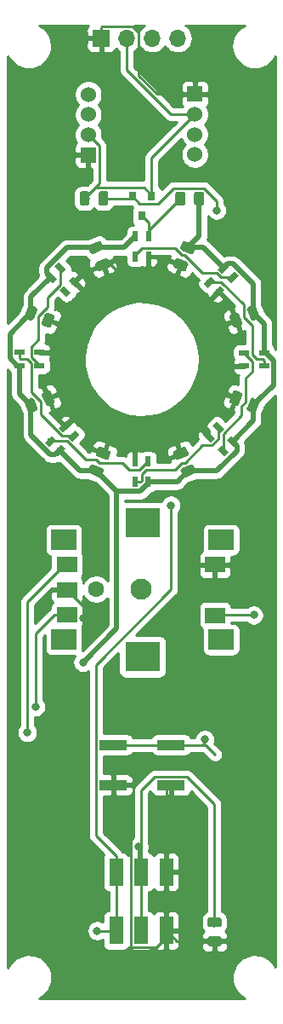
<source format=gbr>
G04 #@! TF.GenerationSoftware,KiCad,Pcbnew,(5.1.0-0)*
G04 #@! TF.CreationDate,2020-02-24T20:35:34+01:00*
G04 #@! TF.ProjectId,pino_brd_v01,70696e6f-5f62-4726-945f-7630312e6b69,rev?*
G04 #@! TF.SameCoordinates,Original*
G04 #@! TF.FileFunction,Copper,L1,Top*
G04 #@! TF.FilePolarity,Positive*
%FSLAX46Y46*%
G04 Gerber Fmt 4.6, Leading zero omitted, Abs format (unit mm)*
G04 Created by KiCad (PCBNEW (5.1.0-0)) date 2020-02-24 20:35:34*
%MOMM*%
%LPD*%
G04 APERTURE LIST*
%ADD10R,2.000000X1.600000*%
%ADD11R,3.500000X3.000000*%
%ADD12R,2.500000X2.000000*%
%ADD13C,2.100000*%
%ADD14C,1.600000*%
%ADD15C,0.600000*%
%ADD16C,0.100000*%
%ADD17R,1.000000X0.600000*%
%ADD18R,0.600000X1.000000*%
%ADD19R,1.400000X2.700000*%
%ADD20C,0.975000*%
%ADD21C,1.524000*%
%ADD22R,1.524000X1.524000*%
%ADD23R,1.700000X1.700000*%
%ADD24O,1.700000X1.700000*%
%ADD25R,2.750000X1.000000*%
%ADD26R,0.800000X0.900000*%
%ADD27C,0.800000*%
%ADD28C,0.500000*%
%ADD29C,0.250000*%
%ADD30C,0.254000*%
G04 APERTURE END LIST*
D10*
X152255460Y-106599860D03*
X152255460Y-111599860D03*
X137505460Y-111574860D03*
X137505460Y-109074860D03*
X137505460Y-106549860D03*
D11*
X145030460Y-102424860D03*
X145030460Y-115724860D03*
D12*
X152880460Y-114024860D03*
X152880460Y-104124860D03*
X137180460Y-104124860D03*
X137180460Y-113999860D03*
D13*
X144930460Y-109024860D03*
D14*
X140430460Y-109024860D03*
D15*
X154046015Y-78035570D03*
D16*
G36*
X153904594Y-78601255D02*
G01*
X153480330Y-78176991D01*
X154187436Y-77469885D01*
X154611700Y-77894149D01*
X153904594Y-78601255D01*
X153904594Y-78601255D01*
G37*
D15*
X153126776Y-77116331D03*
D16*
G36*
X152985355Y-77682016D02*
G01*
X152561091Y-77257752D01*
X153268197Y-76550646D01*
X153692461Y-76974910D01*
X152985355Y-77682016D01*
X152985355Y-77682016D01*
G37*
D15*
X152631802Y-79449783D03*
D16*
G36*
X152490381Y-80015468D02*
G01*
X152066117Y-79591204D01*
X152773223Y-78884098D01*
X153197487Y-79308362D01*
X152490381Y-80015468D01*
X152490381Y-80015468D01*
G37*
D15*
X151712563Y-78530544D03*
D16*
G36*
X151571142Y-79096229D02*
G01*
X151146878Y-78671965D01*
X151853984Y-77964859D01*
X152278248Y-78389123D01*
X151571142Y-79096229D01*
X151571142Y-79096229D01*
G37*
D17*
X157136387Y-86847241D03*
X157136387Y-85547241D03*
X155136387Y-86847241D03*
X155136387Y-85547241D03*
D15*
X153090817Y-95263256D03*
D16*
G36*
X152525132Y-95121835D02*
G01*
X152949396Y-94697571D01*
X153656502Y-95404677D01*
X153232238Y-95828941D01*
X152525132Y-95121835D01*
X152525132Y-95121835D01*
G37*
D15*
X154010056Y-94344017D03*
D16*
G36*
X153444371Y-94202596D02*
G01*
X153868635Y-93778332D01*
X154575741Y-94485438D01*
X154151477Y-94909702D01*
X153444371Y-94202596D01*
X153444371Y-94202596D01*
G37*
D15*
X151676604Y-93849043D03*
D16*
G36*
X151110919Y-93707622D02*
G01*
X151535183Y-93283358D01*
X152242289Y-93990464D01*
X151818025Y-94414728D01*
X151110919Y-93707622D01*
X151110919Y-93707622D01*
G37*
D15*
X152595843Y-92929804D03*
D16*
G36*
X152030158Y-92788383D02*
G01*
X152454422Y-92364119D01*
X153161528Y-93071225D01*
X152737264Y-93495489D01*
X152030158Y-92788383D01*
X152030158Y-92788383D01*
G37*
D18*
X144279146Y-98353628D03*
X145579146Y-98353628D03*
X144279146Y-96353628D03*
X145579146Y-96353628D03*
D15*
X135863131Y-94308058D03*
D16*
G36*
X136004552Y-93742373D02*
G01*
X136428816Y-94166637D01*
X135721710Y-94873743D01*
X135297446Y-94449479D01*
X136004552Y-93742373D01*
X136004552Y-93742373D01*
G37*
D15*
X136782370Y-95227297D03*
D16*
G36*
X136923791Y-94661612D02*
G01*
X137348055Y-95085876D01*
X136640949Y-95792982D01*
X136216685Y-95368718D01*
X136923791Y-94661612D01*
X136923791Y-94661612D01*
G37*
D15*
X137277344Y-92893845D03*
D16*
G36*
X137418765Y-92328160D02*
G01*
X137843029Y-92752424D01*
X137135923Y-93459530D01*
X136711659Y-93035266D01*
X137418765Y-92328160D01*
X137418765Y-92328160D01*
G37*
D15*
X138196583Y-93813084D03*
D16*
G36*
X138338004Y-93247399D02*
G01*
X138762268Y-93671663D01*
X138055162Y-94378769D01*
X137630898Y-93954505D01*
X138338004Y-93247399D01*
X138338004Y-93247399D01*
G37*
D17*
X132772759Y-85496387D03*
X132772759Y-86796387D03*
X134772759Y-85496387D03*
X134772759Y-86796387D03*
D19*
X142409680Y-137108120D03*
X144909680Y-137108120D03*
X147409680Y-137108120D03*
X147409680Y-142908120D03*
X144909680Y-142908120D03*
X142409680Y-142908120D03*
D16*
G36*
X148546159Y-76174943D02*
G01*
X148569820Y-76178453D01*
X148593024Y-76184265D01*
X148615546Y-76192323D01*
X149458586Y-76541522D01*
X149480210Y-76551750D01*
X149500727Y-76564047D01*
X149519940Y-76578297D01*
X149537664Y-76594361D01*
X149553728Y-76612085D01*
X149567978Y-76631298D01*
X149580275Y-76651815D01*
X149590503Y-76673439D01*
X149598561Y-76695961D01*
X149604373Y-76719165D01*
X149607883Y-76742826D01*
X149609057Y-76766718D01*
X149607883Y-76790610D01*
X149604373Y-76814271D01*
X149598561Y-76837475D01*
X149590503Y-76859997D01*
X149403945Y-77310388D01*
X149393717Y-77332012D01*
X149381420Y-77352529D01*
X149367170Y-77371742D01*
X149351106Y-77389466D01*
X149333382Y-77405530D01*
X149314169Y-77419780D01*
X149293652Y-77432077D01*
X149272028Y-77442305D01*
X149249506Y-77450363D01*
X149226302Y-77456175D01*
X149202641Y-77459685D01*
X149178749Y-77460859D01*
X149154857Y-77459685D01*
X149131196Y-77456175D01*
X149107992Y-77450363D01*
X149085470Y-77442305D01*
X148242430Y-77093106D01*
X148220806Y-77082878D01*
X148200289Y-77070581D01*
X148181076Y-77056331D01*
X148163352Y-77040267D01*
X148147288Y-77022543D01*
X148133038Y-77003330D01*
X148120741Y-76982813D01*
X148110513Y-76961189D01*
X148102455Y-76938667D01*
X148096643Y-76915463D01*
X148093133Y-76891802D01*
X148091959Y-76867910D01*
X148093133Y-76844018D01*
X148096643Y-76820357D01*
X148102455Y-76797153D01*
X148110513Y-76774631D01*
X148297071Y-76324240D01*
X148307299Y-76302616D01*
X148319596Y-76282099D01*
X148333846Y-76262886D01*
X148349910Y-76245162D01*
X148367634Y-76229098D01*
X148386847Y-76214848D01*
X148407364Y-76202551D01*
X148428988Y-76192323D01*
X148451510Y-76184265D01*
X148474714Y-76178453D01*
X148498375Y-76174943D01*
X148522267Y-76173769D01*
X148546159Y-76174943D01*
X148546159Y-76174943D01*
G37*
D20*
X148850508Y-76817314D03*
D16*
G36*
X149263691Y-74442669D02*
G01*
X149287352Y-74446179D01*
X149310556Y-74451991D01*
X149333078Y-74460049D01*
X150176118Y-74809248D01*
X150197742Y-74819476D01*
X150218259Y-74831773D01*
X150237472Y-74846023D01*
X150255196Y-74862087D01*
X150271260Y-74879811D01*
X150285510Y-74899024D01*
X150297807Y-74919541D01*
X150308035Y-74941165D01*
X150316093Y-74963687D01*
X150321905Y-74986891D01*
X150325415Y-75010552D01*
X150326589Y-75034444D01*
X150325415Y-75058336D01*
X150321905Y-75081997D01*
X150316093Y-75105201D01*
X150308035Y-75127723D01*
X150121477Y-75578114D01*
X150111249Y-75599738D01*
X150098952Y-75620255D01*
X150084702Y-75639468D01*
X150068638Y-75657192D01*
X150050914Y-75673256D01*
X150031701Y-75687506D01*
X150011184Y-75699803D01*
X149989560Y-75710031D01*
X149967038Y-75718089D01*
X149943834Y-75723901D01*
X149920173Y-75727411D01*
X149896281Y-75728585D01*
X149872389Y-75727411D01*
X149848728Y-75723901D01*
X149825524Y-75718089D01*
X149803002Y-75710031D01*
X148959962Y-75360832D01*
X148938338Y-75350604D01*
X148917821Y-75338307D01*
X148898608Y-75324057D01*
X148880884Y-75307993D01*
X148864820Y-75290269D01*
X148850570Y-75271056D01*
X148838273Y-75250539D01*
X148828045Y-75228915D01*
X148819987Y-75206393D01*
X148814175Y-75183189D01*
X148810665Y-75159528D01*
X148809491Y-75135636D01*
X148810665Y-75111744D01*
X148814175Y-75088083D01*
X148819987Y-75064879D01*
X148828045Y-75042357D01*
X149014603Y-74591966D01*
X149024831Y-74570342D01*
X149037128Y-74549825D01*
X149051378Y-74530612D01*
X149067442Y-74512888D01*
X149085166Y-74496824D01*
X149104379Y-74482574D01*
X149124896Y-74470277D01*
X149146520Y-74460049D01*
X149169042Y-74451991D01*
X149192246Y-74446179D01*
X149215907Y-74442669D01*
X149239799Y-74441495D01*
X149263691Y-74442669D01*
X149263691Y-74442669D01*
G37*
D20*
X149568040Y-75085040D03*
D16*
G36*
X154417728Y-81541265D02*
G01*
X154441389Y-81544775D01*
X154464593Y-81550587D01*
X154487115Y-81558645D01*
X154508739Y-81568873D01*
X154529256Y-81581170D01*
X154548469Y-81595420D01*
X154566193Y-81611484D01*
X154582257Y-81629208D01*
X154596507Y-81648421D01*
X154608804Y-81668938D01*
X154619032Y-81690562D01*
X154968231Y-82533602D01*
X154976289Y-82556124D01*
X154982101Y-82579328D01*
X154985611Y-82602989D01*
X154986785Y-82626881D01*
X154985611Y-82650773D01*
X154982101Y-82674434D01*
X154976289Y-82697638D01*
X154968231Y-82720160D01*
X154958003Y-82741784D01*
X154945706Y-82762301D01*
X154931456Y-82781514D01*
X154915392Y-82799238D01*
X154897668Y-82815302D01*
X154878455Y-82829552D01*
X154857938Y-82841849D01*
X154836314Y-82852077D01*
X154385923Y-83038635D01*
X154363401Y-83046693D01*
X154340197Y-83052505D01*
X154316536Y-83056015D01*
X154292644Y-83057189D01*
X154268752Y-83056015D01*
X154245091Y-83052505D01*
X154221887Y-83046693D01*
X154199365Y-83038635D01*
X154177741Y-83028407D01*
X154157224Y-83016110D01*
X154138011Y-83001860D01*
X154120287Y-82985796D01*
X154104223Y-82968072D01*
X154089973Y-82948859D01*
X154077676Y-82928342D01*
X154067448Y-82906718D01*
X153718249Y-82063678D01*
X153710191Y-82041156D01*
X153704379Y-82017952D01*
X153700869Y-81994291D01*
X153699695Y-81970399D01*
X153700869Y-81946507D01*
X153704379Y-81922846D01*
X153710191Y-81899642D01*
X153718249Y-81877120D01*
X153728477Y-81855496D01*
X153740774Y-81834979D01*
X153755024Y-81815766D01*
X153771088Y-81798042D01*
X153788812Y-81781978D01*
X153808025Y-81767728D01*
X153828542Y-81755431D01*
X153850166Y-81745203D01*
X154300557Y-81558645D01*
X154323079Y-81550587D01*
X154346283Y-81544775D01*
X154369944Y-81541265D01*
X154393836Y-81540091D01*
X154417728Y-81541265D01*
X154417728Y-81541265D01*
G37*
D20*
X154343240Y-82298640D03*
D16*
G36*
X156150002Y-80823733D02*
G01*
X156173663Y-80827243D01*
X156196867Y-80833055D01*
X156219389Y-80841113D01*
X156241013Y-80851341D01*
X156261530Y-80863638D01*
X156280743Y-80877888D01*
X156298467Y-80893952D01*
X156314531Y-80911676D01*
X156328781Y-80930889D01*
X156341078Y-80951406D01*
X156351306Y-80973030D01*
X156700505Y-81816070D01*
X156708563Y-81838592D01*
X156714375Y-81861796D01*
X156717885Y-81885457D01*
X156719059Y-81909349D01*
X156717885Y-81933241D01*
X156714375Y-81956902D01*
X156708563Y-81980106D01*
X156700505Y-82002628D01*
X156690277Y-82024252D01*
X156677980Y-82044769D01*
X156663730Y-82063982D01*
X156647666Y-82081706D01*
X156629942Y-82097770D01*
X156610729Y-82112020D01*
X156590212Y-82124317D01*
X156568588Y-82134545D01*
X156118197Y-82321103D01*
X156095675Y-82329161D01*
X156072471Y-82334973D01*
X156048810Y-82338483D01*
X156024918Y-82339657D01*
X156001026Y-82338483D01*
X155977365Y-82334973D01*
X155954161Y-82329161D01*
X155931639Y-82321103D01*
X155910015Y-82310875D01*
X155889498Y-82298578D01*
X155870285Y-82284328D01*
X155852561Y-82268264D01*
X155836497Y-82250540D01*
X155822247Y-82231327D01*
X155809950Y-82210810D01*
X155799722Y-82189186D01*
X155450523Y-81346146D01*
X155442465Y-81323624D01*
X155436653Y-81300420D01*
X155433143Y-81276759D01*
X155431969Y-81252867D01*
X155433143Y-81228975D01*
X155436653Y-81205314D01*
X155442465Y-81182110D01*
X155450523Y-81159588D01*
X155460751Y-81137964D01*
X155473048Y-81117447D01*
X155487298Y-81098234D01*
X155503362Y-81080510D01*
X155521086Y-81064446D01*
X155540299Y-81050196D01*
X155560816Y-81037899D01*
X155582440Y-81027671D01*
X156032831Y-80841113D01*
X156055353Y-80833055D01*
X156078557Y-80827243D01*
X156102218Y-80823733D01*
X156126110Y-80822559D01*
X156150002Y-80823733D01*
X156150002Y-80823733D01*
G37*
D20*
X156075514Y-81581108D03*
D16*
G36*
X156046273Y-90002631D02*
G01*
X156069934Y-90006141D01*
X156093138Y-90011953D01*
X156115660Y-90020011D01*
X156566051Y-90206569D01*
X156587675Y-90216797D01*
X156608192Y-90229094D01*
X156627405Y-90243344D01*
X156645129Y-90259408D01*
X156661193Y-90277132D01*
X156675443Y-90296345D01*
X156687740Y-90316862D01*
X156697968Y-90338486D01*
X156706026Y-90361008D01*
X156711838Y-90384212D01*
X156715348Y-90407873D01*
X156716522Y-90431765D01*
X156715348Y-90455657D01*
X156711838Y-90479318D01*
X156706026Y-90502522D01*
X156697968Y-90525044D01*
X156348769Y-91368084D01*
X156338541Y-91389708D01*
X156326244Y-91410225D01*
X156311994Y-91429438D01*
X156295930Y-91447162D01*
X156278206Y-91463226D01*
X156258993Y-91477476D01*
X156238476Y-91489773D01*
X156216852Y-91500001D01*
X156194330Y-91508059D01*
X156171126Y-91513871D01*
X156147465Y-91517381D01*
X156123573Y-91518555D01*
X156099681Y-91517381D01*
X156076020Y-91513871D01*
X156052816Y-91508059D01*
X156030294Y-91500001D01*
X155579903Y-91313443D01*
X155558279Y-91303215D01*
X155537762Y-91290918D01*
X155518549Y-91276668D01*
X155500825Y-91260604D01*
X155484761Y-91242880D01*
X155470511Y-91223667D01*
X155458214Y-91203150D01*
X155447986Y-91181526D01*
X155439928Y-91159004D01*
X155434116Y-91135800D01*
X155430606Y-91112139D01*
X155429432Y-91088247D01*
X155430606Y-91064355D01*
X155434116Y-91040694D01*
X155439928Y-91017490D01*
X155447986Y-90994968D01*
X155797185Y-90151928D01*
X155807413Y-90130304D01*
X155819710Y-90109787D01*
X155833960Y-90090574D01*
X155850024Y-90072850D01*
X155867748Y-90056786D01*
X155886961Y-90042536D01*
X155907478Y-90030239D01*
X155929102Y-90020011D01*
X155951624Y-90011953D01*
X155974828Y-90006141D01*
X155998489Y-90002631D01*
X156022381Y-90001457D01*
X156046273Y-90002631D01*
X156046273Y-90002631D01*
G37*
D20*
X156072977Y-90760006D03*
D16*
G36*
X154313999Y-89285099D02*
G01*
X154337660Y-89288609D01*
X154360864Y-89294421D01*
X154383386Y-89302479D01*
X154833777Y-89489037D01*
X154855401Y-89499265D01*
X154875918Y-89511562D01*
X154895131Y-89525812D01*
X154912855Y-89541876D01*
X154928919Y-89559600D01*
X154943169Y-89578813D01*
X154955466Y-89599330D01*
X154965694Y-89620954D01*
X154973752Y-89643476D01*
X154979564Y-89666680D01*
X154983074Y-89690341D01*
X154984248Y-89714233D01*
X154983074Y-89738125D01*
X154979564Y-89761786D01*
X154973752Y-89784990D01*
X154965694Y-89807512D01*
X154616495Y-90650552D01*
X154606267Y-90672176D01*
X154593970Y-90692693D01*
X154579720Y-90711906D01*
X154563656Y-90729630D01*
X154545932Y-90745694D01*
X154526719Y-90759944D01*
X154506202Y-90772241D01*
X154484578Y-90782469D01*
X154462056Y-90790527D01*
X154438852Y-90796339D01*
X154415191Y-90799849D01*
X154391299Y-90801023D01*
X154367407Y-90799849D01*
X154343746Y-90796339D01*
X154320542Y-90790527D01*
X154298020Y-90782469D01*
X153847629Y-90595911D01*
X153826005Y-90585683D01*
X153805488Y-90573386D01*
X153786275Y-90559136D01*
X153768551Y-90543072D01*
X153752487Y-90525348D01*
X153738237Y-90506135D01*
X153725940Y-90485618D01*
X153715712Y-90463994D01*
X153707654Y-90441472D01*
X153701842Y-90418268D01*
X153698332Y-90394607D01*
X153697158Y-90370715D01*
X153698332Y-90346823D01*
X153701842Y-90323162D01*
X153707654Y-90299958D01*
X153715712Y-90277436D01*
X154064911Y-89434396D01*
X154075139Y-89412772D01*
X154087436Y-89392255D01*
X154101686Y-89373042D01*
X154117750Y-89355318D01*
X154135474Y-89339254D01*
X154154687Y-89325004D01*
X154175204Y-89312707D01*
X154196828Y-89302479D01*
X154219350Y-89294421D01*
X154242554Y-89288609D01*
X154266215Y-89285099D01*
X154290107Y-89283925D01*
X154313999Y-89285099D01*
X154313999Y-89285099D01*
G37*
D20*
X154340703Y-90042474D03*
D16*
G36*
X149945573Y-96616869D02*
G01*
X149969234Y-96620379D01*
X149992438Y-96626191D01*
X150014960Y-96634249D01*
X150036584Y-96644477D01*
X150057101Y-96656774D01*
X150076314Y-96671024D01*
X150094038Y-96687088D01*
X150110102Y-96704812D01*
X150124352Y-96724025D01*
X150136649Y-96744542D01*
X150146877Y-96766166D01*
X150333435Y-97216557D01*
X150341493Y-97239079D01*
X150347305Y-97262283D01*
X150350815Y-97285944D01*
X150351989Y-97309836D01*
X150350815Y-97333728D01*
X150347305Y-97357389D01*
X150341493Y-97380593D01*
X150333435Y-97403115D01*
X150323207Y-97424739D01*
X150310910Y-97445256D01*
X150296660Y-97464469D01*
X150280596Y-97482193D01*
X150262872Y-97498257D01*
X150243659Y-97512507D01*
X150223142Y-97524804D01*
X150201518Y-97535032D01*
X149358478Y-97884231D01*
X149335956Y-97892289D01*
X149312752Y-97898101D01*
X149289091Y-97901611D01*
X149265199Y-97902785D01*
X149241307Y-97901611D01*
X149217646Y-97898101D01*
X149194442Y-97892289D01*
X149171920Y-97884231D01*
X149150296Y-97874003D01*
X149129779Y-97861706D01*
X149110566Y-97847456D01*
X149092842Y-97831392D01*
X149076778Y-97813668D01*
X149062528Y-97794455D01*
X149050231Y-97773938D01*
X149040003Y-97752314D01*
X148853445Y-97301923D01*
X148845387Y-97279401D01*
X148839575Y-97256197D01*
X148836065Y-97232536D01*
X148834891Y-97208644D01*
X148836065Y-97184752D01*
X148839575Y-97161091D01*
X148845387Y-97137887D01*
X148853445Y-97115365D01*
X148863673Y-97093741D01*
X148875970Y-97073224D01*
X148890220Y-97054011D01*
X148906284Y-97036287D01*
X148924008Y-97020223D01*
X148943221Y-97005973D01*
X148963738Y-96993676D01*
X148985362Y-96983448D01*
X149828402Y-96634249D01*
X149850924Y-96626191D01*
X149874128Y-96620379D01*
X149897789Y-96616869D01*
X149921681Y-96615695D01*
X149945573Y-96616869D01*
X149945573Y-96616869D01*
G37*
D20*
X149593440Y-97259240D03*
D16*
G36*
X149228041Y-94884595D02*
G01*
X149251702Y-94888105D01*
X149274906Y-94893917D01*
X149297428Y-94901975D01*
X149319052Y-94912203D01*
X149339569Y-94924500D01*
X149358782Y-94938750D01*
X149376506Y-94954814D01*
X149392570Y-94972538D01*
X149406820Y-94991751D01*
X149419117Y-95012268D01*
X149429345Y-95033892D01*
X149615903Y-95484283D01*
X149623961Y-95506805D01*
X149629773Y-95530009D01*
X149633283Y-95553670D01*
X149634457Y-95577562D01*
X149633283Y-95601454D01*
X149629773Y-95625115D01*
X149623961Y-95648319D01*
X149615903Y-95670841D01*
X149605675Y-95692465D01*
X149593378Y-95712982D01*
X149579128Y-95732195D01*
X149563064Y-95749919D01*
X149545340Y-95765983D01*
X149526127Y-95780233D01*
X149505610Y-95792530D01*
X149483986Y-95802758D01*
X148640946Y-96151957D01*
X148618424Y-96160015D01*
X148595220Y-96165827D01*
X148571559Y-96169337D01*
X148547667Y-96170511D01*
X148523775Y-96169337D01*
X148500114Y-96165827D01*
X148476910Y-96160015D01*
X148454388Y-96151957D01*
X148432764Y-96141729D01*
X148412247Y-96129432D01*
X148393034Y-96115182D01*
X148375310Y-96099118D01*
X148359246Y-96081394D01*
X148344996Y-96062181D01*
X148332699Y-96041664D01*
X148322471Y-96020040D01*
X148135913Y-95569649D01*
X148127855Y-95547127D01*
X148122043Y-95523923D01*
X148118533Y-95500262D01*
X148117359Y-95476370D01*
X148118533Y-95452478D01*
X148122043Y-95428817D01*
X148127855Y-95405613D01*
X148135913Y-95383091D01*
X148146141Y-95361467D01*
X148158438Y-95340950D01*
X148172688Y-95321737D01*
X148188752Y-95304013D01*
X148206476Y-95287949D01*
X148225689Y-95273699D01*
X148246206Y-95261402D01*
X148267830Y-95251174D01*
X149110870Y-94901975D01*
X149133392Y-94893917D01*
X149156596Y-94888105D01*
X149180257Y-94884595D01*
X149204149Y-94883421D01*
X149228041Y-94884595D01*
X149228041Y-94884595D01*
G37*
D20*
X148875908Y-95526966D03*
D16*
G36*
X140103887Y-96612983D02*
G01*
X140127518Y-96616700D01*
X140150670Y-96622714D01*
X140173121Y-96630969D01*
X141013082Y-96987511D01*
X141034615Y-96997927D01*
X141055025Y-97010403D01*
X141074113Y-97024819D01*
X141091696Y-97041037D01*
X141107604Y-97058901D01*
X141121686Y-97078237D01*
X141133804Y-97098861D01*
X141143842Y-97120574D01*
X141151704Y-97143165D01*
X141157313Y-97166419D01*
X141160617Y-97190110D01*
X141161582Y-97214011D01*
X141160200Y-97237892D01*
X141156483Y-97261522D01*
X141150469Y-97284674D01*
X141142214Y-97307125D01*
X140951733Y-97755871D01*
X140941318Y-97777404D01*
X140928841Y-97797814D01*
X140914425Y-97816902D01*
X140898207Y-97834485D01*
X140880343Y-97850393D01*
X140861007Y-97864475D01*
X140840383Y-97876593D01*
X140818671Y-97886631D01*
X140796079Y-97894493D01*
X140772825Y-97900102D01*
X140749134Y-97903406D01*
X140725233Y-97904371D01*
X140701353Y-97902989D01*
X140677722Y-97899272D01*
X140654570Y-97893258D01*
X140632119Y-97885003D01*
X139792158Y-97528461D01*
X139770625Y-97518045D01*
X139750215Y-97505569D01*
X139731127Y-97491153D01*
X139713544Y-97474935D01*
X139697636Y-97457071D01*
X139683554Y-97437735D01*
X139671436Y-97417111D01*
X139661398Y-97395398D01*
X139653536Y-97372807D01*
X139647927Y-97349553D01*
X139644623Y-97325862D01*
X139643658Y-97301961D01*
X139645040Y-97278080D01*
X139648757Y-97254450D01*
X139654771Y-97231298D01*
X139663026Y-97208847D01*
X139853507Y-96760101D01*
X139863922Y-96738568D01*
X139876399Y-96718158D01*
X139890815Y-96699070D01*
X139907033Y-96681487D01*
X139924897Y-96665579D01*
X139944233Y-96651497D01*
X139964857Y-96639379D01*
X139986569Y-96629341D01*
X140009161Y-96621479D01*
X140032415Y-96615870D01*
X140056106Y-96612566D01*
X140080007Y-96611601D01*
X140103887Y-96612983D01*
X140103887Y-96612983D01*
G37*
D20*
X140402620Y-97257986D03*
D16*
G36*
X140836507Y-94887037D02*
G01*
X140860138Y-94890754D01*
X140883290Y-94896768D01*
X140905741Y-94905023D01*
X141745702Y-95261565D01*
X141767235Y-95271981D01*
X141787645Y-95284457D01*
X141806733Y-95298873D01*
X141824316Y-95315091D01*
X141840224Y-95332955D01*
X141854306Y-95352291D01*
X141866424Y-95372915D01*
X141876462Y-95394628D01*
X141884324Y-95417219D01*
X141889933Y-95440473D01*
X141893237Y-95464164D01*
X141894202Y-95488065D01*
X141892820Y-95511946D01*
X141889103Y-95535576D01*
X141883089Y-95558728D01*
X141874834Y-95581179D01*
X141684353Y-96029925D01*
X141673938Y-96051458D01*
X141661461Y-96071868D01*
X141647045Y-96090956D01*
X141630827Y-96108539D01*
X141612963Y-96124447D01*
X141593627Y-96138529D01*
X141573003Y-96150647D01*
X141551291Y-96160685D01*
X141528699Y-96168547D01*
X141505445Y-96174156D01*
X141481754Y-96177460D01*
X141457853Y-96178425D01*
X141433973Y-96177043D01*
X141410342Y-96173326D01*
X141387190Y-96167312D01*
X141364739Y-96159057D01*
X140524778Y-95802515D01*
X140503245Y-95792099D01*
X140482835Y-95779623D01*
X140463747Y-95765207D01*
X140446164Y-95748989D01*
X140430256Y-95731125D01*
X140416174Y-95711789D01*
X140404056Y-95691165D01*
X140394018Y-95669452D01*
X140386156Y-95646861D01*
X140380547Y-95623607D01*
X140377243Y-95599916D01*
X140376278Y-95576015D01*
X140377660Y-95552134D01*
X140381377Y-95528504D01*
X140387391Y-95505352D01*
X140395646Y-95482901D01*
X140586127Y-95034155D01*
X140596542Y-95012622D01*
X140609019Y-94992212D01*
X140623435Y-94973124D01*
X140639653Y-94955541D01*
X140657517Y-94939633D01*
X140676853Y-94925551D01*
X140697477Y-94913433D01*
X140719189Y-94903395D01*
X140741781Y-94895533D01*
X140765035Y-94889924D01*
X140788726Y-94886620D01*
X140812627Y-94885655D01*
X140836507Y-94887037D01*
X140836507Y-94887037D01*
G37*
D20*
X141135240Y-95532040D03*
D16*
G36*
X133993591Y-90002631D02*
G01*
X134017252Y-90006141D01*
X134040456Y-90011953D01*
X134062978Y-90020011D01*
X134084602Y-90030239D01*
X134105119Y-90042536D01*
X134124332Y-90056786D01*
X134142056Y-90072850D01*
X134158120Y-90090574D01*
X134172370Y-90109787D01*
X134184667Y-90130304D01*
X134194895Y-90151928D01*
X134544094Y-90994968D01*
X134552152Y-91017490D01*
X134557964Y-91040694D01*
X134561474Y-91064355D01*
X134562648Y-91088247D01*
X134561474Y-91112139D01*
X134557964Y-91135800D01*
X134552152Y-91159004D01*
X134544094Y-91181526D01*
X134533866Y-91203150D01*
X134521569Y-91223667D01*
X134507319Y-91242880D01*
X134491255Y-91260604D01*
X134473531Y-91276668D01*
X134454318Y-91290918D01*
X134433801Y-91303215D01*
X134412177Y-91313443D01*
X133961786Y-91500001D01*
X133939264Y-91508059D01*
X133916060Y-91513871D01*
X133892399Y-91517381D01*
X133868507Y-91518555D01*
X133844615Y-91517381D01*
X133820954Y-91513871D01*
X133797750Y-91508059D01*
X133775228Y-91500001D01*
X133753604Y-91489773D01*
X133733087Y-91477476D01*
X133713874Y-91463226D01*
X133696150Y-91447162D01*
X133680086Y-91429438D01*
X133665836Y-91410225D01*
X133653539Y-91389708D01*
X133643311Y-91368084D01*
X133294112Y-90525044D01*
X133286054Y-90502522D01*
X133280242Y-90479318D01*
X133276732Y-90455657D01*
X133275558Y-90431765D01*
X133276732Y-90407873D01*
X133280242Y-90384212D01*
X133286054Y-90361008D01*
X133294112Y-90338486D01*
X133304340Y-90316862D01*
X133316637Y-90296345D01*
X133330887Y-90277132D01*
X133346951Y-90259408D01*
X133364675Y-90243344D01*
X133383888Y-90229094D01*
X133404405Y-90216797D01*
X133426029Y-90206569D01*
X133876420Y-90020011D01*
X133898942Y-90011953D01*
X133922146Y-90006141D01*
X133945807Y-90002631D01*
X133969699Y-90001457D01*
X133993591Y-90002631D01*
X133993591Y-90002631D01*
G37*
D20*
X133919103Y-90760006D03*
D16*
G36*
X135725865Y-89285099D02*
G01*
X135749526Y-89288609D01*
X135772730Y-89294421D01*
X135795252Y-89302479D01*
X135816876Y-89312707D01*
X135837393Y-89325004D01*
X135856606Y-89339254D01*
X135874330Y-89355318D01*
X135890394Y-89373042D01*
X135904644Y-89392255D01*
X135916941Y-89412772D01*
X135927169Y-89434396D01*
X136276368Y-90277436D01*
X136284426Y-90299958D01*
X136290238Y-90323162D01*
X136293748Y-90346823D01*
X136294922Y-90370715D01*
X136293748Y-90394607D01*
X136290238Y-90418268D01*
X136284426Y-90441472D01*
X136276368Y-90463994D01*
X136266140Y-90485618D01*
X136253843Y-90506135D01*
X136239593Y-90525348D01*
X136223529Y-90543072D01*
X136205805Y-90559136D01*
X136186592Y-90573386D01*
X136166075Y-90585683D01*
X136144451Y-90595911D01*
X135694060Y-90782469D01*
X135671538Y-90790527D01*
X135648334Y-90796339D01*
X135624673Y-90799849D01*
X135600781Y-90801023D01*
X135576889Y-90799849D01*
X135553228Y-90796339D01*
X135530024Y-90790527D01*
X135507502Y-90782469D01*
X135485878Y-90772241D01*
X135465361Y-90759944D01*
X135446148Y-90745694D01*
X135428424Y-90729630D01*
X135412360Y-90711906D01*
X135398110Y-90692693D01*
X135385813Y-90672176D01*
X135375585Y-90650552D01*
X135026386Y-89807512D01*
X135018328Y-89784990D01*
X135012516Y-89761786D01*
X135009006Y-89738125D01*
X135007832Y-89714233D01*
X135009006Y-89690341D01*
X135012516Y-89666680D01*
X135018328Y-89643476D01*
X135026386Y-89620954D01*
X135036614Y-89599330D01*
X135048911Y-89578813D01*
X135063161Y-89559600D01*
X135079225Y-89541876D01*
X135096949Y-89525812D01*
X135116162Y-89511562D01*
X135136679Y-89499265D01*
X135158303Y-89489037D01*
X135608694Y-89302479D01*
X135631216Y-89294421D01*
X135654420Y-89288609D01*
X135678081Y-89285099D01*
X135701973Y-89283925D01*
X135725865Y-89285099D01*
X135725865Y-89285099D01*
G37*
D20*
X135651377Y-90042474D03*
D16*
G36*
X135622136Y-81541265D02*
G01*
X135645797Y-81544775D01*
X135669001Y-81550587D01*
X135691523Y-81558645D01*
X136141914Y-81745203D01*
X136163538Y-81755431D01*
X136184055Y-81767728D01*
X136203268Y-81781978D01*
X136220992Y-81798042D01*
X136237056Y-81815766D01*
X136251306Y-81834979D01*
X136263603Y-81855496D01*
X136273831Y-81877120D01*
X136281889Y-81899642D01*
X136287701Y-81922846D01*
X136291211Y-81946507D01*
X136292385Y-81970399D01*
X136291211Y-81994291D01*
X136287701Y-82017952D01*
X136281889Y-82041156D01*
X136273831Y-82063678D01*
X135924632Y-82906718D01*
X135914404Y-82928342D01*
X135902107Y-82948859D01*
X135887857Y-82968072D01*
X135871793Y-82985796D01*
X135854069Y-83001860D01*
X135834856Y-83016110D01*
X135814339Y-83028407D01*
X135792715Y-83038635D01*
X135770193Y-83046693D01*
X135746989Y-83052505D01*
X135723328Y-83056015D01*
X135699436Y-83057189D01*
X135675544Y-83056015D01*
X135651883Y-83052505D01*
X135628679Y-83046693D01*
X135606157Y-83038635D01*
X135155766Y-82852077D01*
X135134142Y-82841849D01*
X135113625Y-82829552D01*
X135094412Y-82815302D01*
X135076688Y-82799238D01*
X135060624Y-82781514D01*
X135046374Y-82762301D01*
X135034077Y-82741784D01*
X135023849Y-82720160D01*
X135015791Y-82697638D01*
X135009979Y-82674434D01*
X135006469Y-82650773D01*
X135005295Y-82626881D01*
X135006469Y-82602989D01*
X135009979Y-82579328D01*
X135015791Y-82556124D01*
X135023849Y-82533602D01*
X135373048Y-81690562D01*
X135383276Y-81668938D01*
X135395573Y-81648421D01*
X135409823Y-81629208D01*
X135425887Y-81611484D01*
X135443611Y-81595420D01*
X135462824Y-81581170D01*
X135483341Y-81568873D01*
X135504965Y-81558645D01*
X135527487Y-81550587D01*
X135550691Y-81544775D01*
X135574352Y-81541265D01*
X135598244Y-81540091D01*
X135622136Y-81541265D01*
X135622136Y-81541265D01*
G37*
D20*
X135648840Y-82298640D03*
D16*
G36*
X133889862Y-80823733D02*
G01*
X133913523Y-80827243D01*
X133936727Y-80833055D01*
X133959249Y-80841113D01*
X134409640Y-81027671D01*
X134431264Y-81037899D01*
X134451781Y-81050196D01*
X134470994Y-81064446D01*
X134488718Y-81080510D01*
X134504782Y-81098234D01*
X134519032Y-81117447D01*
X134531329Y-81137964D01*
X134541557Y-81159588D01*
X134549615Y-81182110D01*
X134555427Y-81205314D01*
X134558937Y-81228975D01*
X134560111Y-81252867D01*
X134558937Y-81276759D01*
X134555427Y-81300420D01*
X134549615Y-81323624D01*
X134541557Y-81346146D01*
X134192358Y-82189186D01*
X134182130Y-82210810D01*
X134169833Y-82231327D01*
X134155583Y-82250540D01*
X134139519Y-82268264D01*
X134121795Y-82284328D01*
X134102582Y-82298578D01*
X134082065Y-82310875D01*
X134060441Y-82321103D01*
X134037919Y-82329161D01*
X134014715Y-82334973D01*
X133991054Y-82338483D01*
X133967162Y-82339657D01*
X133943270Y-82338483D01*
X133919609Y-82334973D01*
X133896405Y-82329161D01*
X133873883Y-82321103D01*
X133423492Y-82134545D01*
X133401868Y-82124317D01*
X133381351Y-82112020D01*
X133362138Y-82097770D01*
X133344414Y-82081706D01*
X133328350Y-82063982D01*
X133314100Y-82044769D01*
X133301803Y-82024252D01*
X133291575Y-82002628D01*
X133283517Y-81980106D01*
X133277705Y-81956902D01*
X133274195Y-81933241D01*
X133273021Y-81909349D01*
X133274195Y-81885457D01*
X133277705Y-81861796D01*
X133283517Y-81838592D01*
X133291575Y-81816070D01*
X133640774Y-80973030D01*
X133651002Y-80951406D01*
X133663299Y-80930889D01*
X133677549Y-80911676D01*
X133693613Y-80893952D01*
X133711337Y-80877888D01*
X133730550Y-80863638D01*
X133751067Y-80851341D01*
X133772691Y-80841113D01*
X133795213Y-80833055D01*
X133818417Y-80827243D01*
X133842078Y-80823733D01*
X133865970Y-80822559D01*
X133889862Y-80823733D01*
X133889862Y-80823733D01*
G37*
D20*
X133916566Y-81581108D03*
D16*
G36*
X141461973Y-76169869D02*
G01*
X141485634Y-76173379D01*
X141508838Y-76179191D01*
X141531360Y-76187249D01*
X141552984Y-76197477D01*
X141573501Y-76209774D01*
X141592714Y-76224024D01*
X141610438Y-76240088D01*
X141626502Y-76257812D01*
X141640752Y-76277025D01*
X141653049Y-76297542D01*
X141663277Y-76319166D01*
X141849835Y-76769557D01*
X141857893Y-76792079D01*
X141863705Y-76815283D01*
X141867215Y-76838944D01*
X141868389Y-76862836D01*
X141867215Y-76886728D01*
X141863705Y-76910389D01*
X141857893Y-76933593D01*
X141849835Y-76956115D01*
X141839607Y-76977739D01*
X141827310Y-76998256D01*
X141813060Y-77017469D01*
X141796996Y-77035193D01*
X141779272Y-77051257D01*
X141760059Y-77065507D01*
X141739542Y-77077804D01*
X141717918Y-77088032D01*
X140874878Y-77437231D01*
X140852356Y-77445289D01*
X140829152Y-77451101D01*
X140805491Y-77454611D01*
X140781599Y-77455785D01*
X140757707Y-77454611D01*
X140734046Y-77451101D01*
X140710842Y-77445289D01*
X140688320Y-77437231D01*
X140666696Y-77427003D01*
X140646179Y-77414706D01*
X140626966Y-77400456D01*
X140609242Y-77384392D01*
X140593178Y-77366668D01*
X140578928Y-77347455D01*
X140566631Y-77326938D01*
X140556403Y-77305314D01*
X140369845Y-76854923D01*
X140361787Y-76832401D01*
X140355975Y-76809197D01*
X140352465Y-76785536D01*
X140351291Y-76761644D01*
X140352465Y-76737752D01*
X140355975Y-76714091D01*
X140361787Y-76690887D01*
X140369845Y-76668365D01*
X140380073Y-76646741D01*
X140392370Y-76626224D01*
X140406620Y-76607011D01*
X140422684Y-76589287D01*
X140440408Y-76573223D01*
X140459621Y-76558973D01*
X140480138Y-76546676D01*
X140501762Y-76536448D01*
X141344802Y-76187249D01*
X141367324Y-76179191D01*
X141390528Y-76173379D01*
X141414189Y-76169869D01*
X141438081Y-76168695D01*
X141461973Y-76169869D01*
X141461973Y-76169869D01*
G37*
D20*
X141109840Y-76812240D03*
D16*
G36*
X140744441Y-74437595D02*
G01*
X140768102Y-74441105D01*
X140791306Y-74446917D01*
X140813828Y-74454975D01*
X140835452Y-74465203D01*
X140855969Y-74477500D01*
X140875182Y-74491750D01*
X140892906Y-74507814D01*
X140908970Y-74525538D01*
X140923220Y-74544751D01*
X140935517Y-74565268D01*
X140945745Y-74586892D01*
X141132303Y-75037283D01*
X141140361Y-75059805D01*
X141146173Y-75083009D01*
X141149683Y-75106670D01*
X141150857Y-75130562D01*
X141149683Y-75154454D01*
X141146173Y-75178115D01*
X141140361Y-75201319D01*
X141132303Y-75223841D01*
X141122075Y-75245465D01*
X141109778Y-75265982D01*
X141095528Y-75285195D01*
X141079464Y-75302919D01*
X141061740Y-75318983D01*
X141042527Y-75333233D01*
X141022010Y-75345530D01*
X141000386Y-75355758D01*
X140157346Y-75704957D01*
X140134824Y-75713015D01*
X140111620Y-75718827D01*
X140087959Y-75722337D01*
X140064067Y-75723511D01*
X140040175Y-75722337D01*
X140016514Y-75718827D01*
X139993310Y-75713015D01*
X139970788Y-75704957D01*
X139949164Y-75694729D01*
X139928647Y-75682432D01*
X139909434Y-75668182D01*
X139891710Y-75652118D01*
X139875646Y-75634394D01*
X139861396Y-75615181D01*
X139849099Y-75594664D01*
X139838871Y-75573040D01*
X139652313Y-75122649D01*
X139644255Y-75100127D01*
X139638443Y-75076923D01*
X139634933Y-75053262D01*
X139633759Y-75029370D01*
X139634933Y-75005478D01*
X139638443Y-74981817D01*
X139644255Y-74958613D01*
X139652313Y-74936091D01*
X139662541Y-74914467D01*
X139674838Y-74893950D01*
X139689088Y-74874737D01*
X139705152Y-74857013D01*
X139722876Y-74840949D01*
X139742089Y-74826699D01*
X139762606Y-74814402D01*
X139784230Y-74804174D01*
X140627270Y-74454975D01*
X140649792Y-74446917D01*
X140672996Y-74441105D01*
X140696657Y-74437595D01*
X140720549Y-74436421D01*
X140744441Y-74437595D01*
X140744441Y-74437595D01*
G37*
D20*
X140392308Y-75079966D03*
D21*
X150260000Y-65860000D03*
X150260000Y-63860000D03*
X150260000Y-61860000D03*
D22*
X150260000Y-59860000D03*
D21*
X139650000Y-59890000D03*
X139650000Y-61890000D03*
X139650000Y-63890000D03*
D22*
X139650000Y-65890000D03*
D16*
G36*
X152699942Y-141608994D02*
G01*
X152723603Y-141612504D01*
X152746807Y-141618316D01*
X152769329Y-141626374D01*
X152790953Y-141636602D01*
X152811470Y-141648899D01*
X152830683Y-141663149D01*
X152848407Y-141679213D01*
X152864471Y-141696937D01*
X152878721Y-141716150D01*
X152891018Y-141736667D01*
X152901246Y-141758291D01*
X152909304Y-141780813D01*
X152915116Y-141804017D01*
X152918626Y-141827678D01*
X152919800Y-141851570D01*
X152919800Y-142339070D01*
X152918626Y-142362962D01*
X152915116Y-142386623D01*
X152909304Y-142409827D01*
X152901246Y-142432349D01*
X152891018Y-142453973D01*
X152878721Y-142474490D01*
X152864471Y-142493703D01*
X152848407Y-142511427D01*
X152830683Y-142527491D01*
X152811470Y-142541741D01*
X152790953Y-142554038D01*
X152769329Y-142564266D01*
X152746807Y-142572324D01*
X152723603Y-142578136D01*
X152699942Y-142581646D01*
X152676050Y-142582820D01*
X151763550Y-142582820D01*
X151739658Y-142581646D01*
X151715997Y-142578136D01*
X151692793Y-142572324D01*
X151670271Y-142564266D01*
X151648647Y-142554038D01*
X151628130Y-142541741D01*
X151608917Y-142527491D01*
X151591193Y-142511427D01*
X151575129Y-142493703D01*
X151560879Y-142474490D01*
X151548582Y-142453973D01*
X151538354Y-142432349D01*
X151530296Y-142409827D01*
X151524484Y-142386623D01*
X151520974Y-142362962D01*
X151519800Y-142339070D01*
X151519800Y-141851570D01*
X151520974Y-141827678D01*
X151524484Y-141804017D01*
X151530296Y-141780813D01*
X151538354Y-141758291D01*
X151548582Y-141736667D01*
X151560879Y-141716150D01*
X151575129Y-141696937D01*
X151591193Y-141679213D01*
X151608917Y-141663149D01*
X151628130Y-141648899D01*
X151648647Y-141636602D01*
X151670271Y-141626374D01*
X151692793Y-141618316D01*
X151715997Y-141612504D01*
X151739658Y-141608994D01*
X151763550Y-141607820D01*
X152676050Y-141607820D01*
X152699942Y-141608994D01*
X152699942Y-141608994D01*
G37*
D20*
X152219800Y-142095320D03*
D16*
G36*
X152699942Y-143483994D02*
G01*
X152723603Y-143487504D01*
X152746807Y-143493316D01*
X152769329Y-143501374D01*
X152790953Y-143511602D01*
X152811470Y-143523899D01*
X152830683Y-143538149D01*
X152848407Y-143554213D01*
X152864471Y-143571937D01*
X152878721Y-143591150D01*
X152891018Y-143611667D01*
X152901246Y-143633291D01*
X152909304Y-143655813D01*
X152915116Y-143679017D01*
X152918626Y-143702678D01*
X152919800Y-143726570D01*
X152919800Y-144214070D01*
X152918626Y-144237962D01*
X152915116Y-144261623D01*
X152909304Y-144284827D01*
X152901246Y-144307349D01*
X152891018Y-144328973D01*
X152878721Y-144349490D01*
X152864471Y-144368703D01*
X152848407Y-144386427D01*
X152830683Y-144402491D01*
X152811470Y-144416741D01*
X152790953Y-144429038D01*
X152769329Y-144439266D01*
X152746807Y-144447324D01*
X152723603Y-144453136D01*
X152699942Y-144456646D01*
X152676050Y-144457820D01*
X151763550Y-144457820D01*
X151739658Y-144456646D01*
X151715997Y-144453136D01*
X151692793Y-144447324D01*
X151670271Y-144439266D01*
X151648647Y-144429038D01*
X151628130Y-144416741D01*
X151608917Y-144402491D01*
X151591193Y-144386427D01*
X151575129Y-144368703D01*
X151560879Y-144349490D01*
X151548582Y-144328973D01*
X151538354Y-144307349D01*
X151530296Y-144284827D01*
X151524484Y-144261623D01*
X151520974Y-144237962D01*
X151519800Y-144214070D01*
X151519800Y-143726570D01*
X151520974Y-143702678D01*
X151524484Y-143679017D01*
X151530296Y-143655813D01*
X151538354Y-143633291D01*
X151548582Y-143611667D01*
X151560879Y-143591150D01*
X151575129Y-143571937D01*
X151591193Y-143554213D01*
X151608917Y-143538149D01*
X151628130Y-143523899D01*
X151648647Y-143511602D01*
X151670271Y-143501374D01*
X151692793Y-143493316D01*
X151715997Y-143487504D01*
X151739658Y-143483994D01*
X151763550Y-143482820D01*
X152676050Y-143482820D01*
X152699942Y-143483994D01*
X152699942Y-143483994D01*
G37*
D20*
X152219800Y-143970320D03*
D23*
X140926960Y-54307840D03*
D24*
X143466960Y-54307840D03*
X146006960Y-54307840D03*
X148546960Y-54307840D03*
D25*
X142110960Y-128469240D03*
X147870960Y-128469240D03*
X147870960Y-124469240D03*
X142110960Y-124469240D03*
D26*
X145935840Y-69946620D03*
X144035840Y-69946620D03*
X144985840Y-71946620D03*
D16*
G36*
X141413042Y-69499254D02*
G01*
X141436703Y-69502764D01*
X141459907Y-69508576D01*
X141482429Y-69516634D01*
X141504053Y-69526862D01*
X141524570Y-69539159D01*
X141543783Y-69553409D01*
X141561507Y-69569473D01*
X141577571Y-69587197D01*
X141591821Y-69606410D01*
X141604118Y-69626927D01*
X141614346Y-69648551D01*
X141622404Y-69671073D01*
X141628216Y-69694277D01*
X141631726Y-69717938D01*
X141632900Y-69741830D01*
X141632900Y-70654330D01*
X141631726Y-70678222D01*
X141628216Y-70701883D01*
X141622404Y-70725087D01*
X141614346Y-70747609D01*
X141604118Y-70769233D01*
X141591821Y-70789750D01*
X141577571Y-70808963D01*
X141561507Y-70826687D01*
X141543783Y-70842751D01*
X141524570Y-70857001D01*
X141504053Y-70869298D01*
X141482429Y-70879526D01*
X141459907Y-70887584D01*
X141436703Y-70893396D01*
X141413042Y-70896906D01*
X141389150Y-70898080D01*
X140901650Y-70898080D01*
X140877758Y-70896906D01*
X140854097Y-70893396D01*
X140830893Y-70887584D01*
X140808371Y-70879526D01*
X140786747Y-70869298D01*
X140766230Y-70857001D01*
X140747017Y-70842751D01*
X140729293Y-70826687D01*
X140713229Y-70808963D01*
X140698979Y-70789750D01*
X140686682Y-70769233D01*
X140676454Y-70747609D01*
X140668396Y-70725087D01*
X140662584Y-70701883D01*
X140659074Y-70678222D01*
X140657900Y-70654330D01*
X140657900Y-69741830D01*
X140659074Y-69717938D01*
X140662584Y-69694277D01*
X140668396Y-69671073D01*
X140676454Y-69648551D01*
X140686682Y-69626927D01*
X140698979Y-69606410D01*
X140713229Y-69587197D01*
X140729293Y-69569473D01*
X140747017Y-69553409D01*
X140766230Y-69539159D01*
X140786747Y-69526862D01*
X140808371Y-69516634D01*
X140830893Y-69508576D01*
X140854097Y-69502764D01*
X140877758Y-69499254D01*
X140901650Y-69498080D01*
X141389150Y-69498080D01*
X141413042Y-69499254D01*
X141413042Y-69499254D01*
G37*
D20*
X141145400Y-70198080D03*
D16*
G36*
X139538042Y-69499254D02*
G01*
X139561703Y-69502764D01*
X139584907Y-69508576D01*
X139607429Y-69516634D01*
X139629053Y-69526862D01*
X139649570Y-69539159D01*
X139668783Y-69553409D01*
X139686507Y-69569473D01*
X139702571Y-69587197D01*
X139716821Y-69606410D01*
X139729118Y-69626927D01*
X139739346Y-69648551D01*
X139747404Y-69671073D01*
X139753216Y-69694277D01*
X139756726Y-69717938D01*
X139757900Y-69741830D01*
X139757900Y-70654330D01*
X139756726Y-70678222D01*
X139753216Y-70701883D01*
X139747404Y-70725087D01*
X139739346Y-70747609D01*
X139729118Y-70769233D01*
X139716821Y-70789750D01*
X139702571Y-70808963D01*
X139686507Y-70826687D01*
X139668783Y-70842751D01*
X139649570Y-70857001D01*
X139629053Y-70869298D01*
X139607429Y-70879526D01*
X139584907Y-70887584D01*
X139561703Y-70893396D01*
X139538042Y-70896906D01*
X139514150Y-70898080D01*
X139026650Y-70898080D01*
X139002758Y-70896906D01*
X138979097Y-70893396D01*
X138955893Y-70887584D01*
X138933371Y-70879526D01*
X138911747Y-70869298D01*
X138891230Y-70857001D01*
X138872017Y-70842751D01*
X138854293Y-70826687D01*
X138838229Y-70808963D01*
X138823979Y-70789750D01*
X138811682Y-70769233D01*
X138801454Y-70747609D01*
X138793396Y-70725087D01*
X138787584Y-70701883D01*
X138784074Y-70678222D01*
X138782900Y-70654330D01*
X138782900Y-69741830D01*
X138784074Y-69717938D01*
X138787584Y-69694277D01*
X138793396Y-69671073D01*
X138801454Y-69648551D01*
X138811682Y-69626927D01*
X138823979Y-69606410D01*
X138838229Y-69587197D01*
X138854293Y-69569473D01*
X138872017Y-69553409D01*
X138891230Y-69539159D01*
X138911747Y-69526862D01*
X138933371Y-69516634D01*
X138955893Y-69508576D01*
X138979097Y-69502764D01*
X139002758Y-69499254D01*
X139026650Y-69498080D01*
X139514150Y-69498080D01*
X139538042Y-69499254D01*
X139538042Y-69499254D01*
G37*
D20*
X139270400Y-70198080D03*
D16*
G36*
X150946142Y-69527194D02*
G01*
X150969803Y-69530704D01*
X150993007Y-69536516D01*
X151015529Y-69544574D01*
X151037153Y-69554802D01*
X151057670Y-69567099D01*
X151076883Y-69581349D01*
X151094607Y-69597413D01*
X151110671Y-69615137D01*
X151124921Y-69634350D01*
X151137218Y-69654867D01*
X151147446Y-69676491D01*
X151155504Y-69699013D01*
X151161316Y-69722217D01*
X151164826Y-69745878D01*
X151166000Y-69769770D01*
X151166000Y-70682270D01*
X151164826Y-70706162D01*
X151161316Y-70729823D01*
X151155504Y-70753027D01*
X151147446Y-70775549D01*
X151137218Y-70797173D01*
X151124921Y-70817690D01*
X151110671Y-70836903D01*
X151094607Y-70854627D01*
X151076883Y-70870691D01*
X151057670Y-70884941D01*
X151037153Y-70897238D01*
X151015529Y-70907466D01*
X150993007Y-70915524D01*
X150969803Y-70921336D01*
X150946142Y-70924846D01*
X150922250Y-70926020D01*
X150434750Y-70926020D01*
X150410858Y-70924846D01*
X150387197Y-70921336D01*
X150363993Y-70915524D01*
X150341471Y-70907466D01*
X150319847Y-70897238D01*
X150299330Y-70884941D01*
X150280117Y-70870691D01*
X150262393Y-70854627D01*
X150246329Y-70836903D01*
X150232079Y-70817690D01*
X150219782Y-70797173D01*
X150209554Y-70775549D01*
X150201496Y-70753027D01*
X150195684Y-70729823D01*
X150192174Y-70706162D01*
X150191000Y-70682270D01*
X150191000Y-69769770D01*
X150192174Y-69745878D01*
X150195684Y-69722217D01*
X150201496Y-69699013D01*
X150209554Y-69676491D01*
X150219782Y-69654867D01*
X150232079Y-69634350D01*
X150246329Y-69615137D01*
X150262393Y-69597413D01*
X150280117Y-69581349D01*
X150299330Y-69567099D01*
X150319847Y-69554802D01*
X150341471Y-69544574D01*
X150363993Y-69536516D01*
X150387197Y-69530704D01*
X150410858Y-69527194D01*
X150434750Y-69526020D01*
X150922250Y-69526020D01*
X150946142Y-69527194D01*
X150946142Y-69527194D01*
G37*
D20*
X150678500Y-70226020D03*
D16*
G36*
X149071142Y-69527194D02*
G01*
X149094803Y-69530704D01*
X149118007Y-69536516D01*
X149140529Y-69544574D01*
X149162153Y-69554802D01*
X149182670Y-69567099D01*
X149201883Y-69581349D01*
X149219607Y-69597413D01*
X149235671Y-69615137D01*
X149249921Y-69634350D01*
X149262218Y-69654867D01*
X149272446Y-69676491D01*
X149280504Y-69699013D01*
X149286316Y-69722217D01*
X149289826Y-69745878D01*
X149291000Y-69769770D01*
X149291000Y-70682270D01*
X149289826Y-70706162D01*
X149286316Y-70729823D01*
X149280504Y-70753027D01*
X149272446Y-70775549D01*
X149262218Y-70797173D01*
X149249921Y-70817690D01*
X149235671Y-70836903D01*
X149219607Y-70854627D01*
X149201883Y-70870691D01*
X149182670Y-70884941D01*
X149162153Y-70897238D01*
X149140529Y-70907466D01*
X149118007Y-70915524D01*
X149094803Y-70921336D01*
X149071142Y-70924846D01*
X149047250Y-70926020D01*
X148559750Y-70926020D01*
X148535858Y-70924846D01*
X148512197Y-70921336D01*
X148488993Y-70915524D01*
X148466471Y-70907466D01*
X148444847Y-70897238D01*
X148424330Y-70884941D01*
X148405117Y-70870691D01*
X148387393Y-70854627D01*
X148371329Y-70836903D01*
X148357079Y-70817690D01*
X148344782Y-70797173D01*
X148334554Y-70775549D01*
X148326496Y-70753027D01*
X148320684Y-70729823D01*
X148317174Y-70706162D01*
X148316000Y-70682270D01*
X148316000Y-69769770D01*
X148317174Y-69745878D01*
X148320684Y-69722217D01*
X148326496Y-69699013D01*
X148334554Y-69676491D01*
X148344782Y-69654867D01*
X148357079Y-69634350D01*
X148371329Y-69615137D01*
X148387393Y-69597413D01*
X148405117Y-69581349D01*
X148424330Y-69567099D01*
X148444847Y-69554802D01*
X148466471Y-69544574D01*
X148488993Y-69536516D01*
X148512197Y-69530704D01*
X148535858Y-69527194D01*
X148559750Y-69526020D01*
X149047250Y-69526020D01*
X149071142Y-69527194D01*
X149071142Y-69527194D01*
G37*
D20*
X148803500Y-70226020D03*
D18*
X144330000Y-75990000D03*
X145630000Y-75990000D03*
X144330000Y-73990000D03*
X145630000Y-73990000D03*
D15*
X136832513Y-77093274D03*
D16*
G36*
X137398198Y-77234695D02*
G01*
X136973934Y-77658959D01*
X136266828Y-76951853D01*
X136691092Y-76527589D01*
X137398198Y-77234695D01*
X137398198Y-77234695D01*
G37*
D15*
X135913274Y-78012513D03*
D16*
G36*
X136478959Y-78153934D02*
G01*
X136054695Y-78578198D01*
X135347589Y-77871092D01*
X135771853Y-77446828D01*
X136478959Y-78153934D01*
X136478959Y-78153934D01*
G37*
D15*
X138246726Y-78507487D03*
D16*
G36*
X138812411Y-78648908D02*
G01*
X138388147Y-79073172D01*
X137681041Y-78366066D01*
X138105305Y-77941802D01*
X138812411Y-78648908D01*
X138812411Y-78648908D01*
G37*
D15*
X137327487Y-79426726D03*
D16*
G36*
X137893172Y-79568147D02*
G01*
X137468908Y-79992411D01*
X136761802Y-79285305D01*
X137186066Y-78861041D01*
X137893172Y-79568147D01*
X137893172Y-79568147D01*
G37*
D27*
X139110000Y-116280000D03*
X142720000Y-77590000D03*
X149940000Y-91540000D03*
X150410000Y-99550000D03*
X137000000Y-85830000D03*
X132490000Y-108850000D03*
X139114990Y-111917904D03*
X140520000Y-142940000D03*
X147880000Y-100690000D03*
X144676000Y-134582000D03*
X134389000Y-120698360D03*
X133570000Y-123250000D03*
X156120000Y-111580000D03*
X151249520Y-123941940D03*
X152425540Y-71384260D03*
D28*
X142448263Y-99303629D02*
X141004355Y-97859721D01*
X132772759Y-86796387D02*
X132572759Y-86796387D01*
X150678500Y-70226020D02*
X150678500Y-73974580D01*
X132772759Y-89613662D02*
X132772759Y-87596387D01*
X156676097Y-90156886D02*
X156072977Y-90760006D01*
X141004355Y-97859721D02*
X140402620Y-97257986D01*
X157136387Y-82641981D02*
X157136387Y-84747241D01*
X156075514Y-80728167D02*
X156075514Y-81581108D01*
X152438351Y-97259240D02*
X150446381Y-97259240D01*
X135489011Y-77093258D02*
X137502303Y-75079966D01*
X157136387Y-84747241D02*
X157136387Y-85547241D01*
X132772759Y-87596387D02*
X132772759Y-86796387D01*
X156075514Y-81581108D02*
X157136387Y-82641981D01*
X133919103Y-90760006D02*
X132772759Y-89613662D01*
X139539367Y-75079966D02*
X140392308Y-75079966D01*
X150678500Y-73974580D02*
X149568040Y-75085040D01*
X135489011Y-77588250D02*
X135489011Y-77093258D01*
X131822758Y-83674916D02*
X133313446Y-82184228D01*
X156075514Y-78721551D02*
X156075514Y-80728167D01*
X153551039Y-76692068D02*
X154046031Y-76692068D01*
X132572759Y-86796387D02*
X131822758Y-86046386D01*
X154046031Y-76692068D02*
X156075514Y-78721551D01*
X145579146Y-98553628D02*
X144829145Y-99303629D01*
X158086388Y-88746595D02*
X156676097Y-90156886D01*
X135913274Y-78012513D02*
X135489011Y-77588250D01*
X144829145Y-99303629D02*
X142448263Y-99303629D01*
X157136387Y-85547241D02*
X157336387Y-85547241D01*
X131822758Y-86046386D02*
X131822758Y-83674916D01*
X157336387Y-85547241D02*
X158086388Y-86297242D01*
X137502303Y-75079966D02*
X139539367Y-75079966D01*
X133916566Y-80009221D02*
X135913274Y-78012513D01*
X133916566Y-81581108D02*
X133916566Y-80009221D01*
X133313446Y-82184228D02*
X133916566Y-81581108D01*
X153126776Y-77116331D02*
X153551039Y-76692068D01*
X150446381Y-97259240D02*
X149593440Y-97259240D01*
X154434319Y-95263272D02*
X152438351Y-97259240D01*
X154010056Y-94344017D02*
X154434319Y-94768280D01*
X154434319Y-94768280D02*
X154434319Y-95263272D01*
X156072977Y-90760006D02*
X156072977Y-92281096D01*
X156072977Y-92281096D02*
X154010056Y-94344017D01*
X145579146Y-98353628D02*
X145579146Y-98553628D01*
X158086388Y-86297242D02*
X158086388Y-88746595D01*
X148499052Y-98353628D02*
X146379146Y-98353628D01*
X138813059Y-97257986D02*
X136782370Y-95227297D01*
X143240034Y-75079966D02*
X144330000Y-73990000D01*
X149593440Y-97259240D02*
X148499052Y-98353628D01*
X149568040Y-75085040D02*
X151095485Y-75085040D01*
X140402620Y-97257986D02*
X138813059Y-97257986D01*
X146379146Y-98353628D02*
X145579146Y-98353628D01*
X133919103Y-91612947D02*
X133919103Y-90760006D01*
X140392308Y-75079966D02*
X143240034Y-75079966D01*
X136782370Y-95227297D02*
X136358107Y-95651560D01*
X135863115Y-95651560D02*
X133919103Y-93707548D01*
X136358107Y-95651560D02*
X135863115Y-95651560D01*
X133919103Y-93707548D02*
X133919103Y-91612947D01*
X151095485Y-75085040D02*
X153126776Y-77116331D01*
X142448263Y-112941737D02*
X142448263Y-99303629D01*
X139110000Y-116280000D02*
X142448263Y-112941737D01*
D29*
X147409680Y-138708120D02*
X147409680Y-142908120D01*
X147409680Y-137108120D02*
X147409680Y-138708120D01*
X148471880Y-143970320D02*
X147409680Y-142908120D01*
X152219800Y-143970320D02*
X148471880Y-143970320D01*
X139768720Y-66002000D02*
X139651880Y-65885160D01*
X141942240Y-76812240D02*
X142720000Y-77590000D01*
X141109840Y-76812240D02*
X141942240Y-76812240D01*
X141001961Y-53132839D02*
X140926960Y-53207840D01*
X144030961Y-53132839D02*
X141001961Y-53132839D01*
X140926960Y-53207840D02*
X140926960Y-54307840D01*
X144641961Y-53743839D02*
X144030961Y-53132839D01*
X144641961Y-58022840D02*
X144641961Y-53743839D01*
X146479120Y-59860000D02*
X144641961Y-58022840D01*
X150260000Y-59860000D02*
X146479120Y-59860000D01*
X151676604Y-93276604D02*
X149940000Y-91540000D01*
X151676604Y-93849043D02*
X151676604Y-93276604D01*
X150809999Y-99949999D02*
X150999999Y-99949999D01*
X150410000Y-99550000D02*
X150809999Y-99949999D01*
X136666387Y-85496387D02*
X137000000Y-85830000D01*
X134772759Y-85496387D02*
X136666387Y-85496387D01*
X147409680Y-137108120D02*
X147409680Y-128930520D01*
X147409680Y-128930520D02*
X147870960Y-128469240D01*
X147409680Y-143558120D02*
X147409680Y-142908120D01*
X146384679Y-144583121D02*
X147409680Y-143558120D01*
X143949679Y-144583121D02*
X146384679Y-144583121D01*
X143884679Y-144518121D02*
X143949679Y-144583121D01*
X143884679Y-130992959D02*
X143884679Y-144518121D01*
X142110960Y-129219240D02*
X143884679Y-130992959D01*
X142110960Y-128469240D02*
X142110960Y-129219240D01*
X139114990Y-111352219D02*
X139114990Y-111917904D01*
X139114990Y-110679430D02*
X139114990Y-111352219D01*
X137510080Y-109074520D02*
X139114990Y-110679430D01*
X139826637Y-69641843D02*
X139270400Y-70198080D01*
X140296861Y-69171619D02*
X139826637Y-69641843D01*
X145210839Y-69171619D02*
X140296861Y-69171619D01*
X145935840Y-69896620D02*
X145210839Y-69171619D01*
X145935840Y-69946620D02*
X145935840Y-69896620D01*
X145935840Y-66184160D02*
X150260000Y-61860000D01*
X145935840Y-69946620D02*
X145935840Y-66184160D01*
X142377800Y-142940000D02*
X142409680Y-142908120D01*
X140520000Y-142940000D02*
X142377800Y-142940000D01*
X142409680Y-141308120D02*
X142409680Y-137108120D01*
X142409680Y-142908120D02*
X142409680Y-141308120D01*
X147880000Y-102424400D02*
X147880000Y-100690000D01*
X140737001Y-68731479D02*
X140296861Y-69171619D01*
X140737001Y-64977001D02*
X140737001Y-68731479D01*
X139650000Y-63890000D02*
X140737001Y-64977001D01*
X150260000Y-61860000D02*
X147842709Y-61860000D01*
X147842709Y-61860000D02*
X143466960Y-57484251D01*
X143466960Y-57484251D02*
X143466960Y-55509921D01*
X143466960Y-55509921D02*
X143466960Y-54307840D01*
X142409680Y-135508120D02*
X142409680Y-137108120D01*
X140410959Y-133509399D02*
X142409680Y-135508120D01*
X140410959Y-116509359D02*
X140410959Y-133509399D01*
X147880000Y-109040318D02*
X140410959Y-116509359D01*
X147880000Y-100690000D02*
X147880000Y-109040318D01*
X144909680Y-137108120D02*
X144909680Y-142908120D01*
X144676000Y-136874440D02*
X144909680Y-137108120D01*
X144676000Y-134582000D02*
X144676000Y-136874440D01*
X144909680Y-128970518D02*
X144909680Y-135508120D01*
X152219800Y-130358078D02*
X149505961Y-127644239D01*
X152219800Y-142095320D02*
X152219800Y-130358078D01*
X149505961Y-127644239D02*
X146235959Y-127644239D01*
X146235959Y-127644239D02*
X144909680Y-128970518D01*
X144909680Y-135508120D02*
X144909680Y-137108120D01*
X134239380Y-120548740D02*
X134389000Y-120698360D01*
X137510080Y-106549520D02*
X137310080Y-106549520D01*
X133570000Y-110625318D02*
X133570000Y-123250000D01*
X133570000Y-110285320D02*
X133570000Y-110625318D01*
X137305460Y-106549860D02*
X133570000Y-110285320D01*
X137505460Y-106549860D02*
X137305460Y-106549860D01*
X134389000Y-120132675D02*
X134389000Y-120698360D01*
X134389000Y-113441320D02*
X134389000Y-120132675D01*
X136255460Y-111574860D02*
X134389000Y-113441320D01*
X137505460Y-111574860D02*
X136255460Y-111574860D01*
X152275320Y-111580000D02*
X152255460Y-111599860D01*
X156120000Y-111580000D02*
X152275320Y-111580000D01*
X142110960Y-124469240D02*
X147870960Y-124469240D01*
X151314780Y-124469240D02*
X152285840Y-125440300D01*
X151249520Y-124244200D02*
X151024480Y-124469240D01*
X151249520Y-123941940D02*
X151249520Y-124244200D01*
X151024480Y-124469240D02*
X151314780Y-124469240D01*
X147870960Y-124469240D02*
X151024480Y-124469240D01*
X145630000Y-72590780D02*
X144985840Y-71946620D01*
X145630000Y-73990000D02*
X145630000Y-72590780D01*
X145630000Y-73399520D02*
X145630000Y-73990000D01*
X148803500Y-70226020D02*
X145630000Y-73399520D01*
X143784380Y-70198080D02*
X144035840Y-69946620D01*
X141145400Y-70198080D02*
X143784380Y-70198080D01*
X152425540Y-70468710D02*
X152425540Y-71384260D01*
X144760841Y-70721621D02*
X146595841Y-70721621D01*
X146595841Y-70721621D02*
X148116452Y-69201010D01*
X148116452Y-69201010D02*
X151157840Y-69201010D01*
X151157840Y-69201010D02*
X152425540Y-70468710D01*
X144035840Y-69996620D02*
X144760841Y-70721621D01*
X144035840Y-69946620D02*
X144035840Y-69996620D01*
X152879273Y-78035570D02*
X153521751Y-78035570D01*
X152423703Y-77580000D02*
X152879273Y-78035570D01*
X150982938Y-77580000D02*
X152423703Y-77580000D01*
X149251697Y-75848759D02*
X150982938Y-77580000D01*
X148962015Y-75848759D02*
X149251697Y-75848759D01*
X144955001Y-75164999D02*
X148278255Y-75164999D01*
X153521751Y-78035570D02*
X154046015Y-78035570D01*
X144330000Y-75790000D02*
X144955001Y-75164999D01*
X148278255Y-75164999D02*
X148962015Y-75848759D01*
X144330000Y-75990000D02*
X144330000Y-75790000D01*
X152879305Y-78530544D02*
X152236827Y-78530544D01*
X155106959Y-80758198D02*
X152879305Y-78530544D01*
X155961388Y-85757244D02*
X155961388Y-82836726D01*
X157011388Y-86172242D02*
X156376386Y-86172242D01*
X157136387Y-86847241D02*
X157136387Y-86297241D01*
X155106959Y-81982297D02*
X155106959Y-80758198D01*
X155961388Y-82836726D02*
X155106959Y-81982297D01*
X156376386Y-86172242D02*
X155961388Y-85757244D01*
X157136387Y-86297241D02*
X157011388Y-86172242D01*
X152236827Y-78530544D02*
X151712563Y-78530544D01*
X153090817Y-95263256D02*
X153090817Y-93601572D01*
X155961388Y-86393655D02*
X155136387Y-85568654D01*
X154920000Y-90832921D02*
X155309258Y-90443663D01*
X155309258Y-90443663D02*
X155309258Y-88059372D01*
X153090817Y-93601572D02*
X154920000Y-91772389D01*
X155309258Y-88059372D02*
X155961388Y-87407242D01*
X154920000Y-91772389D02*
X154920000Y-90832921D01*
X155961388Y-87407242D02*
X155961388Y-86393655D01*
X155136387Y-85568654D02*
X155136387Y-85547241D01*
X152595843Y-93454068D02*
X152595843Y-92929804D01*
X151952651Y-94739738D02*
X152595843Y-94096546D01*
X151032880Y-94739738D02*
X151952651Y-94739738D01*
X149277097Y-96495521D02*
X151032880Y-94739738D01*
X148987415Y-96495521D02*
X149277097Y-96495521D01*
X144954145Y-97593627D02*
X145369143Y-97178629D01*
X144954145Y-98228629D02*
X144954145Y-97593627D01*
X144829146Y-98353628D02*
X144954145Y-98228629D01*
X144279146Y-98353628D02*
X144829146Y-98353628D01*
X152595843Y-94096546D02*
X152595843Y-93454068D01*
X145369143Y-97178629D02*
X148304307Y-97178629D01*
X148304307Y-97178629D02*
X148987415Y-96495521D01*
X140740974Y-96503435D02*
X143043951Y-96503435D01*
X140387539Y-96150000D02*
X140740974Y-96503435D01*
X139366757Y-96150000D02*
X140387539Y-96150000D01*
X143719145Y-97178629D02*
X144732732Y-97178629D01*
X144732732Y-97178629D02*
X145557733Y-96353628D01*
X145557733Y-96353628D02*
X145579146Y-96353628D01*
X137524815Y-94308058D02*
X139366757Y-96150000D01*
X143043951Y-96503435D02*
X143719145Y-97178629D01*
X135863131Y-94308058D02*
X137524815Y-94308058D01*
X137672319Y-93813084D02*
X138196583Y-93813084D01*
X137029841Y-93813084D02*
X137672319Y-93813084D01*
X134887658Y-91670901D02*
X137029841Y-93813084D01*
X134887658Y-90358817D02*
X134887658Y-91670901D01*
X132772759Y-85496387D02*
X132772759Y-86046387D01*
X132897758Y-86171386D02*
X133532760Y-86171386D01*
X132772759Y-86046387D02*
X132897758Y-86171386D01*
X133947758Y-89418917D02*
X134887658Y-90358817D01*
X133947758Y-86586384D02*
X133947758Y-89418917D01*
X133532760Y-86171386D02*
X133947758Y-86586384D01*
X134772759Y-86774974D02*
X134772759Y-86796387D01*
X134680285Y-81897451D02*
X134680285Y-84203859D01*
X133947758Y-84936386D02*
X133947758Y-85949973D01*
X134680285Y-84203859D02*
X133947758Y-84936386D01*
X133947758Y-85949973D02*
X134772759Y-86774974D01*
X136832513Y-77093274D02*
X136832513Y-78754958D01*
X136832513Y-78754958D02*
X135570000Y-80017471D01*
X135570000Y-81007736D02*
X134680285Y-81897451D01*
X135570000Y-80017471D02*
X135570000Y-81007736D01*
D30*
G36*
X131646947Y-87220869D02*
G01*
X131683257Y-87340567D01*
X131742222Y-87450881D01*
X131821574Y-87547572D01*
X131887759Y-87601888D01*
X131887759Y-87639863D01*
X131887760Y-87639873D01*
X131887759Y-89570193D01*
X131883478Y-89613662D01*
X131887759Y-89657131D01*
X131887759Y-89657138D01*
X131892650Y-89706798D01*
X131900564Y-89787152D01*
X131909489Y-89816573D01*
X131951170Y-89953974D01*
X132033348Y-90107720D01*
X132143942Y-90242479D01*
X132177715Y-90270196D01*
X132724317Y-90816799D01*
X133034103Y-91564687D01*
X133034103Y-91656423D01*
X133034104Y-91656433D01*
X133034103Y-93664079D01*
X133029822Y-93707548D01*
X133034103Y-93751017D01*
X133034103Y-93751024D01*
X133043664Y-93848102D01*
X133046908Y-93881038D01*
X133050785Y-93893818D01*
X133097514Y-94047860D01*
X133179692Y-94201606D01*
X133290286Y-94336365D01*
X133324059Y-94364082D01*
X135206585Y-96246609D01*
X135234298Y-96280377D01*
X135268066Y-96308090D01*
X135268068Y-96308092D01*
X135278557Y-96316700D01*
X135369056Y-96390971D01*
X135522802Y-96473149D01*
X135689625Y-96523755D01*
X135819638Y-96536560D01*
X135819648Y-96536560D01*
X135863114Y-96540841D01*
X135906580Y-96536560D01*
X136314638Y-96536560D01*
X136358107Y-96540841D01*
X136401576Y-96536560D01*
X136401584Y-96536560D01*
X136531597Y-96523755D01*
X136698420Y-96473149D01*
X136749397Y-96445902D01*
X138156529Y-97853035D01*
X138184242Y-97886803D01*
X138218010Y-97914516D01*
X138218012Y-97914518D01*
X138251872Y-97942306D01*
X138319000Y-97997397D01*
X138472746Y-98079575D01*
X138588962Y-98114829D01*
X138639568Y-98130181D01*
X138652301Y-98131435D01*
X138769582Y-98142986D01*
X138769590Y-98142986D01*
X138813059Y-98147267D01*
X138856528Y-98142986D01*
X139606867Y-98142986D01*
X140352575Y-98459520D01*
X140409308Y-98516253D01*
X140409313Y-98516257D01*
X141563264Y-99670209D01*
X141563263Y-108137289D01*
X141545097Y-108110101D01*
X141345219Y-107910223D01*
X141110187Y-107753180D01*
X140849034Y-107645007D01*
X140571795Y-107589860D01*
X140289125Y-107589860D01*
X140011886Y-107645007D01*
X139750733Y-107753180D01*
X139515701Y-107910223D01*
X139315823Y-108110101D01*
X139158780Y-108345133D01*
X139142883Y-108383512D01*
X139143532Y-108274860D01*
X139131272Y-108150378D01*
X139094962Y-108030680D01*
X139035997Y-107920366D01*
X138956645Y-107823675D01*
X138942858Y-107812360D01*
X138956645Y-107801045D01*
X139035997Y-107704354D01*
X139094962Y-107594040D01*
X139131272Y-107474342D01*
X139143532Y-107349860D01*
X139143532Y-105749860D01*
X139131272Y-105625378D01*
X139094962Y-105505680D01*
X139035997Y-105395366D01*
X139017765Y-105373150D01*
X139019962Y-105369040D01*
X139056272Y-105249342D01*
X139068532Y-105124860D01*
X139068532Y-103124860D01*
X139056272Y-103000378D01*
X139019962Y-102880680D01*
X138960997Y-102770366D01*
X138881645Y-102673675D01*
X138784954Y-102594323D01*
X138674640Y-102535358D01*
X138554942Y-102499048D01*
X138430460Y-102486788D01*
X135930460Y-102486788D01*
X135805978Y-102499048D01*
X135686280Y-102535358D01*
X135575966Y-102594323D01*
X135479275Y-102673675D01*
X135399923Y-102770366D01*
X135340958Y-102880680D01*
X135304648Y-103000378D01*
X135292388Y-103124860D01*
X135292388Y-105124860D01*
X135304648Y-105249342D01*
X135340958Y-105369040D01*
X135399923Y-105479354D01*
X135479275Y-105576045D01*
X135575966Y-105655397D01*
X135686280Y-105714362D01*
X135805978Y-105750672D01*
X135867388Y-105756720D01*
X135867388Y-106913130D01*
X133059003Y-109721516D01*
X133029999Y-109745319D01*
X132993888Y-109789321D01*
X132935026Y-109861044D01*
X132865913Y-109990344D01*
X132864454Y-109993074D01*
X132820997Y-110136335D01*
X132810000Y-110247988D01*
X132810000Y-110247998D01*
X132806324Y-110285320D01*
X132810000Y-110322642D01*
X132810000Y-110587986D01*
X132810001Y-122546288D01*
X132766063Y-122590226D01*
X132652795Y-122759744D01*
X132574774Y-122948102D01*
X132535000Y-123148061D01*
X132535000Y-123351939D01*
X132574774Y-123551898D01*
X132652795Y-123740256D01*
X132766063Y-123909774D01*
X132910226Y-124053937D01*
X133079744Y-124167205D01*
X133268102Y-124245226D01*
X133468061Y-124285000D01*
X133671939Y-124285000D01*
X133871898Y-124245226D01*
X134060256Y-124167205D01*
X134229774Y-124053937D01*
X134373937Y-123909774D01*
X134487205Y-123740256D01*
X134565226Y-123551898D01*
X134605000Y-123351939D01*
X134605000Y-123148061D01*
X134565226Y-122948102D01*
X134487205Y-122759744D01*
X134373937Y-122590226D01*
X134330000Y-122546289D01*
X134330000Y-121733360D01*
X134490939Y-121733360D01*
X134690898Y-121693586D01*
X134879256Y-121615565D01*
X135048774Y-121502297D01*
X135192937Y-121358134D01*
X135306205Y-121188616D01*
X135384226Y-121000258D01*
X135424000Y-120800299D01*
X135424000Y-120596421D01*
X135384226Y-120396462D01*
X135306205Y-120208104D01*
X135192937Y-120038586D01*
X135149000Y-119994649D01*
X135149000Y-113756121D01*
X135292388Y-113612733D01*
X135292388Y-114999860D01*
X135304648Y-115124342D01*
X135340958Y-115244040D01*
X135399923Y-115354354D01*
X135479275Y-115451045D01*
X135575966Y-115530397D01*
X135686280Y-115589362D01*
X135805978Y-115625672D01*
X135930460Y-115637932D01*
X138294232Y-115637932D01*
X138192795Y-115789744D01*
X138114774Y-115978102D01*
X138075000Y-116178061D01*
X138075000Y-116381939D01*
X138114774Y-116581898D01*
X138192795Y-116770256D01*
X138306063Y-116939774D01*
X138450226Y-117083937D01*
X138619744Y-117197205D01*
X138808102Y-117275226D01*
X139008061Y-117315000D01*
X139211939Y-117315000D01*
X139411898Y-117275226D01*
X139600256Y-117197205D01*
X139650959Y-117163326D01*
X139650960Y-133472066D01*
X139647283Y-133509399D01*
X139650960Y-133546732D01*
X139661957Y-133658385D01*
X139675139Y-133701841D01*
X139705413Y-133801645D01*
X139775985Y-133933675D01*
X139847160Y-134020401D01*
X139870959Y-134049400D01*
X139899957Y-134073198D01*
X141202240Y-135375482D01*
X141179143Y-135403626D01*
X141120178Y-135513940D01*
X141083868Y-135633638D01*
X141071608Y-135758120D01*
X141071608Y-138458120D01*
X141083868Y-138582602D01*
X141120178Y-138702300D01*
X141179143Y-138812614D01*
X141258495Y-138909305D01*
X141355186Y-138988657D01*
X141465500Y-139047622D01*
X141585198Y-139083932D01*
X141649681Y-139090283D01*
X141649680Y-140925957D01*
X141585198Y-140932308D01*
X141465500Y-140968618D01*
X141355186Y-141027583D01*
X141258495Y-141106935D01*
X141179143Y-141203626D01*
X141120178Y-141313940D01*
X141083868Y-141433638D01*
X141071608Y-141558120D01*
X141071608Y-142063789D01*
X141010256Y-142022795D01*
X140821898Y-141944774D01*
X140621939Y-141905000D01*
X140418061Y-141905000D01*
X140218102Y-141944774D01*
X140029744Y-142022795D01*
X139860226Y-142136063D01*
X139716063Y-142280226D01*
X139602795Y-142449744D01*
X139524774Y-142638102D01*
X139485000Y-142838061D01*
X139485000Y-143041939D01*
X139524774Y-143241898D01*
X139602795Y-143430256D01*
X139716063Y-143599774D01*
X139860226Y-143743937D01*
X140029744Y-143857205D01*
X140218102Y-143935226D01*
X140418061Y-143975000D01*
X140621939Y-143975000D01*
X140821898Y-143935226D01*
X141010256Y-143857205D01*
X141071608Y-143816211D01*
X141071608Y-144258120D01*
X141083868Y-144382602D01*
X141120178Y-144502300D01*
X141179143Y-144612614D01*
X141258495Y-144709305D01*
X141355186Y-144788657D01*
X141465500Y-144847622D01*
X141585198Y-144883932D01*
X141709680Y-144896192D01*
X143109680Y-144896192D01*
X143234162Y-144883932D01*
X143353860Y-144847622D01*
X143464174Y-144788657D01*
X143560865Y-144709305D01*
X143640217Y-144612614D01*
X143659680Y-144576202D01*
X143679143Y-144612614D01*
X143758495Y-144709305D01*
X143855186Y-144788657D01*
X143965500Y-144847622D01*
X144085198Y-144883932D01*
X144209680Y-144896192D01*
X145609680Y-144896192D01*
X145734162Y-144883932D01*
X145853860Y-144847622D01*
X145964174Y-144788657D01*
X146060865Y-144709305D01*
X146140217Y-144612614D01*
X146159680Y-144576202D01*
X146179143Y-144612614D01*
X146258495Y-144709305D01*
X146355186Y-144788657D01*
X146465500Y-144847622D01*
X146585198Y-144883932D01*
X146709680Y-144896192D01*
X147123930Y-144893120D01*
X147282680Y-144734370D01*
X147282680Y-143035120D01*
X147536680Y-143035120D01*
X147536680Y-144734370D01*
X147695430Y-144893120D01*
X148109680Y-144896192D01*
X148234162Y-144883932D01*
X148353860Y-144847622D01*
X148464174Y-144788657D01*
X148560865Y-144709305D01*
X148640217Y-144612614D01*
X148699182Y-144502300D01*
X148712674Y-144457820D01*
X150881728Y-144457820D01*
X150893988Y-144582302D01*
X150930298Y-144702000D01*
X150989263Y-144812314D01*
X151068615Y-144909005D01*
X151165306Y-144988357D01*
X151275620Y-145047322D01*
X151395318Y-145083632D01*
X151519800Y-145095892D01*
X151934050Y-145092820D01*
X152092800Y-144934070D01*
X152092800Y-144097320D01*
X152346800Y-144097320D01*
X152346800Y-144934070D01*
X152505550Y-145092820D01*
X152919800Y-145095892D01*
X153044282Y-145083632D01*
X153163980Y-145047322D01*
X153274294Y-144988357D01*
X153370985Y-144909005D01*
X153450337Y-144812314D01*
X153509302Y-144702000D01*
X153545612Y-144582302D01*
X153557872Y-144457820D01*
X153554800Y-144256070D01*
X153396050Y-144097320D01*
X152346800Y-144097320D01*
X152092800Y-144097320D01*
X151043550Y-144097320D01*
X150884800Y-144256070D01*
X150881728Y-144457820D01*
X148712674Y-144457820D01*
X148735492Y-144382602D01*
X148747752Y-144258120D01*
X148744680Y-143193870D01*
X148585930Y-143035120D01*
X147536680Y-143035120D01*
X147282680Y-143035120D01*
X147262680Y-143035120D01*
X147262680Y-142781120D01*
X147282680Y-142781120D01*
X147282680Y-141081870D01*
X147536680Y-141081870D01*
X147536680Y-142781120D01*
X148585930Y-142781120D01*
X148744680Y-142622370D01*
X148747752Y-141558120D01*
X148735492Y-141433638D01*
X148699182Y-141313940D01*
X148640217Y-141203626D01*
X148560865Y-141106935D01*
X148464174Y-141027583D01*
X148353860Y-140968618D01*
X148234162Y-140932308D01*
X148109680Y-140920048D01*
X147695430Y-140923120D01*
X147536680Y-141081870D01*
X147282680Y-141081870D01*
X147123930Y-140923120D01*
X146709680Y-140920048D01*
X146585198Y-140932308D01*
X146465500Y-140968618D01*
X146355186Y-141027583D01*
X146258495Y-141106935D01*
X146179143Y-141203626D01*
X146159680Y-141240038D01*
X146140217Y-141203626D01*
X146060865Y-141106935D01*
X145964174Y-141027583D01*
X145853860Y-140968618D01*
X145734162Y-140932308D01*
X145669680Y-140925957D01*
X145669680Y-139090283D01*
X145734162Y-139083932D01*
X145853860Y-139047622D01*
X145964174Y-138988657D01*
X146060865Y-138909305D01*
X146140217Y-138812614D01*
X146159680Y-138776202D01*
X146179143Y-138812614D01*
X146258495Y-138909305D01*
X146355186Y-138988657D01*
X146465500Y-139047622D01*
X146585198Y-139083932D01*
X146709680Y-139096192D01*
X147123930Y-139093120D01*
X147282680Y-138934370D01*
X147282680Y-137235120D01*
X147536680Y-137235120D01*
X147536680Y-138934370D01*
X147695430Y-139093120D01*
X148109680Y-139096192D01*
X148234162Y-139083932D01*
X148353860Y-139047622D01*
X148464174Y-138988657D01*
X148560865Y-138909305D01*
X148640217Y-138812614D01*
X148699182Y-138702300D01*
X148735492Y-138582602D01*
X148747752Y-138458120D01*
X148744680Y-137393870D01*
X148585930Y-137235120D01*
X147536680Y-137235120D01*
X147282680Y-137235120D01*
X147262680Y-137235120D01*
X147262680Y-136981120D01*
X147282680Y-136981120D01*
X147282680Y-135281870D01*
X147536680Y-135281870D01*
X147536680Y-136981120D01*
X148585930Y-136981120D01*
X148744680Y-136822370D01*
X148747752Y-135758120D01*
X148735492Y-135633638D01*
X148699182Y-135513940D01*
X148640217Y-135403626D01*
X148560865Y-135306935D01*
X148464174Y-135227583D01*
X148353860Y-135168618D01*
X148234162Y-135132308D01*
X148109680Y-135120048D01*
X147695430Y-135123120D01*
X147536680Y-135281870D01*
X147282680Y-135281870D01*
X147123930Y-135123120D01*
X146709680Y-135120048D01*
X146585198Y-135132308D01*
X146465500Y-135168618D01*
X146355186Y-135227583D01*
X146258495Y-135306935D01*
X146179143Y-135403626D01*
X146159680Y-135440038D01*
X146140217Y-135403626D01*
X146060865Y-135306935D01*
X145964174Y-135227583D01*
X145853860Y-135168618D01*
X145734162Y-135132308D01*
X145669680Y-135125957D01*
X145669680Y-134887630D01*
X145671226Y-134883898D01*
X145711000Y-134683939D01*
X145711000Y-134480061D01*
X145671226Y-134280102D01*
X145669680Y-134276370D01*
X145669680Y-129285319D01*
X145869353Y-129085647D01*
X145870148Y-129093722D01*
X145906458Y-129213420D01*
X145965423Y-129323734D01*
X146044775Y-129420425D01*
X146141466Y-129499777D01*
X146251780Y-129558742D01*
X146371478Y-129595052D01*
X146495960Y-129607312D01*
X147585210Y-129604240D01*
X147743960Y-129445490D01*
X147743960Y-128596240D01*
X147723960Y-128596240D01*
X147723960Y-128404239D01*
X148017960Y-128404239D01*
X148017960Y-128596240D01*
X147997960Y-128596240D01*
X147997960Y-129445490D01*
X148156710Y-129604240D01*
X149245960Y-129607312D01*
X149370442Y-129595052D01*
X149490140Y-129558742D01*
X149600454Y-129499777D01*
X149697145Y-129420425D01*
X149776497Y-129323734D01*
X149835462Y-129213420D01*
X149871772Y-129093722D01*
X149872567Y-129085647D01*
X151459801Y-130672881D01*
X151459800Y-141026647D01*
X151426091Y-141036873D01*
X151273636Y-141118362D01*
X151140008Y-141228028D01*
X151030342Y-141361656D01*
X150948853Y-141514111D01*
X150898672Y-141679535D01*
X150881728Y-141851570D01*
X150881728Y-142339070D01*
X150898672Y-142511105D01*
X150948853Y-142676529D01*
X151030342Y-142828984D01*
X151140008Y-142962612D01*
X151146364Y-142967828D01*
X151068615Y-143031635D01*
X150989263Y-143128326D01*
X150930298Y-143238640D01*
X150893988Y-143358338D01*
X150881728Y-143482820D01*
X150884800Y-143684570D01*
X151043550Y-143843320D01*
X152092800Y-143843320D01*
X152092800Y-143823320D01*
X152346800Y-143823320D01*
X152346800Y-143843320D01*
X153396050Y-143843320D01*
X153554800Y-143684570D01*
X153557872Y-143482820D01*
X153545612Y-143358338D01*
X153509302Y-143238640D01*
X153450337Y-143128326D01*
X153370985Y-143031635D01*
X153293236Y-142967828D01*
X153299592Y-142962612D01*
X153409258Y-142828984D01*
X153490747Y-142676529D01*
X153540928Y-142511105D01*
X153557872Y-142339070D01*
X153557872Y-141851570D01*
X153540928Y-141679535D01*
X153490747Y-141514111D01*
X153409258Y-141361656D01*
X153299592Y-141228028D01*
X153165964Y-141118362D01*
X153013509Y-141036873D01*
X152979800Y-141026647D01*
X152979800Y-130395401D01*
X152983476Y-130358078D01*
X152979800Y-130320755D01*
X152979800Y-130320745D01*
X152968803Y-130209092D01*
X152925346Y-130065831D01*
X152854774Y-129933801D01*
X152783599Y-129847075D01*
X152759801Y-129818077D01*
X152730803Y-129794279D01*
X150069765Y-127133242D01*
X150045962Y-127104238D01*
X149930237Y-127009265D01*
X149798208Y-126938693D01*
X149654947Y-126895236D01*
X149543294Y-126884239D01*
X149543283Y-126884239D01*
X149505961Y-126880563D01*
X149468639Y-126884239D01*
X146273284Y-126884239D01*
X146235959Y-126880563D01*
X146198634Y-126884239D01*
X146198626Y-126884239D01*
X146086973Y-126895236D01*
X145943712Y-126938693D01*
X145811683Y-127009265D01*
X145695958Y-127104238D01*
X145672160Y-127133236D01*
X144398683Y-128406714D01*
X144369679Y-128430517D01*
X144314551Y-128497692D01*
X144274706Y-128546242D01*
X144204135Y-128678271D01*
X144204134Y-128678272D01*
X144160677Y-128821533D01*
X144149680Y-128933186D01*
X144149680Y-128933196D01*
X144146004Y-128970518D01*
X144149680Y-129007841D01*
X144149681Y-133688892D01*
X144016226Y-133778063D01*
X143872063Y-133922226D01*
X143758795Y-134091744D01*
X143680774Y-134280102D01*
X143641000Y-134480061D01*
X143641000Y-134683939D01*
X143680774Y-134883898D01*
X143758795Y-135072256D01*
X143860635Y-135224670D01*
X143855186Y-135227583D01*
X143758495Y-135306935D01*
X143679143Y-135403626D01*
X143659680Y-135440038D01*
X143640217Y-135403626D01*
X143560865Y-135306935D01*
X143464174Y-135227583D01*
X143353860Y-135168618D01*
X143234162Y-135132308D01*
X143109680Y-135120048D01*
X143064006Y-135120048D01*
X143044654Y-135083844D01*
X142949681Y-134968119D01*
X142920684Y-134944322D01*
X141170959Y-133194598D01*
X141170959Y-129606085D01*
X141825210Y-129604240D01*
X141983960Y-129445490D01*
X141983960Y-128596240D01*
X142237960Y-128596240D01*
X142237960Y-129445490D01*
X142396710Y-129604240D01*
X143485960Y-129607312D01*
X143610442Y-129595052D01*
X143730140Y-129558742D01*
X143840454Y-129499777D01*
X143937145Y-129420425D01*
X144016497Y-129323734D01*
X144075462Y-129213420D01*
X144111772Y-129093722D01*
X144124032Y-128969240D01*
X144120960Y-128754990D01*
X143962210Y-128596240D01*
X142237960Y-128596240D01*
X141983960Y-128596240D01*
X141963960Y-128596240D01*
X141963960Y-128342240D01*
X141983960Y-128342240D01*
X141983960Y-127492990D01*
X142237960Y-127492990D01*
X142237960Y-128342240D01*
X143962210Y-128342240D01*
X144120960Y-128183490D01*
X144124032Y-127969240D01*
X144111772Y-127844758D01*
X144075462Y-127725060D01*
X144016497Y-127614746D01*
X143937145Y-127518055D01*
X143840454Y-127438703D01*
X143730140Y-127379738D01*
X143610442Y-127343428D01*
X143485960Y-127331168D01*
X142396710Y-127334240D01*
X142237960Y-127492990D01*
X141983960Y-127492990D01*
X141825210Y-127334240D01*
X141170959Y-127332395D01*
X141170959Y-125607312D01*
X143485960Y-125607312D01*
X143610442Y-125595052D01*
X143730140Y-125558742D01*
X143840454Y-125499777D01*
X143937145Y-125420425D01*
X144016497Y-125323734D01*
X144067006Y-125229240D01*
X145914914Y-125229240D01*
X145965423Y-125323734D01*
X146044775Y-125420425D01*
X146141466Y-125499777D01*
X146251780Y-125558742D01*
X146371478Y-125595052D01*
X146495960Y-125607312D01*
X149245960Y-125607312D01*
X149370442Y-125595052D01*
X149490140Y-125558742D01*
X149600454Y-125499777D01*
X149697145Y-125420425D01*
X149776497Y-125323734D01*
X149827006Y-125229240D01*
X150987158Y-125229240D01*
X151001380Y-125230641D01*
X151774837Y-126004099D01*
X151861563Y-126075273D01*
X151993593Y-126145846D01*
X152136853Y-126189302D01*
X152285839Y-126203976D01*
X152434825Y-126189302D01*
X152578086Y-126145846D01*
X152710115Y-126075273D01*
X152825841Y-125980301D01*
X152920813Y-125864575D01*
X152991386Y-125732546D01*
X153034842Y-125589285D01*
X153049516Y-125440299D01*
X153034842Y-125291313D01*
X152991386Y-125148053D01*
X152920813Y-125016023D01*
X152849639Y-124929297D01*
X152221148Y-124300807D01*
X152244746Y-124243838D01*
X152284520Y-124043879D01*
X152284520Y-123840001D01*
X152244746Y-123640042D01*
X152166725Y-123451684D01*
X152053457Y-123282166D01*
X151909294Y-123138003D01*
X151739776Y-123024735D01*
X151551418Y-122946714D01*
X151351459Y-122906940D01*
X151147581Y-122906940D01*
X150947622Y-122946714D01*
X150759264Y-123024735D01*
X150589746Y-123138003D01*
X150445583Y-123282166D01*
X150332315Y-123451684D01*
X150254294Y-123640042D01*
X150240530Y-123709240D01*
X149827006Y-123709240D01*
X149776497Y-123614746D01*
X149697145Y-123518055D01*
X149600454Y-123438703D01*
X149490140Y-123379738D01*
X149370442Y-123343428D01*
X149245960Y-123331168D01*
X146495960Y-123331168D01*
X146371478Y-123343428D01*
X146251780Y-123379738D01*
X146141466Y-123438703D01*
X146044775Y-123518055D01*
X145965423Y-123614746D01*
X145914914Y-123709240D01*
X144067006Y-123709240D01*
X144016497Y-123614746D01*
X143937145Y-123518055D01*
X143840454Y-123438703D01*
X143730140Y-123379738D01*
X143610442Y-123343428D01*
X143485960Y-123331168D01*
X141170959Y-123331168D01*
X141170959Y-116824160D01*
X142642388Y-115352731D01*
X142642388Y-117224860D01*
X142654648Y-117349342D01*
X142690958Y-117469040D01*
X142749923Y-117579354D01*
X142829275Y-117676045D01*
X142925966Y-117755397D01*
X143036280Y-117814362D01*
X143155978Y-117850672D01*
X143280460Y-117862932D01*
X146780460Y-117862932D01*
X146904942Y-117850672D01*
X147024640Y-117814362D01*
X147134954Y-117755397D01*
X147231645Y-117676045D01*
X147310997Y-117579354D01*
X147369962Y-117469040D01*
X147406272Y-117349342D01*
X147418532Y-117224860D01*
X147418532Y-114224860D01*
X147406272Y-114100378D01*
X147369962Y-113980680D01*
X147310997Y-113870366D01*
X147231645Y-113773675D01*
X147134954Y-113694323D01*
X147024640Y-113635358D01*
X146904942Y-113599048D01*
X146780460Y-113586788D01*
X144408331Y-113586788D01*
X147195259Y-110799860D01*
X150617388Y-110799860D01*
X150617388Y-112399860D01*
X150629648Y-112524342D01*
X150665958Y-112644040D01*
X150724923Y-112754354D01*
X150804275Y-112851045D01*
X150900966Y-112930397D01*
X150996654Y-112981544D01*
X150992388Y-113024860D01*
X150992388Y-115024860D01*
X151004648Y-115149342D01*
X151040958Y-115269040D01*
X151099923Y-115379354D01*
X151179275Y-115476045D01*
X151275966Y-115555397D01*
X151386280Y-115614362D01*
X151505978Y-115650672D01*
X151630460Y-115662932D01*
X154130460Y-115662932D01*
X154254942Y-115650672D01*
X154374640Y-115614362D01*
X154484954Y-115555397D01*
X154581645Y-115476045D01*
X154660997Y-115379354D01*
X154719962Y-115269040D01*
X154756272Y-115149342D01*
X154768532Y-115024860D01*
X154768532Y-113024860D01*
X154756272Y-112900378D01*
X154719962Y-112780680D01*
X154660997Y-112670366D01*
X154581645Y-112573675D01*
X154484954Y-112494323D01*
X154374640Y-112435358D01*
X154254942Y-112399048D01*
X154130460Y-112386788D01*
X153893532Y-112386788D01*
X153893532Y-112340000D01*
X155416289Y-112340000D01*
X155460226Y-112383937D01*
X155629744Y-112497205D01*
X155818102Y-112575226D01*
X156018061Y-112615000D01*
X156221939Y-112615000D01*
X156421898Y-112575226D01*
X156610256Y-112497205D01*
X156779774Y-112383937D01*
X156923937Y-112239774D01*
X157037205Y-112070256D01*
X157115226Y-111881898D01*
X157155000Y-111681939D01*
X157155000Y-111478061D01*
X157115226Y-111278102D01*
X157037205Y-111089744D01*
X156923937Y-110920226D01*
X156779774Y-110776063D01*
X156610256Y-110662795D01*
X156421898Y-110584774D01*
X156221939Y-110545000D01*
X156018061Y-110545000D01*
X155818102Y-110584774D01*
X155629744Y-110662795D01*
X155460226Y-110776063D01*
X155416289Y-110820000D01*
X153893532Y-110820000D01*
X153893532Y-110799860D01*
X153881272Y-110675378D01*
X153844962Y-110555680D01*
X153785997Y-110445366D01*
X153706645Y-110348675D01*
X153609954Y-110269323D01*
X153499640Y-110210358D01*
X153379942Y-110174048D01*
X153255460Y-110161788D01*
X151255460Y-110161788D01*
X151130978Y-110174048D01*
X151011280Y-110210358D01*
X150900966Y-110269323D01*
X150804275Y-110348675D01*
X150724923Y-110445366D01*
X150665958Y-110555680D01*
X150629648Y-110675378D01*
X150617388Y-110799860D01*
X147195259Y-110799860D01*
X148391003Y-109604117D01*
X148420001Y-109580319D01*
X148446332Y-109548235D01*
X148514974Y-109464595D01*
X148585546Y-109332565D01*
X148625194Y-109201860D01*
X148629003Y-109189304D01*
X148640000Y-109077651D01*
X148640000Y-109077642D01*
X148643676Y-109040319D01*
X148640000Y-109002996D01*
X148640000Y-107399860D01*
X150617388Y-107399860D01*
X150629648Y-107524342D01*
X150665958Y-107644040D01*
X150724923Y-107754354D01*
X150804275Y-107851045D01*
X150900966Y-107930397D01*
X151011280Y-107989362D01*
X151130978Y-108025672D01*
X151255460Y-108037932D01*
X151969710Y-108034860D01*
X152128460Y-107876110D01*
X152128460Y-106726860D01*
X152382460Y-106726860D01*
X152382460Y-107876110D01*
X152541210Y-108034860D01*
X153255460Y-108037932D01*
X153379942Y-108025672D01*
X153499640Y-107989362D01*
X153609954Y-107930397D01*
X153706645Y-107851045D01*
X153785997Y-107754354D01*
X153844962Y-107644040D01*
X153881272Y-107524342D01*
X153893532Y-107399860D01*
X153890460Y-106885610D01*
X153731710Y-106726860D01*
X152382460Y-106726860D01*
X152128460Y-106726860D01*
X150779210Y-106726860D01*
X150620460Y-106885610D01*
X150617388Y-107399860D01*
X148640000Y-107399860D01*
X148640000Y-105799860D01*
X150617388Y-105799860D01*
X150620460Y-106314110D01*
X150779210Y-106472860D01*
X152128460Y-106472860D01*
X152128460Y-106452860D01*
X152382460Y-106452860D01*
X152382460Y-106472860D01*
X153731710Y-106472860D01*
X153890460Y-106314110D01*
X153893532Y-105799860D01*
X153889895Y-105762932D01*
X154130460Y-105762932D01*
X154254942Y-105750672D01*
X154374640Y-105714362D01*
X154484954Y-105655397D01*
X154581645Y-105576045D01*
X154660997Y-105479354D01*
X154719962Y-105369040D01*
X154756272Y-105249342D01*
X154768532Y-105124860D01*
X154768532Y-103124860D01*
X154756272Y-103000378D01*
X154719962Y-102880680D01*
X154660997Y-102770366D01*
X154581645Y-102673675D01*
X154484954Y-102594323D01*
X154374640Y-102535358D01*
X154254942Y-102499048D01*
X154130460Y-102486788D01*
X151630460Y-102486788D01*
X151505978Y-102499048D01*
X151386280Y-102535358D01*
X151275966Y-102594323D01*
X151179275Y-102673675D01*
X151099923Y-102770366D01*
X151040958Y-102880680D01*
X151004648Y-103000378D01*
X150992388Y-103124860D01*
X150992388Y-105124860D01*
X151001332Y-105215675D01*
X150900966Y-105269323D01*
X150804275Y-105348675D01*
X150724923Y-105445366D01*
X150665958Y-105555680D01*
X150629648Y-105675378D01*
X150617388Y-105799860D01*
X148640000Y-105799860D01*
X148640000Y-101393711D01*
X148683937Y-101349774D01*
X148797205Y-101180256D01*
X148875226Y-100991898D01*
X148915000Y-100791939D01*
X148915000Y-100588061D01*
X148875226Y-100388102D01*
X148797205Y-100199744D01*
X148683937Y-100030226D01*
X148539774Y-99886063D01*
X148370256Y-99772795D01*
X148181898Y-99694774D01*
X147981939Y-99655000D01*
X147778061Y-99655000D01*
X147578102Y-99694774D01*
X147389744Y-99772795D01*
X147220226Y-99886063D01*
X147076063Y-100030226D01*
X146962795Y-100199744D01*
X146919795Y-100303554D01*
X146904942Y-100299048D01*
X146780460Y-100286788D01*
X143333263Y-100286788D01*
X143333263Y-100188629D01*
X144785676Y-100188629D01*
X144829145Y-100192910D01*
X144872614Y-100188629D01*
X144872622Y-100188629D01*
X145002635Y-100175824D01*
X145169458Y-100125218D01*
X145323204Y-100043040D01*
X145457962Y-99932446D01*
X145485679Y-99898673D01*
X145894128Y-99490224D01*
X146003628Y-99479440D01*
X146123326Y-99443130D01*
X146233640Y-99384165D01*
X146330331Y-99304813D01*
X146384647Y-99238628D01*
X148455583Y-99238628D01*
X148499052Y-99242909D01*
X148542521Y-99238628D01*
X148542529Y-99238628D01*
X148672542Y-99225823D01*
X148839365Y-99175217D01*
X148993111Y-99093039D01*
X149127869Y-98982445D01*
X149155586Y-98948672D01*
X149650233Y-98454026D01*
X150398121Y-98144240D01*
X152394882Y-98144240D01*
X152438351Y-98148521D01*
X152481820Y-98144240D01*
X152481828Y-98144240D01*
X152611841Y-98131435D01*
X152778664Y-98080829D01*
X152932410Y-97998651D01*
X153067168Y-97888057D01*
X153094885Y-97854284D01*
X155029368Y-95919802D01*
X155063136Y-95892089D01*
X155091315Y-95857754D01*
X155173729Y-95757332D01*
X155175279Y-95754433D01*
X155255908Y-95603585D01*
X155306514Y-95436762D01*
X155319319Y-95306749D01*
X155319319Y-95306739D01*
X155323600Y-95263273D01*
X155319319Y-95219806D01*
X155319319Y-94811745D01*
X155323600Y-94768279D01*
X155319319Y-94724813D01*
X155319319Y-94724803D01*
X155306514Y-94594790D01*
X155255908Y-94427967D01*
X155228661Y-94376990D01*
X156668026Y-92937626D01*
X156701794Y-92909913D01*
X156748856Y-92852569D01*
X156812388Y-92775155D01*
X156857695Y-92690391D01*
X156894566Y-92621409D01*
X156945172Y-92454586D01*
X156957977Y-92324573D01*
X156957977Y-92324565D01*
X156962258Y-92281096D01*
X156957977Y-92237627D01*
X156957977Y-91564687D01*
X157267763Y-90816799D01*
X157332629Y-90751933D01*
X157332633Y-90751928D01*
X158275001Y-89809561D01*
X158275000Y-146515354D01*
X158131759Y-146263204D01*
X157837813Y-145922664D01*
X157483321Y-145645704D01*
X157081785Y-145442874D01*
X156648499Y-145321898D01*
X156199968Y-145287386D01*
X155753275Y-145340650D01*
X155325435Y-145479664D01*
X154932745Y-145699131D01*
X154590162Y-145990692D01*
X154310734Y-146343243D01*
X154105105Y-146743353D01*
X153981108Y-147175783D01*
X153943465Y-147624063D01*
X153993610Y-148071116D01*
X154129633Y-148499916D01*
X154346353Y-148894129D01*
X154635516Y-149238740D01*
X154986107Y-149520622D01*
X155224020Y-149645000D01*
X134721302Y-149645000D01*
X135012460Y-149487572D01*
X135359081Y-149200822D01*
X135643403Y-148852208D01*
X135854599Y-148455007D01*
X135984622Y-148024350D01*
X136028520Y-147576640D01*
X136027621Y-147512281D01*
X135971239Y-147065971D01*
X135829242Y-146639112D01*
X135607039Y-146247964D01*
X135313093Y-145907424D01*
X134958601Y-145630464D01*
X134557065Y-145427634D01*
X134123779Y-145306658D01*
X133675248Y-145272146D01*
X133228555Y-145325410D01*
X132800715Y-145464424D01*
X132408025Y-145683891D01*
X132065442Y-145975452D01*
X131786014Y-146328003D01*
X131645000Y-146602386D01*
X131645000Y-87201100D01*
X131646947Y-87220869D01*
X131646947Y-87220869D01*
G37*
X131646947Y-87220869D02*
X131683257Y-87340567D01*
X131742222Y-87450881D01*
X131821574Y-87547572D01*
X131887759Y-87601888D01*
X131887759Y-87639863D01*
X131887760Y-87639873D01*
X131887759Y-89570193D01*
X131883478Y-89613662D01*
X131887759Y-89657131D01*
X131887759Y-89657138D01*
X131892650Y-89706798D01*
X131900564Y-89787152D01*
X131909489Y-89816573D01*
X131951170Y-89953974D01*
X132033348Y-90107720D01*
X132143942Y-90242479D01*
X132177715Y-90270196D01*
X132724317Y-90816799D01*
X133034103Y-91564687D01*
X133034103Y-91656423D01*
X133034104Y-91656433D01*
X133034103Y-93664079D01*
X133029822Y-93707548D01*
X133034103Y-93751017D01*
X133034103Y-93751024D01*
X133043664Y-93848102D01*
X133046908Y-93881038D01*
X133050785Y-93893818D01*
X133097514Y-94047860D01*
X133179692Y-94201606D01*
X133290286Y-94336365D01*
X133324059Y-94364082D01*
X135206585Y-96246609D01*
X135234298Y-96280377D01*
X135268066Y-96308090D01*
X135268068Y-96308092D01*
X135278557Y-96316700D01*
X135369056Y-96390971D01*
X135522802Y-96473149D01*
X135689625Y-96523755D01*
X135819638Y-96536560D01*
X135819648Y-96536560D01*
X135863114Y-96540841D01*
X135906580Y-96536560D01*
X136314638Y-96536560D01*
X136358107Y-96540841D01*
X136401576Y-96536560D01*
X136401584Y-96536560D01*
X136531597Y-96523755D01*
X136698420Y-96473149D01*
X136749397Y-96445902D01*
X138156529Y-97853035D01*
X138184242Y-97886803D01*
X138218010Y-97914516D01*
X138218012Y-97914518D01*
X138251872Y-97942306D01*
X138319000Y-97997397D01*
X138472746Y-98079575D01*
X138588962Y-98114829D01*
X138639568Y-98130181D01*
X138652301Y-98131435D01*
X138769582Y-98142986D01*
X138769590Y-98142986D01*
X138813059Y-98147267D01*
X138856528Y-98142986D01*
X139606867Y-98142986D01*
X140352575Y-98459520D01*
X140409308Y-98516253D01*
X140409313Y-98516257D01*
X141563264Y-99670209D01*
X141563263Y-108137289D01*
X141545097Y-108110101D01*
X141345219Y-107910223D01*
X141110187Y-107753180D01*
X140849034Y-107645007D01*
X140571795Y-107589860D01*
X140289125Y-107589860D01*
X140011886Y-107645007D01*
X139750733Y-107753180D01*
X139515701Y-107910223D01*
X139315823Y-108110101D01*
X139158780Y-108345133D01*
X139142883Y-108383512D01*
X139143532Y-108274860D01*
X139131272Y-108150378D01*
X139094962Y-108030680D01*
X139035997Y-107920366D01*
X138956645Y-107823675D01*
X138942858Y-107812360D01*
X138956645Y-107801045D01*
X139035997Y-107704354D01*
X139094962Y-107594040D01*
X139131272Y-107474342D01*
X139143532Y-107349860D01*
X139143532Y-105749860D01*
X139131272Y-105625378D01*
X139094962Y-105505680D01*
X139035997Y-105395366D01*
X139017765Y-105373150D01*
X139019962Y-105369040D01*
X139056272Y-105249342D01*
X139068532Y-105124860D01*
X139068532Y-103124860D01*
X139056272Y-103000378D01*
X139019962Y-102880680D01*
X138960997Y-102770366D01*
X138881645Y-102673675D01*
X138784954Y-102594323D01*
X138674640Y-102535358D01*
X138554942Y-102499048D01*
X138430460Y-102486788D01*
X135930460Y-102486788D01*
X135805978Y-102499048D01*
X135686280Y-102535358D01*
X135575966Y-102594323D01*
X135479275Y-102673675D01*
X135399923Y-102770366D01*
X135340958Y-102880680D01*
X135304648Y-103000378D01*
X135292388Y-103124860D01*
X135292388Y-105124860D01*
X135304648Y-105249342D01*
X135340958Y-105369040D01*
X135399923Y-105479354D01*
X135479275Y-105576045D01*
X135575966Y-105655397D01*
X135686280Y-105714362D01*
X135805978Y-105750672D01*
X135867388Y-105756720D01*
X135867388Y-106913130D01*
X133059003Y-109721516D01*
X133029999Y-109745319D01*
X132993888Y-109789321D01*
X132935026Y-109861044D01*
X132865913Y-109990344D01*
X132864454Y-109993074D01*
X132820997Y-110136335D01*
X132810000Y-110247988D01*
X132810000Y-110247998D01*
X132806324Y-110285320D01*
X132810000Y-110322642D01*
X132810000Y-110587986D01*
X132810001Y-122546288D01*
X132766063Y-122590226D01*
X132652795Y-122759744D01*
X132574774Y-122948102D01*
X132535000Y-123148061D01*
X132535000Y-123351939D01*
X132574774Y-123551898D01*
X132652795Y-123740256D01*
X132766063Y-123909774D01*
X132910226Y-124053937D01*
X133079744Y-124167205D01*
X133268102Y-124245226D01*
X133468061Y-124285000D01*
X133671939Y-124285000D01*
X133871898Y-124245226D01*
X134060256Y-124167205D01*
X134229774Y-124053937D01*
X134373937Y-123909774D01*
X134487205Y-123740256D01*
X134565226Y-123551898D01*
X134605000Y-123351939D01*
X134605000Y-123148061D01*
X134565226Y-122948102D01*
X134487205Y-122759744D01*
X134373937Y-122590226D01*
X134330000Y-122546289D01*
X134330000Y-121733360D01*
X134490939Y-121733360D01*
X134690898Y-121693586D01*
X134879256Y-121615565D01*
X135048774Y-121502297D01*
X135192937Y-121358134D01*
X135306205Y-121188616D01*
X135384226Y-121000258D01*
X135424000Y-120800299D01*
X135424000Y-120596421D01*
X135384226Y-120396462D01*
X135306205Y-120208104D01*
X135192937Y-120038586D01*
X135149000Y-119994649D01*
X135149000Y-113756121D01*
X135292388Y-113612733D01*
X135292388Y-114999860D01*
X135304648Y-115124342D01*
X135340958Y-115244040D01*
X135399923Y-115354354D01*
X135479275Y-115451045D01*
X135575966Y-115530397D01*
X135686280Y-115589362D01*
X135805978Y-115625672D01*
X135930460Y-115637932D01*
X138294232Y-115637932D01*
X138192795Y-115789744D01*
X138114774Y-115978102D01*
X138075000Y-116178061D01*
X138075000Y-116381939D01*
X138114774Y-116581898D01*
X138192795Y-116770256D01*
X138306063Y-116939774D01*
X138450226Y-117083937D01*
X138619744Y-117197205D01*
X138808102Y-117275226D01*
X139008061Y-117315000D01*
X139211939Y-117315000D01*
X139411898Y-117275226D01*
X139600256Y-117197205D01*
X139650959Y-117163326D01*
X139650960Y-133472066D01*
X139647283Y-133509399D01*
X139650960Y-133546732D01*
X139661957Y-133658385D01*
X139675139Y-133701841D01*
X139705413Y-133801645D01*
X139775985Y-133933675D01*
X139847160Y-134020401D01*
X139870959Y-134049400D01*
X139899957Y-134073198D01*
X141202240Y-135375482D01*
X141179143Y-135403626D01*
X141120178Y-135513940D01*
X141083868Y-135633638D01*
X141071608Y-135758120D01*
X141071608Y-138458120D01*
X141083868Y-138582602D01*
X141120178Y-138702300D01*
X141179143Y-138812614D01*
X141258495Y-138909305D01*
X141355186Y-138988657D01*
X141465500Y-139047622D01*
X141585198Y-139083932D01*
X141649681Y-139090283D01*
X141649680Y-140925957D01*
X141585198Y-140932308D01*
X141465500Y-140968618D01*
X141355186Y-141027583D01*
X141258495Y-141106935D01*
X141179143Y-141203626D01*
X141120178Y-141313940D01*
X141083868Y-141433638D01*
X141071608Y-141558120D01*
X141071608Y-142063789D01*
X141010256Y-142022795D01*
X140821898Y-141944774D01*
X140621939Y-141905000D01*
X140418061Y-141905000D01*
X140218102Y-141944774D01*
X140029744Y-142022795D01*
X139860226Y-142136063D01*
X139716063Y-142280226D01*
X139602795Y-142449744D01*
X139524774Y-142638102D01*
X139485000Y-142838061D01*
X139485000Y-143041939D01*
X139524774Y-143241898D01*
X139602795Y-143430256D01*
X139716063Y-143599774D01*
X139860226Y-143743937D01*
X140029744Y-143857205D01*
X140218102Y-143935226D01*
X140418061Y-143975000D01*
X140621939Y-143975000D01*
X140821898Y-143935226D01*
X141010256Y-143857205D01*
X141071608Y-143816211D01*
X141071608Y-144258120D01*
X141083868Y-144382602D01*
X141120178Y-144502300D01*
X141179143Y-144612614D01*
X141258495Y-144709305D01*
X141355186Y-144788657D01*
X141465500Y-144847622D01*
X141585198Y-144883932D01*
X141709680Y-144896192D01*
X143109680Y-144896192D01*
X143234162Y-144883932D01*
X143353860Y-144847622D01*
X143464174Y-144788657D01*
X143560865Y-144709305D01*
X143640217Y-144612614D01*
X143659680Y-144576202D01*
X143679143Y-144612614D01*
X143758495Y-144709305D01*
X143855186Y-144788657D01*
X143965500Y-144847622D01*
X144085198Y-144883932D01*
X144209680Y-144896192D01*
X145609680Y-144896192D01*
X145734162Y-144883932D01*
X145853860Y-144847622D01*
X145964174Y-144788657D01*
X146060865Y-144709305D01*
X146140217Y-144612614D01*
X146159680Y-144576202D01*
X146179143Y-144612614D01*
X146258495Y-144709305D01*
X146355186Y-144788657D01*
X146465500Y-144847622D01*
X146585198Y-144883932D01*
X146709680Y-144896192D01*
X147123930Y-144893120D01*
X147282680Y-144734370D01*
X147282680Y-143035120D01*
X147536680Y-143035120D01*
X147536680Y-144734370D01*
X147695430Y-144893120D01*
X148109680Y-144896192D01*
X148234162Y-144883932D01*
X148353860Y-144847622D01*
X148464174Y-144788657D01*
X148560865Y-144709305D01*
X148640217Y-144612614D01*
X148699182Y-144502300D01*
X148712674Y-144457820D01*
X150881728Y-144457820D01*
X150893988Y-144582302D01*
X150930298Y-144702000D01*
X150989263Y-144812314D01*
X151068615Y-144909005D01*
X151165306Y-144988357D01*
X151275620Y-145047322D01*
X151395318Y-145083632D01*
X151519800Y-145095892D01*
X151934050Y-145092820D01*
X152092800Y-144934070D01*
X152092800Y-144097320D01*
X152346800Y-144097320D01*
X152346800Y-144934070D01*
X152505550Y-145092820D01*
X152919800Y-145095892D01*
X153044282Y-145083632D01*
X153163980Y-145047322D01*
X153274294Y-144988357D01*
X153370985Y-144909005D01*
X153450337Y-144812314D01*
X153509302Y-144702000D01*
X153545612Y-144582302D01*
X153557872Y-144457820D01*
X153554800Y-144256070D01*
X153396050Y-144097320D01*
X152346800Y-144097320D01*
X152092800Y-144097320D01*
X151043550Y-144097320D01*
X150884800Y-144256070D01*
X150881728Y-144457820D01*
X148712674Y-144457820D01*
X148735492Y-144382602D01*
X148747752Y-144258120D01*
X148744680Y-143193870D01*
X148585930Y-143035120D01*
X147536680Y-143035120D01*
X147282680Y-143035120D01*
X147262680Y-143035120D01*
X147262680Y-142781120D01*
X147282680Y-142781120D01*
X147282680Y-141081870D01*
X147536680Y-141081870D01*
X147536680Y-142781120D01*
X148585930Y-142781120D01*
X148744680Y-142622370D01*
X148747752Y-141558120D01*
X148735492Y-141433638D01*
X148699182Y-141313940D01*
X148640217Y-141203626D01*
X148560865Y-141106935D01*
X148464174Y-141027583D01*
X148353860Y-140968618D01*
X148234162Y-140932308D01*
X148109680Y-140920048D01*
X147695430Y-140923120D01*
X147536680Y-141081870D01*
X147282680Y-141081870D01*
X147123930Y-140923120D01*
X146709680Y-140920048D01*
X146585198Y-140932308D01*
X146465500Y-140968618D01*
X146355186Y-141027583D01*
X146258495Y-141106935D01*
X146179143Y-141203626D01*
X146159680Y-141240038D01*
X146140217Y-141203626D01*
X146060865Y-141106935D01*
X145964174Y-141027583D01*
X145853860Y-140968618D01*
X145734162Y-140932308D01*
X145669680Y-140925957D01*
X145669680Y-139090283D01*
X145734162Y-139083932D01*
X145853860Y-139047622D01*
X145964174Y-138988657D01*
X146060865Y-138909305D01*
X146140217Y-138812614D01*
X146159680Y-138776202D01*
X146179143Y-138812614D01*
X146258495Y-138909305D01*
X146355186Y-138988657D01*
X146465500Y-139047622D01*
X146585198Y-139083932D01*
X146709680Y-139096192D01*
X147123930Y-139093120D01*
X147282680Y-138934370D01*
X147282680Y-137235120D01*
X147536680Y-137235120D01*
X147536680Y-138934370D01*
X147695430Y-139093120D01*
X148109680Y-139096192D01*
X148234162Y-139083932D01*
X148353860Y-139047622D01*
X148464174Y-138988657D01*
X148560865Y-138909305D01*
X148640217Y-138812614D01*
X148699182Y-138702300D01*
X148735492Y-138582602D01*
X148747752Y-138458120D01*
X148744680Y-137393870D01*
X148585930Y-137235120D01*
X147536680Y-137235120D01*
X147282680Y-137235120D01*
X147262680Y-137235120D01*
X147262680Y-136981120D01*
X147282680Y-136981120D01*
X147282680Y-135281870D01*
X147536680Y-135281870D01*
X147536680Y-136981120D01*
X148585930Y-136981120D01*
X148744680Y-136822370D01*
X148747752Y-135758120D01*
X148735492Y-135633638D01*
X148699182Y-135513940D01*
X148640217Y-135403626D01*
X148560865Y-135306935D01*
X148464174Y-135227583D01*
X148353860Y-135168618D01*
X148234162Y-135132308D01*
X148109680Y-135120048D01*
X147695430Y-135123120D01*
X147536680Y-135281870D01*
X147282680Y-135281870D01*
X147123930Y-135123120D01*
X146709680Y-135120048D01*
X146585198Y-135132308D01*
X146465500Y-135168618D01*
X146355186Y-135227583D01*
X146258495Y-135306935D01*
X146179143Y-135403626D01*
X146159680Y-135440038D01*
X146140217Y-135403626D01*
X146060865Y-135306935D01*
X145964174Y-135227583D01*
X145853860Y-135168618D01*
X145734162Y-135132308D01*
X145669680Y-135125957D01*
X145669680Y-134887630D01*
X145671226Y-134883898D01*
X145711000Y-134683939D01*
X145711000Y-134480061D01*
X145671226Y-134280102D01*
X145669680Y-134276370D01*
X145669680Y-129285319D01*
X145869353Y-129085647D01*
X145870148Y-129093722D01*
X145906458Y-129213420D01*
X145965423Y-129323734D01*
X146044775Y-129420425D01*
X146141466Y-129499777D01*
X146251780Y-129558742D01*
X146371478Y-129595052D01*
X146495960Y-129607312D01*
X147585210Y-129604240D01*
X147743960Y-129445490D01*
X147743960Y-128596240D01*
X147723960Y-128596240D01*
X147723960Y-128404239D01*
X148017960Y-128404239D01*
X148017960Y-128596240D01*
X147997960Y-128596240D01*
X147997960Y-129445490D01*
X148156710Y-129604240D01*
X149245960Y-129607312D01*
X149370442Y-129595052D01*
X149490140Y-129558742D01*
X149600454Y-129499777D01*
X149697145Y-129420425D01*
X149776497Y-129323734D01*
X149835462Y-129213420D01*
X149871772Y-129093722D01*
X149872567Y-129085647D01*
X151459801Y-130672881D01*
X151459800Y-141026647D01*
X151426091Y-141036873D01*
X151273636Y-141118362D01*
X151140008Y-141228028D01*
X151030342Y-141361656D01*
X150948853Y-141514111D01*
X150898672Y-141679535D01*
X150881728Y-141851570D01*
X150881728Y-142339070D01*
X150898672Y-142511105D01*
X150948853Y-142676529D01*
X151030342Y-142828984D01*
X151140008Y-142962612D01*
X151146364Y-142967828D01*
X151068615Y-143031635D01*
X150989263Y-143128326D01*
X150930298Y-143238640D01*
X150893988Y-143358338D01*
X150881728Y-143482820D01*
X150884800Y-143684570D01*
X151043550Y-143843320D01*
X152092800Y-143843320D01*
X152092800Y-143823320D01*
X152346800Y-143823320D01*
X152346800Y-143843320D01*
X153396050Y-143843320D01*
X153554800Y-143684570D01*
X153557872Y-143482820D01*
X153545612Y-143358338D01*
X153509302Y-143238640D01*
X153450337Y-143128326D01*
X153370985Y-143031635D01*
X153293236Y-142967828D01*
X153299592Y-142962612D01*
X153409258Y-142828984D01*
X153490747Y-142676529D01*
X153540928Y-142511105D01*
X153557872Y-142339070D01*
X153557872Y-141851570D01*
X153540928Y-141679535D01*
X153490747Y-141514111D01*
X153409258Y-141361656D01*
X153299592Y-141228028D01*
X153165964Y-141118362D01*
X153013509Y-141036873D01*
X152979800Y-141026647D01*
X152979800Y-130395401D01*
X152983476Y-130358078D01*
X152979800Y-130320755D01*
X152979800Y-130320745D01*
X152968803Y-130209092D01*
X152925346Y-130065831D01*
X152854774Y-129933801D01*
X152783599Y-129847075D01*
X152759801Y-129818077D01*
X152730803Y-129794279D01*
X150069765Y-127133242D01*
X150045962Y-127104238D01*
X149930237Y-127009265D01*
X149798208Y-126938693D01*
X149654947Y-126895236D01*
X149543294Y-126884239D01*
X149543283Y-126884239D01*
X149505961Y-126880563D01*
X149468639Y-126884239D01*
X146273284Y-126884239D01*
X146235959Y-126880563D01*
X146198634Y-126884239D01*
X146198626Y-126884239D01*
X146086973Y-126895236D01*
X145943712Y-126938693D01*
X145811683Y-127009265D01*
X145695958Y-127104238D01*
X145672160Y-127133236D01*
X144398683Y-128406714D01*
X144369679Y-128430517D01*
X144314551Y-128497692D01*
X144274706Y-128546242D01*
X144204135Y-128678271D01*
X144204134Y-128678272D01*
X144160677Y-128821533D01*
X144149680Y-128933186D01*
X144149680Y-128933196D01*
X144146004Y-128970518D01*
X144149680Y-129007841D01*
X144149681Y-133688892D01*
X144016226Y-133778063D01*
X143872063Y-133922226D01*
X143758795Y-134091744D01*
X143680774Y-134280102D01*
X143641000Y-134480061D01*
X143641000Y-134683939D01*
X143680774Y-134883898D01*
X143758795Y-135072256D01*
X143860635Y-135224670D01*
X143855186Y-135227583D01*
X143758495Y-135306935D01*
X143679143Y-135403626D01*
X143659680Y-135440038D01*
X143640217Y-135403626D01*
X143560865Y-135306935D01*
X143464174Y-135227583D01*
X143353860Y-135168618D01*
X143234162Y-135132308D01*
X143109680Y-135120048D01*
X143064006Y-135120048D01*
X143044654Y-135083844D01*
X142949681Y-134968119D01*
X142920684Y-134944322D01*
X141170959Y-133194598D01*
X141170959Y-129606085D01*
X141825210Y-129604240D01*
X141983960Y-129445490D01*
X141983960Y-128596240D01*
X142237960Y-128596240D01*
X142237960Y-129445490D01*
X142396710Y-129604240D01*
X143485960Y-129607312D01*
X143610442Y-129595052D01*
X143730140Y-129558742D01*
X143840454Y-129499777D01*
X143937145Y-129420425D01*
X144016497Y-129323734D01*
X144075462Y-129213420D01*
X144111772Y-129093722D01*
X144124032Y-128969240D01*
X144120960Y-128754990D01*
X143962210Y-128596240D01*
X142237960Y-128596240D01*
X141983960Y-128596240D01*
X141963960Y-128596240D01*
X141963960Y-128342240D01*
X141983960Y-128342240D01*
X141983960Y-127492990D01*
X142237960Y-127492990D01*
X142237960Y-128342240D01*
X143962210Y-128342240D01*
X144120960Y-128183490D01*
X144124032Y-127969240D01*
X144111772Y-127844758D01*
X144075462Y-127725060D01*
X144016497Y-127614746D01*
X143937145Y-127518055D01*
X143840454Y-127438703D01*
X143730140Y-127379738D01*
X143610442Y-127343428D01*
X143485960Y-127331168D01*
X142396710Y-127334240D01*
X142237960Y-127492990D01*
X141983960Y-127492990D01*
X141825210Y-127334240D01*
X141170959Y-127332395D01*
X141170959Y-125607312D01*
X143485960Y-125607312D01*
X143610442Y-125595052D01*
X143730140Y-125558742D01*
X143840454Y-125499777D01*
X143937145Y-125420425D01*
X144016497Y-125323734D01*
X144067006Y-125229240D01*
X145914914Y-125229240D01*
X145965423Y-125323734D01*
X146044775Y-125420425D01*
X146141466Y-125499777D01*
X146251780Y-125558742D01*
X146371478Y-125595052D01*
X146495960Y-125607312D01*
X149245960Y-125607312D01*
X149370442Y-125595052D01*
X149490140Y-125558742D01*
X149600454Y-125499777D01*
X149697145Y-125420425D01*
X149776497Y-125323734D01*
X149827006Y-125229240D01*
X150987158Y-125229240D01*
X151001380Y-125230641D01*
X151774837Y-126004099D01*
X151861563Y-126075273D01*
X151993593Y-126145846D01*
X152136853Y-126189302D01*
X152285839Y-126203976D01*
X152434825Y-126189302D01*
X152578086Y-126145846D01*
X152710115Y-126075273D01*
X152825841Y-125980301D01*
X152920813Y-125864575D01*
X152991386Y-125732546D01*
X153034842Y-125589285D01*
X153049516Y-125440299D01*
X153034842Y-125291313D01*
X152991386Y-125148053D01*
X152920813Y-125016023D01*
X152849639Y-124929297D01*
X152221148Y-124300807D01*
X152244746Y-124243838D01*
X152284520Y-124043879D01*
X152284520Y-123840001D01*
X152244746Y-123640042D01*
X152166725Y-123451684D01*
X152053457Y-123282166D01*
X151909294Y-123138003D01*
X151739776Y-123024735D01*
X151551418Y-122946714D01*
X151351459Y-122906940D01*
X151147581Y-122906940D01*
X150947622Y-122946714D01*
X150759264Y-123024735D01*
X150589746Y-123138003D01*
X150445583Y-123282166D01*
X150332315Y-123451684D01*
X150254294Y-123640042D01*
X150240530Y-123709240D01*
X149827006Y-123709240D01*
X149776497Y-123614746D01*
X149697145Y-123518055D01*
X149600454Y-123438703D01*
X149490140Y-123379738D01*
X149370442Y-123343428D01*
X149245960Y-123331168D01*
X146495960Y-123331168D01*
X146371478Y-123343428D01*
X146251780Y-123379738D01*
X146141466Y-123438703D01*
X146044775Y-123518055D01*
X145965423Y-123614746D01*
X145914914Y-123709240D01*
X144067006Y-123709240D01*
X144016497Y-123614746D01*
X143937145Y-123518055D01*
X143840454Y-123438703D01*
X143730140Y-123379738D01*
X143610442Y-123343428D01*
X143485960Y-123331168D01*
X141170959Y-123331168D01*
X141170959Y-116824160D01*
X142642388Y-115352731D01*
X142642388Y-117224860D01*
X142654648Y-117349342D01*
X142690958Y-117469040D01*
X142749923Y-117579354D01*
X142829275Y-117676045D01*
X142925966Y-117755397D01*
X143036280Y-117814362D01*
X143155978Y-117850672D01*
X143280460Y-117862932D01*
X146780460Y-117862932D01*
X146904942Y-117850672D01*
X147024640Y-117814362D01*
X147134954Y-117755397D01*
X147231645Y-117676045D01*
X147310997Y-117579354D01*
X147369962Y-117469040D01*
X147406272Y-117349342D01*
X147418532Y-117224860D01*
X147418532Y-114224860D01*
X147406272Y-114100378D01*
X147369962Y-113980680D01*
X147310997Y-113870366D01*
X147231645Y-113773675D01*
X147134954Y-113694323D01*
X147024640Y-113635358D01*
X146904942Y-113599048D01*
X146780460Y-113586788D01*
X144408331Y-113586788D01*
X147195259Y-110799860D01*
X150617388Y-110799860D01*
X150617388Y-112399860D01*
X150629648Y-112524342D01*
X150665958Y-112644040D01*
X150724923Y-112754354D01*
X150804275Y-112851045D01*
X150900966Y-112930397D01*
X150996654Y-112981544D01*
X150992388Y-113024860D01*
X150992388Y-115024860D01*
X151004648Y-115149342D01*
X151040958Y-115269040D01*
X151099923Y-115379354D01*
X151179275Y-115476045D01*
X151275966Y-115555397D01*
X151386280Y-115614362D01*
X151505978Y-115650672D01*
X151630460Y-115662932D01*
X154130460Y-115662932D01*
X154254942Y-115650672D01*
X154374640Y-115614362D01*
X154484954Y-115555397D01*
X154581645Y-115476045D01*
X154660997Y-115379354D01*
X154719962Y-115269040D01*
X154756272Y-115149342D01*
X154768532Y-115024860D01*
X154768532Y-113024860D01*
X154756272Y-112900378D01*
X154719962Y-112780680D01*
X154660997Y-112670366D01*
X154581645Y-112573675D01*
X154484954Y-112494323D01*
X154374640Y-112435358D01*
X154254942Y-112399048D01*
X154130460Y-112386788D01*
X153893532Y-112386788D01*
X153893532Y-112340000D01*
X155416289Y-112340000D01*
X155460226Y-112383937D01*
X155629744Y-112497205D01*
X155818102Y-112575226D01*
X156018061Y-112615000D01*
X156221939Y-112615000D01*
X156421898Y-112575226D01*
X156610256Y-112497205D01*
X156779774Y-112383937D01*
X156923937Y-112239774D01*
X157037205Y-112070256D01*
X157115226Y-111881898D01*
X157155000Y-111681939D01*
X157155000Y-111478061D01*
X157115226Y-111278102D01*
X157037205Y-111089744D01*
X156923937Y-110920226D01*
X156779774Y-110776063D01*
X156610256Y-110662795D01*
X156421898Y-110584774D01*
X156221939Y-110545000D01*
X156018061Y-110545000D01*
X155818102Y-110584774D01*
X155629744Y-110662795D01*
X155460226Y-110776063D01*
X155416289Y-110820000D01*
X153893532Y-110820000D01*
X153893532Y-110799860D01*
X153881272Y-110675378D01*
X153844962Y-110555680D01*
X153785997Y-110445366D01*
X153706645Y-110348675D01*
X153609954Y-110269323D01*
X153499640Y-110210358D01*
X153379942Y-110174048D01*
X153255460Y-110161788D01*
X151255460Y-110161788D01*
X151130978Y-110174048D01*
X151011280Y-110210358D01*
X150900966Y-110269323D01*
X150804275Y-110348675D01*
X150724923Y-110445366D01*
X150665958Y-110555680D01*
X150629648Y-110675378D01*
X150617388Y-110799860D01*
X147195259Y-110799860D01*
X148391003Y-109604117D01*
X148420001Y-109580319D01*
X148446332Y-109548235D01*
X148514974Y-109464595D01*
X148585546Y-109332565D01*
X148625194Y-109201860D01*
X148629003Y-109189304D01*
X148640000Y-109077651D01*
X148640000Y-109077642D01*
X148643676Y-109040319D01*
X148640000Y-109002996D01*
X148640000Y-107399860D01*
X150617388Y-107399860D01*
X150629648Y-107524342D01*
X150665958Y-107644040D01*
X150724923Y-107754354D01*
X150804275Y-107851045D01*
X150900966Y-107930397D01*
X151011280Y-107989362D01*
X151130978Y-108025672D01*
X151255460Y-108037932D01*
X151969710Y-108034860D01*
X152128460Y-107876110D01*
X152128460Y-106726860D01*
X152382460Y-106726860D01*
X152382460Y-107876110D01*
X152541210Y-108034860D01*
X153255460Y-108037932D01*
X153379942Y-108025672D01*
X153499640Y-107989362D01*
X153609954Y-107930397D01*
X153706645Y-107851045D01*
X153785997Y-107754354D01*
X153844962Y-107644040D01*
X153881272Y-107524342D01*
X153893532Y-107399860D01*
X153890460Y-106885610D01*
X153731710Y-106726860D01*
X152382460Y-106726860D01*
X152128460Y-106726860D01*
X150779210Y-106726860D01*
X150620460Y-106885610D01*
X150617388Y-107399860D01*
X148640000Y-107399860D01*
X148640000Y-105799860D01*
X150617388Y-105799860D01*
X150620460Y-106314110D01*
X150779210Y-106472860D01*
X152128460Y-106472860D01*
X152128460Y-106452860D01*
X152382460Y-106452860D01*
X152382460Y-106472860D01*
X153731710Y-106472860D01*
X153890460Y-106314110D01*
X153893532Y-105799860D01*
X153889895Y-105762932D01*
X154130460Y-105762932D01*
X154254942Y-105750672D01*
X154374640Y-105714362D01*
X154484954Y-105655397D01*
X154581645Y-105576045D01*
X154660997Y-105479354D01*
X154719962Y-105369040D01*
X154756272Y-105249342D01*
X154768532Y-105124860D01*
X154768532Y-103124860D01*
X154756272Y-103000378D01*
X154719962Y-102880680D01*
X154660997Y-102770366D01*
X154581645Y-102673675D01*
X154484954Y-102594323D01*
X154374640Y-102535358D01*
X154254942Y-102499048D01*
X154130460Y-102486788D01*
X151630460Y-102486788D01*
X151505978Y-102499048D01*
X151386280Y-102535358D01*
X151275966Y-102594323D01*
X151179275Y-102673675D01*
X151099923Y-102770366D01*
X151040958Y-102880680D01*
X151004648Y-103000378D01*
X150992388Y-103124860D01*
X150992388Y-105124860D01*
X151001332Y-105215675D01*
X150900966Y-105269323D01*
X150804275Y-105348675D01*
X150724923Y-105445366D01*
X150665958Y-105555680D01*
X150629648Y-105675378D01*
X150617388Y-105799860D01*
X148640000Y-105799860D01*
X148640000Y-101393711D01*
X148683937Y-101349774D01*
X148797205Y-101180256D01*
X148875226Y-100991898D01*
X148915000Y-100791939D01*
X148915000Y-100588061D01*
X148875226Y-100388102D01*
X148797205Y-100199744D01*
X148683937Y-100030226D01*
X148539774Y-99886063D01*
X148370256Y-99772795D01*
X148181898Y-99694774D01*
X147981939Y-99655000D01*
X147778061Y-99655000D01*
X147578102Y-99694774D01*
X147389744Y-99772795D01*
X147220226Y-99886063D01*
X147076063Y-100030226D01*
X146962795Y-100199744D01*
X146919795Y-100303554D01*
X146904942Y-100299048D01*
X146780460Y-100286788D01*
X143333263Y-100286788D01*
X143333263Y-100188629D01*
X144785676Y-100188629D01*
X144829145Y-100192910D01*
X144872614Y-100188629D01*
X144872622Y-100188629D01*
X145002635Y-100175824D01*
X145169458Y-100125218D01*
X145323204Y-100043040D01*
X145457962Y-99932446D01*
X145485679Y-99898673D01*
X145894128Y-99490224D01*
X146003628Y-99479440D01*
X146123326Y-99443130D01*
X146233640Y-99384165D01*
X146330331Y-99304813D01*
X146384647Y-99238628D01*
X148455583Y-99238628D01*
X148499052Y-99242909D01*
X148542521Y-99238628D01*
X148542529Y-99238628D01*
X148672542Y-99225823D01*
X148839365Y-99175217D01*
X148993111Y-99093039D01*
X149127869Y-98982445D01*
X149155586Y-98948672D01*
X149650233Y-98454026D01*
X150398121Y-98144240D01*
X152394882Y-98144240D01*
X152438351Y-98148521D01*
X152481820Y-98144240D01*
X152481828Y-98144240D01*
X152611841Y-98131435D01*
X152778664Y-98080829D01*
X152932410Y-97998651D01*
X153067168Y-97888057D01*
X153094885Y-97854284D01*
X155029368Y-95919802D01*
X155063136Y-95892089D01*
X155091315Y-95857754D01*
X155173729Y-95757332D01*
X155175279Y-95754433D01*
X155255908Y-95603585D01*
X155306514Y-95436762D01*
X155319319Y-95306749D01*
X155319319Y-95306739D01*
X155323600Y-95263273D01*
X155319319Y-95219806D01*
X155319319Y-94811745D01*
X155323600Y-94768279D01*
X155319319Y-94724813D01*
X155319319Y-94724803D01*
X155306514Y-94594790D01*
X155255908Y-94427967D01*
X155228661Y-94376990D01*
X156668026Y-92937626D01*
X156701794Y-92909913D01*
X156748856Y-92852569D01*
X156812388Y-92775155D01*
X156857695Y-92690391D01*
X156894566Y-92621409D01*
X156945172Y-92454586D01*
X156957977Y-92324573D01*
X156957977Y-92324565D01*
X156962258Y-92281096D01*
X156957977Y-92237627D01*
X156957977Y-91564687D01*
X157267763Y-90816799D01*
X157332629Y-90751933D01*
X157332633Y-90751928D01*
X158275001Y-89809561D01*
X158275000Y-146515354D01*
X158131759Y-146263204D01*
X157837813Y-145922664D01*
X157483321Y-145645704D01*
X157081785Y-145442874D01*
X156648499Y-145321898D01*
X156199968Y-145287386D01*
X155753275Y-145340650D01*
X155325435Y-145479664D01*
X154932745Y-145699131D01*
X154590162Y-145990692D01*
X154310734Y-146343243D01*
X154105105Y-146743353D01*
X153981108Y-147175783D01*
X153943465Y-147624063D01*
X153993610Y-148071116D01*
X154129633Y-148499916D01*
X154346353Y-148894129D01*
X154635516Y-149238740D01*
X154986107Y-149520622D01*
X155224020Y-149645000D01*
X134721302Y-149645000D01*
X135012460Y-149487572D01*
X135359081Y-149200822D01*
X135643403Y-148852208D01*
X135854599Y-148455007D01*
X135984622Y-148024350D01*
X136028520Y-147576640D01*
X136027621Y-147512281D01*
X135971239Y-147065971D01*
X135829242Y-146639112D01*
X135607039Y-146247964D01*
X135313093Y-145907424D01*
X134958601Y-145630464D01*
X134557065Y-145427634D01*
X134123779Y-145306658D01*
X133675248Y-145272146D01*
X133228555Y-145325410D01*
X132800715Y-145464424D01*
X132408025Y-145683891D01*
X132065442Y-145975452D01*
X131786014Y-146328003D01*
X131645000Y-146602386D01*
X131645000Y-87201100D01*
X131646947Y-87220869D01*
G36*
X139158780Y-109704587D02*
G01*
X139315823Y-109939619D01*
X139515701Y-110139497D01*
X139750733Y-110296540D01*
X140011886Y-110404713D01*
X140289125Y-110459860D01*
X140571795Y-110459860D01*
X140849034Y-110404713D01*
X141110187Y-110296540D01*
X141345219Y-110139497D01*
X141545097Y-109939619D01*
X141563263Y-109912431D01*
X141563263Y-112575158D01*
X139060881Y-115077540D01*
X139068532Y-114999860D01*
X139068532Y-112999860D01*
X139056272Y-112875378D01*
X139019962Y-112755680D01*
X139017765Y-112751570D01*
X139035997Y-112729354D01*
X139094962Y-112619040D01*
X139131272Y-112499342D01*
X139143532Y-112374860D01*
X139143532Y-110774860D01*
X139131272Y-110650378D01*
X139094962Y-110530680D01*
X139035997Y-110420366D01*
X138957618Y-110324860D01*
X139035997Y-110229354D01*
X139094962Y-110119040D01*
X139131272Y-109999342D01*
X139143532Y-109874860D01*
X139142277Y-109664745D01*
X139158780Y-109704587D01*
X139158780Y-109704587D01*
G37*
X139158780Y-109704587D02*
X139315823Y-109939619D01*
X139515701Y-110139497D01*
X139750733Y-110296540D01*
X140011886Y-110404713D01*
X140289125Y-110459860D01*
X140571795Y-110459860D01*
X140849034Y-110404713D01*
X141110187Y-110296540D01*
X141345219Y-110139497D01*
X141545097Y-109939619D01*
X141563263Y-109912431D01*
X141563263Y-112575158D01*
X139060881Y-115077540D01*
X139068532Y-114999860D01*
X139068532Y-112999860D01*
X139056272Y-112875378D01*
X139019962Y-112755680D01*
X139017765Y-112751570D01*
X139035997Y-112729354D01*
X139094962Y-112619040D01*
X139131272Y-112499342D01*
X139143532Y-112374860D01*
X139143532Y-110774860D01*
X139131272Y-110650378D01*
X139094962Y-110530680D01*
X139035997Y-110420366D01*
X138957618Y-110324860D01*
X139035997Y-110229354D01*
X139094962Y-110119040D01*
X139131272Y-109999342D01*
X139143532Y-109874860D01*
X139142277Y-109664745D01*
X139158780Y-109704587D01*
G36*
X136029210Y-108947860D02*
G01*
X137378460Y-108947860D01*
X137378460Y-108927860D01*
X137632460Y-108927860D01*
X137632460Y-108947860D01*
X137652460Y-108947860D01*
X137652460Y-109201860D01*
X137632460Y-109201860D01*
X137632460Y-109221860D01*
X137378460Y-109221860D01*
X137378460Y-109201860D01*
X136029210Y-109201860D01*
X135870460Y-109360610D01*
X135867388Y-109874860D01*
X135879648Y-109999342D01*
X135915958Y-110119040D01*
X135974923Y-110229354D01*
X136053302Y-110324860D01*
X135974923Y-110420366D01*
X135915958Y-110530680D01*
X135879648Y-110650378D01*
X135867388Y-110774860D01*
X135867388Y-110920534D01*
X135831183Y-110939886D01*
X135747543Y-111008528D01*
X135715459Y-111034859D01*
X135691661Y-111063857D01*
X134330000Y-112425519D01*
X134330000Y-110600121D01*
X136005736Y-108924386D01*
X136029210Y-108947860D01*
X136029210Y-108947860D01*
G37*
X136029210Y-108947860D02*
X137378460Y-108947860D01*
X137378460Y-108927860D01*
X137632460Y-108927860D01*
X137632460Y-108947860D01*
X137652460Y-108947860D01*
X137652460Y-109201860D01*
X137632460Y-109201860D01*
X137632460Y-109221860D01*
X137378460Y-109221860D01*
X137378460Y-109201860D01*
X136029210Y-109201860D01*
X135870460Y-109360610D01*
X135867388Y-109874860D01*
X135879648Y-109999342D01*
X135915958Y-110119040D01*
X135974923Y-110229354D01*
X136053302Y-110324860D01*
X135974923Y-110420366D01*
X135915958Y-110530680D01*
X135879648Y-110650378D01*
X135867388Y-110774860D01*
X135867388Y-110920534D01*
X135831183Y-110939886D01*
X135747543Y-111008528D01*
X135715459Y-111034859D01*
X135691661Y-111063857D01*
X134330000Y-112425519D01*
X134330000Y-110600121D01*
X136005736Y-108924386D01*
X136029210Y-108947860D01*
G36*
X147726481Y-76042433D02*
G01*
X147812395Y-76249850D01*
X148781776Y-76651381D01*
X148789430Y-76632903D01*
X149024095Y-76730104D01*
X149016441Y-76748582D01*
X149034919Y-76756236D01*
X148937718Y-76990901D01*
X148919240Y-76983247D01*
X148599030Y-77756304D01*
X148684944Y-77963721D01*
X149066486Y-78125085D01*
X149186184Y-78161396D01*
X149310666Y-78173656D01*
X149435148Y-78161395D01*
X149554845Y-78125085D01*
X149665159Y-78066121D01*
X149761851Y-77986769D01*
X149841203Y-77890078D01*
X149900167Y-77779763D01*
X149959146Y-77631009D01*
X150419138Y-78091002D01*
X150442937Y-78120001D01*
X150523361Y-78186003D01*
X150558662Y-78214974D01*
X150657223Y-78267656D01*
X150616341Y-78317471D01*
X150557376Y-78427785D01*
X150521066Y-78547483D01*
X150508806Y-78671965D01*
X150521066Y-78796447D01*
X150557376Y-78916145D01*
X150616341Y-79026459D01*
X150695693Y-79123150D01*
X151119957Y-79547414D01*
X151216648Y-79626766D01*
X151326962Y-79685731D01*
X151441784Y-79720562D01*
X151476614Y-79835384D01*
X151535579Y-79945698D01*
X151614932Y-80042389D01*
X151627180Y-80050293D01*
X151851686Y-80050293D01*
X152452197Y-79449783D01*
X152438055Y-79435641D01*
X152573827Y-79299868D01*
X154189579Y-80915621D01*
X154096356Y-80955909D01*
X154010441Y-81163326D01*
X154344510Y-81969839D01*
X154343283Y-81982297D01*
X154346959Y-82019619D01*
X154346959Y-82019629D01*
X154357956Y-82131282D01*
X154393000Y-82246807D01*
X154401413Y-82274543D01*
X154471985Y-82406573D01*
X154493974Y-82433366D01*
X154566958Y-82522298D01*
X154576635Y-82530240D01*
X154910704Y-83336753D01*
X155118121Y-83422667D01*
X155201389Y-83389653D01*
X155201388Y-84609169D01*
X154636387Y-84609169D01*
X154511905Y-84621429D01*
X154392207Y-84657739D01*
X154281893Y-84716704D01*
X154185202Y-84796056D01*
X154105850Y-84892747D01*
X154046885Y-85003061D01*
X154010575Y-85122759D01*
X153998315Y-85247241D01*
X153998315Y-85847241D01*
X154010575Y-85971723D01*
X154046885Y-86091421D01*
X154103448Y-86197241D01*
X154046885Y-86303061D01*
X154010575Y-86422759D01*
X153998315Y-86547241D01*
X154001387Y-86561491D01*
X154160137Y-86720241D01*
X155009387Y-86720241D01*
X155009387Y-86700241D01*
X155193173Y-86700241D01*
X155201389Y-86708457D01*
X155201388Y-86994241D01*
X155009387Y-86994241D01*
X155009387Y-86974241D01*
X154160137Y-86974241D01*
X154001387Y-87132991D01*
X153998315Y-87147241D01*
X154010575Y-87271723D01*
X154046885Y-87391421D01*
X154105850Y-87501735D01*
X154185202Y-87598426D01*
X154281893Y-87677778D01*
X154392207Y-87736743D01*
X154511905Y-87773053D01*
X154599303Y-87781661D01*
X154583071Y-87835174D01*
X154561427Y-87906528D01*
X154560256Y-87910387D01*
X154545582Y-88059372D01*
X154549259Y-88096704D01*
X154549259Y-88683179D01*
X154402370Y-88619698D01*
X154282672Y-88583388D01*
X154158190Y-88571128D01*
X154033708Y-88583389D01*
X153914011Y-88619699D01*
X153803697Y-88678663D01*
X153707005Y-88758015D01*
X153627652Y-88854706D01*
X153568688Y-88965021D01*
X153413000Y-89348913D01*
X153498915Y-89556330D01*
X154271971Y-89876541D01*
X154279625Y-89858063D01*
X154514290Y-89955264D01*
X154506636Y-89973742D01*
X154525114Y-89981396D01*
X154427913Y-90216061D01*
X154409435Y-90208407D01*
X154368751Y-90306627D01*
X154356202Y-90321918D01*
X154356201Y-90321919D01*
X154285026Y-90408645D01*
X154214454Y-90540675D01*
X154195306Y-90603800D01*
X154170998Y-90683935D01*
X154164301Y-90751933D01*
X154158062Y-90815275D01*
X154007904Y-91177788D01*
X154093819Y-91385205D01*
X154160000Y-91413807D01*
X154160000Y-91457586D01*
X153305130Y-92312457D01*
X152905607Y-91912934D01*
X152808916Y-91833582D01*
X152698602Y-91774617D01*
X152578904Y-91738307D01*
X152454422Y-91726047D01*
X152329940Y-91738307D01*
X152210242Y-91774617D01*
X152099928Y-91833582D01*
X152003237Y-91912934D01*
X151578973Y-92337198D01*
X151499621Y-92433889D01*
X151440656Y-92544203D01*
X151405825Y-92659025D01*
X151291003Y-92693855D01*
X151180689Y-92752820D01*
X151083998Y-92832173D01*
X151076094Y-92844421D01*
X151076094Y-93068927D01*
X151676604Y-93669438D01*
X151690747Y-93655296D01*
X151826519Y-93791068D01*
X151637850Y-93979738D01*
X151599409Y-93979738D01*
X151482857Y-93863186D01*
X151496999Y-93849043D01*
X150896488Y-93248533D01*
X150671982Y-93248533D01*
X150659734Y-93256437D01*
X150580381Y-93353128D01*
X150521416Y-93463442D01*
X150485107Y-93583140D01*
X150472847Y-93707622D01*
X150485107Y-93832103D01*
X150521416Y-93951801D01*
X150580381Y-94062115D01*
X150613315Y-94102245D01*
X150608603Y-94104764D01*
X150528353Y-94170624D01*
X150492879Y-94199737D01*
X150469081Y-94228735D01*
X149984546Y-94713271D01*
X149925567Y-94564517D01*
X149866603Y-94454202D01*
X149787251Y-94357511D01*
X149690559Y-94278159D01*
X149580245Y-94219195D01*
X149460548Y-94182885D01*
X149336066Y-94170624D01*
X149211584Y-94182884D01*
X149091886Y-94219195D01*
X148710344Y-94380559D01*
X148624430Y-94587976D01*
X148944640Y-95361033D01*
X148963118Y-95353379D01*
X149060319Y-95588044D01*
X149041841Y-95595698D01*
X149049495Y-95614176D01*
X148814830Y-95711377D01*
X148807176Y-95692899D01*
X147837795Y-96094430D01*
X147751881Y-96301847D01*
X147798183Y-96418629D01*
X146517218Y-96418629D01*
X146517218Y-95853628D01*
X146504958Y-95729146D01*
X146468648Y-95609448D01*
X146409683Y-95499134D01*
X146330331Y-95402443D01*
X146259670Y-95344453D01*
X147404562Y-95344453D01*
X147416822Y-95468935D01*
X147453132Y-95588633D01*
X147533177Y-95773850D01*
X147740594Y-95859765D01*
X148709975Y-95458234D01*
X148389764Y-94685178D01*
X148182347Y-94599263D01*
X147798455Y-94754951D01*
X147688140Y-94813915D01*
X147591449Y-94893268D01*
X147512097Y-94989960D01*
X147453133Y-95100274D01*
X147416823Y-95219971D01*
X147404562Y-95344453D01*
X146259670Y-95344453D01*
X146233640Y-95323091D01*
X146123326Y-95264126D01*
X146003628Y-95227816D01*
X145879146Y-95215556D01*
X145279146Y-95215556D01*
X145154664Y-95227816D01*
X145034966Y-95264126D01*
X144929146Y-95320689D01*
X144823326Y-95264126D01*
X144703628Y-95227816D01*
X144579146Y-95215556D01*
X144564896Y-95218628D01*
X144406146Y-95377378D01*
X144406146Y-96226628D01*
X144426146Y-96226628D01*
X144426146Y-96410414D01*
X144417931Y-96418629D01*
X144132146Y-96418629D01*
X144132146Y-96226628D01*
X144152146Y-96226628D01*
X144152146Y-95377378D01*
X143993396Y-95218628D01*
X143979146Y-95215556D01*
X143854664Y-95227816D01*
X143734966Y-95264126D01*
X143624652Y-95323091D01*
X143527961Y-95402443D01*
X143448609Y-95499134D01*
X143389644Y-95609448D01*
X143353334Y-95729146D01*
X143346045Y-95803153D01*
X143336198Y-95797889D01*
X143192937Y-95754432D01*
X143081284Y-95743435D01*
X143081273Y-95743435D01*
X143043951Y-95739759D01*
X143006629Y-95743435D01*
X142496653Y-95743435D01*
X142557423Y-95606120D01*
X142594777Y-95486744D01*
X142608123Y-95362374D01*
X142596949Y-95237790D01*
X142561685Y-95117780D01*
X142503686Y-95006956D01*
X142425180Y-94909575D01*
X142329185Y-94829382D01*
X142219389Y-94769457D01*
X141836870Y-94610425D01*
X141628711Y-94694526D01*
X141301767Y-95464759D01*
X141320177Y-95472574D01*
X141220932Y-95706382D01*
X141202521Y-95698567D01*
X141194706Y-95716977D01*
X140960898Y-95617731D01*
X140968713Y-95599321D01*
X140856479Y-95551680D01*
X140811815Y-95515026D01*
X140679786Y-95444454D01*
X140536525Y-95400997D01*
X140490905Y-95396504D01*
X140002873Y-95189347D01*
X139794715Y-95273448D01*
X139743134Y-95390000D01*
X139681559Y-95390000D01*
X139038939Y-94747380D01*
X140018017Y-94747380D01*
X140102119Y-94955538D01*
X141067959Y-95365513D01*
X141394903Y-94595281D01*
X141310801Y-94387122D01*
X140930683Y-94222434D01*
X140811306Y-94185080D01*
X140686936Y-94171734D01*
X140562352Y-94182908D01*
X140442342Y-94218172D01*
X140331518Y-94276171D01*
X140234137Y-94354676D01*
X140153944Y-94450672D01*
X140094020Y-94560468D01*
X140018017Y-94747380D01*
X139038939Y-94747380D01*
X138813930Y-94522371D01*
X139213453Y-94122848D01*
X139292805Y-94026157D01*
X139351770Y-93915843D01*
X139388080Y-93796145D01*
X139400340Y-93671663D01*
X139388080Y-93547181D01*
X139351770Y-93427483D01*
X139292805Y-93317169D01*
X139213453Y-93220478D01*
X138789189Y-92796214D01*
X138692498Y-92716862D01*
X138582184Y-92657897D01*
X138467362Y-92623066D01*
X138432532Y-92508244D01*
X138373567Y-92397930D01*
X138294214Y-92301239D01*
X138281966Y-92293335D01*
X138057460Y-92293335D01*
X137456949Y-92893845D01*
X137471092Y-92907988D01*
X137335319Y-93043760D01*
X136322203Y-92030644D01*
X136818255Y-92030644D01*
X136818255Y-92255151D01*
X137277344Y-92714240D01*
X137877854Y-92113729D01*
X137877854Y-91889223D01*
X137869950Y-91876975D01*
X137773259Y-91797622D01*
X137662945Y-91738657D01*
X137543247Y-91702348D01*
X137418765Y-91690088D01*
X137294284Y-91702348D01*
X137174586Y-91738657D01*
X137064272Y-91797622D01*
X136967580Y-91876975D01*
X136818255Y-92030644D01*
X136322203Y-92030644D01*
X135743602Y-91452044D01*
X135898261Y-91385205D01*
X135984176Y-91177788D01*
X135650107Y-90371274D01*
X135651334Y-90358816D01*
X135647658Y-90321493D01*
X135647658Y-90321484D01*
X135636661Y-90209831D01*
X135606744Y-90111206D01*
X135817310Y-90111206D01*
X136218841Y-91080587D01*
X136426258Y-91166501D01*
X136613826Y-91092133D01*
X136724141Y-91033169D01*
X136820832Y-90953817D01*
X136900184Y-90857125D01*
X136959148Y-90746811D01*
X136995458Y-90627114D01*
X137007719Y-90502632D01*
X136995459Y-90378150D01*
X136959148Y-90258452D01*
X136797784Y-89876910D01*
X136590367Y-89790996D01*
X135817310Y-90111206D01*
X135606744Y-90111206D01*
X135593204Y-90066570D01*
X135522632Y-89934541D01*
X135427659Y-89818816D01*
X135417982Y-89810874D01*
X135083913Y-89004361D01*
X134876496Y-88918447D01*
X134707758Y-88985349D01*
X134707758Y-88907160D01*
X135318578Y-88907160D01*
X135720109Y-89876541D01*
X136493165Y-89556330D01*
X136579080Y-89348913D01*
X136423392Y-88965021D01*
X136364428Y-88854706D01*
X136285075Y-88758015D01*
X136188383Y-88678663D01*
X136078069Y-88619699D01*
X135958372Y-88583389D01*
X135833890Y-88571128D01*
X135709408Y-88583388D01*
X135589710Y-88619698D01*
X135404493Y-88699743D01*
X135318578Y-88907160D01*
X134707758Y-88907160D01*
X134707758Y-87734459D01*
X135272759Y-87734459D01*
X135397241Y-87722199D01*
X135516939Y-87685889D01*
X135627253Y-87626924D01*
X135723944Y-87547572D01*
X135803296Y-87450881D01*
X135862261Y-87340567D01*
X135898571Y-87220869D01*
X135910831Y-87096387D01*
X135910831Y-86496387D01*
X135898571Y-86371905D01*
X135862261Y-86252207D01*
X135805698Y-86146387D01*
X135862261Y-86040567D01*
X135898571Y-85920869D01*
X135909447Y-85810437D01*
X139210929Y-85810437D01*
X139237713Y-86833259D01*
X139445199Y-87835174D01*
X139826830Y-88784511D01*
X140370543Y-89651264D01*
X141059152Y-90408035D01*
X141870890Y-91030903D01*
X142780099Y-91500181D01*
X143758041Y-91801035D01*
X144773804Y-91923956D01*
X145795281Y-91865058D01*
X146790184Y-91626203D01*
X147727065Y-91214941D01*
X148576312Y-90644271D01*
X148722472Y-90502632D01*
X152984361Y-90502632D01*
X152996622Y-90627114D01*
X153032932Y-90746811D01*
X153091896Y-90857125D01*
X153171248Y-90953817D01*
X153267939Y-91033169D01*
X153378254Y-91092133D01*
X153565822Y-91166501D01*
X153773239Y-91080587D01*
X154174770Y-90111206D01*
X153401713Y-89790996D01*
X153194296Y-89876910D01*
X153032932Y-90258452D01*
X152996621Y-90378150D01*
X152984361Y-90502632D01*
X148722472Y-90502632D01*
X149311080Y-89932232D01*
X149908143Y-89101329D01*
X150348631Y-88177828D01*
X150618619Y-87190919D01*
X150709573Y-86171796D01*
X150701686Y-85870603D01*
X150557520Y-84857637D01*
X150236251Y-83886210D01*
X149750844Y-82992201D01*
X153415537Y-82992201D01*
X153571225Y-83376093D01*
X153630189Y-83486408D01*
X153709542Y-83583099D01*
X153806234Y-83662451D01*
X153916548Y-83721415D01*
X154036245Y-83757725D01*
X154160727Y-83769986D01*
X154285209Y-83757726D01*
X154404907Y-83721416D01*
X154590124Y-83641371D01*
X154676039Y-83433954D01*
X154274508Y-82464573D01*
X153501452Y-82784784D01*
X153415537Y-82992201D01*
X149750844Y-82992201D01*
X149748035Y-82987028D01*
X149108303Y-82188512D01*
X148707057Y-81838482D01*
X152986898Y-81838482D01*
X152999158Y-81962964D01*
X153035469Y-82082662D01*
X153196833Y-82464204D01*
X153404250Y-82550118D01*
X154177307Y-82229908D01*
X153775776Y-81260527D01*
X153568359Y-81174613D01*
X153380791Y-81248981D01*
X153270476Y-81307945D01*
X153173785Y-81387297D01*
X153094433Y-81483989D01*
X153035469Y-81594303D01*
X152999159Y-81714000D01*
X152986898Y-81838482D01*
X148707057Y-81838482D01*
X148337277Y-81515903D01*
X147459328Y-80990461D01*
X146502207Y-80628795D01*
X145496166Y-80442337D01*
X144473007Y-80436980D01*
X143465069Y-80612893D01*
X142504213Y-80964516D01*
X141620810Y-81480736D01*
X140842783Y-82145233D01*
X140194724Y-82937006D01*
X139697119Y-83831027D01*
X139365695Y-84799036D01*
X139210929Y-85810437D01*
X135909447Y-85810437D01*
X135910831Y-85796387D01*
X135907759Y-85782137D01*
X135749009Y-85623387D01*
X134899759Y-85623387D01*
X134899759Y-85643387D01*
X134715973Y-85643387D01*
X134707758Y-85635172D01*
X134707758Y-85349387D01*
X134899759Y-85349387D01*
X134899759Y-85369387D01*
X135749009Y-85369387D01*
X135907759Y-85210637D01*
X135910831Y-85196387D01*
X135898571Y-85071905D01*
X135862261Y-84952207D01*
X135803296Y-84841893D01*
X135723944Y-84745202D01*
X135627253Y-84665850D01*
X135516939Y-84606885D01*
X135397241Y-84570575D01*
X135348587Y-84565783D01*
X135385831Y-84496106D01*
X135429288Y-84352845D01*
X135440285Y-84241192D01*
X135443962Y-84203859D01*
X135440285Y-84166526D01*
X135440285Y-83657936D01*
X135587173Y-83721416D01*
X135706871Y-83757726D01*
X135831353Y-83769986D01*
X135955835Y-83757725D01*
X136075532Y-83721415D01*
X136185846Y-83662451D01*
X136282538Y-83583099D01*
X136361891Y-83486408D01*
X136420855Y-83376093D01*
X136576543Y-82992201D01*
X136490628Y-82784784D01*
X135717572Y-82464573D01*
X135709918Y-82483051D01*
X135475253Y-82385850D01*
X135482907Y-82367372D01*
X135464429Y-82359718D01*
X135561630Y-82125053D01*
X135580108Y-82132707D01*
X135587762Y-82114229D01*
X135822427Y-82211430D01*
X135814773Y-82229908D01*
X136587830Y-82550118D01*
X136795247Y-82464204D01*
X136956611Y-82082662D01*
X136992922Y-81962964D01*
X137005182Y-81838482D01*
X136992921Y-81714000D01*
X136956611Y-81594303D01*
X136897647Y-81483989D01*
X136818295Y-81387297D01*
X136721604Y-81307945D01*
X136611289Y-81248981D01*
X136423721Y-81174613D01*
X136297748Y-81226792D01*
X136319003Y-81156722D01*
X136330000Y-81045069D01*
X136330000Y-81045059D01*
X136333676Y-81007737D01*
X136330000Y-80970414D01*
X136330000Y-80332272D01*
X136618200Y-80044073D01*
X137017723Y-80443596D01*
X137114414Y-80522948D01*
X137224728Y-80581913D01*
X137344426Y-80618223D01*
X137468908Y-80630483D01*
X137593390Y-80618223D01*
X137713088Y-80581913D01*
X137823402Y-80522948D01*
X137920093Y-80443596D01*
X138133790Y-80229899D01*
X152031292Y-80229899D01*
X152031292Y-80454405D01*
X152039196Y-80466653D01*
X152135887Y-80546006D01*
X152246201Y-80604971D01*
X152365899Y-80641280D01*
X152490381Y-80653540D01*
X152614862Y-80641280D01*
X152734560Y-80604971D01*
X152844874Y-80546006D01*
X152941566Y-80466653D01*
X153090891Y-80312984D01*
X153090891Y-80088477D01*
X152631802Y-79629388D01*
X152031292Y-80229899D01*
X138133790Y-80229899D01*
X138344357Y-80019332D01*
X138423709Y-79922641D01*
X138482674Y-79812327D01*
X138517505Y-79697505D01*
X138632327Y-79662675D01*
X138742641Y-79603710D01*
X138839332Y-79524357D01*
X138847236Y-79512109D01*
X138847236Y-79287603D01*
X138246726Y-78687092D01*
X138232584Y-78701235D01*
X138052979Y-78521630D01*
X138067121Y-78507487D01*
X138426331Y-78507487D01*
X139026842Y-79107997D01*
X139251348Y-79107997D01*
X139263596Y-79100093D01*
X139342949Y-79003402D01*
X139401914Y-78893088D01*
X139438223Y-78773390D01*
X139450483Y-78648908D01*
X139438223Y-78524427D01*
X139401914Y-78404729D01*
X139342949Y-78294415D01*
X139263596Y-78197723D01*
X139109927Y-78048398D01*
X138885420Y-78048398D01*
X138426331Y-78507487D01*
X138067121Y-78507487D01*
X138052978Y-78493345D01*
X138232584Y-78313739D01*
X138246726Y-78327882D01*
X138705815Y-77868793D01*
X138705815Y-77644286D01*
X138650266Y-77587121D01*
X139985813Y-77587121D01*
X140060181Y-77774689D01*
X140119145Y-77885004D01*
X140198497Y-77981695D01*
X140295189Y-78061047D01*
X140405503Y-78120011D01*
X140525200Y-78156321D01*
X140649682Y-78168582D01*
X140774164Y-78156322D01*
X140893862Y-78120011D01*
X141275404Y-77958647D01*
X141361318Y-77751230D01*
X141041108Y-76978173D01*
X140071727Y-77379704D01*
X139985813Y-77587121D01*
X138650266Y-77587121D01*
X138556490Y-77490617D01*
X138459798Y-77411264D01*
X138349484Y-77352299D01*
X138229786Y-77315990D01*
X138105305Y-77303730D01*
X138028728Y-77311272D01*
X138036270Y-77234695D01*
X138024010Y-77110213D01*
X137987700Y-76990515D01*
X137928735Y-76880201D01*
X137849383Y-76783510D01*
X137449860Y-76383987D01*
X137868882Y-75964966D01*
X139328342Y-75964966D01*
X139330859Y-75969675D01*
X139440525Y-76103304D01*
X139574153Y-76212969D01*
X139726609Y-76294458D01*
X139734478Y-76296845D01*
X139687065Y-76385548D01*
X139650755Y-76505245D01*
X139638494Y-76629727D01*
X139650754Y-76754209D01*
X139687064Y-76873907D01*
X139767109Y-77059124D01*
X139974526Y-77145039D01*
X140612039Y-76880972D01*
X141275773Y-76880972D01*
X141595984Y-77654028D01*
X141803401Y-77739943D01*
X142187293Y-77584255D01*
X142297608Y-77525291D01*
X142394299Y-77445938D01*
X142473651Y-77349246D01*
X142532615Y-77238932D01*
X142568925Y-77119235D01*
X142581186Y-76994753D01*
X142568926Y-76870271D01*
X142532616Y-76750573D01*
X142452571Y-76565356D01*
X142245154Y-76479441D01*
X141275773Y-76880972D01*
X140612039Y-76880972D01*
X140943907Y-76743508D01*
X140936253Y-76725030D01*
X141170918Y-76627829D01*
X141178572Y-76646307D01*
X142147953Y-76244776D01*
X142233867Y-76037359D01*
X142205164Y-75964966D01*
X143196565Y-75964966D01*
X143240034Y-75969247D01*
X143283503Y-75964966D01*
X143283511Y-75964966D01*
X143391928Y-75954288D01*
X143391928Y-76490000D01*
X143404188Y-76614482D01*
X143440498Y-76734180D01*
X143499463Y-76844494D01*
X143578815Y-76941185D01*
X143675506Y-77020537D01*
X143785820Y-77079502D01*
X143905518Y-77115812D01*
X144030000Y-77128072D01*
X144630000Y-77128072D01*
X144754482Y-77115812D01*
X144874180Y-77079502D01*
X144980000Y-77022939D01*
X145085820Y-77079502D01*
X145205518Y-77115812D01*
X145330000Y-77128072D01*
X145344250Y-77125000D01*
X145503000Y-76966250D01*
X145503000Y-76117000D01*
X145757000Y-76117000D01*
X145757000Y-76966250D01*
X145915750Y-77125000D01*
X145930000Y-77128072D01*
X146054482Y-77115812D01*
X146174180Y-77079502D01*
X146284494Y-77020537D01*
X146309729Y-76999827D01*
X147379162Y-76999827D01*
X147391423Y-77124309D01*
X147427733Y-77244006D01*
X147486697Y-77354320D01*
X147566049Y-77451012D01*
X147662740Y-77530365D01*
X147773055Y-77589329D01*
X148156947Y-77745017D01*
X148364364Y-77659102D01*
X148684575Y-76886046D01*
X147715194Y-76484515D01*
X147507777Y-76570430D01*
X147427732Y-76755647D01*
X147391422Y-76875345D01*
X147379162Y-76999827D01*
X146309729Y-76999827D01*
X146381185Y-76941185D01*
X146460537Y-76844494D01*
X146519502Y-76734180D01*
X146555812Y-76614482D01*
X146568072Y-76490000D01*
X146565000Y-76275750D01*
X146406250Y-76117000D01*
X145757000Y-76117000D01*
X145503000Y-76117000D01*
X145483000Y-76117000D01*
X145483000Y-75924999D01*
X147773042Y-75924999D01*
X147726481Y-76042433D01*
X147726481Y-76042433D01*
G37*
X147726481Y-76042433D02*
X147812395Y-76249850D01*
X148781776Y-76651381D01*
X148789430Y-76632903D01*
X149024095Y-76730104D01*
X149016441Y-76748582D01*
X149034919Y-76756236D01*
X148937718Y-76990901D01*
X148919240Y-76983247D01*
X148599030Y-77756304D01*
X148684944Y-77963721D01*
X149066486Y-78125085D01*
X149186184Y-78161396D01*
X149310666Y-78173656D01*
X149435148Y-78161395D01*
X149554845Y-78125085D01*
X149665159Y-78066121D01*
X149761851Y-77986769D01*
X149841203Y-77890078D01*
X149900167Y-77779763D01*
X149959146Y-77631009D01*
X150419138Y-78091002D01*
X150442937Y-78120001D01*
X150523361Y-78186003D01*
X150558662Y-78214974D01*
X150657223Y-78267656D01*
X150616341Y-78317471D01*
X150557376Y-78427785D01*
X150521066Y-78547483D01*
X150508806Y-78671965D01*
X150521066Y-78796447D01*
X150557376Y-78916145D01*
X150616341Y-79026459D01*
X150695693Y-79123150D01*
X151119957Y-79547414D01*
X151216648Y-79626766D01*
X151326962Y-79685731D01*
X151441784Y-79720562D01*
X151476614Y-79835384D01*
X151535579Y-79945698D01*
X151614932Y-80042389D01*
X151627180Y-80050293D01*
X151851686Y-80050293D01*
X152452197Y-79449783D01*
X152438055Y-79435641D01*
X152573827Y-79299868D01*
X154189579Y-80915621D01*
X154096356Y-80955909D01*
X154010441Y-81163326D01*
X154344510Y-81969839D01*
X154343283Y-81982297D01*
X154346959Y-82019619D01*
X154346959Y-82019629D01*
X154357956Y-82131282D01*
X154393000Y-82246807D01*
X154401413Y-82274543D01*
X154471985Y-82406573D01*
X154493974Y-82433366D01*
X154566958Y-82522298D01*
X154576635Y-82530240D01*
X154910704Y-83336753D01*
X155118121Y-83422667D01*
X155201389Y-83389653D01*
X155201388Y-84609169D01*
X154636387Y-84609169D01*
X154511905Y-84621429D01*
X154392207Y-84657739D01*
X154281893Y-84716704D01*
X154185202Y-84796056D01*
X154105850Y-84892747D01*
X154046885Y-85003061D01*
X154010575Y-85122759D01*
X153998315Y-85247241D01*
X153998315Y-85847241D01*
X154010575Y-85971723D01*
X154046885Y-86091421D01*
X154103448Y-86197241D01*
X154046885Y-86303061D01*
X154010575Y-86422759D01*
X153998315Y-86547241D01*
X154001387Y-86561491D01*
X154160137Y-86720241D01*
X155009387Y-86720241D01*
X155009387Y-86700241D01*
X155193173Y-86700241D01*
X155201389Y-86708457D01*
X155201388Y-86994241D01*
X155009387Y-86994241D01*
X155009387Y-86974241D01*
X154160137Y-86974241D01*
X154001387Y-87132991D01*
X153998315Y-87147241D01*
X154010575Y-87271723D01*
X154046885Y-87391421D01*
X154105850Y-87501735D01*
X154185202Y-87598426D01*
X154281893Y-87677778D01*
X154392207Y-87736743D01*
X154511905Y-87773053D01*
X154599303Y-87781661D01*
X154583071Y-87835174D01*
X154561427Y-87906528D01*
X154560256Y-87910387D01*
X154545582Y-88059372D01*
X154549259Y-88096704D01*
X154549259Y-88683179D01*
X154402370Y-88619698D01*
X154282672Y-88583388D01*
X154158190Y-88571128D01*
X154033708Y-88583389D01*
X153914011Y-88619699D01*
X153803697Y-88678663D01*
X153707005Y-88758015D01*
X153627652Y-88854706D01*
X153568688Y-88965021D01*
X153413000Y-89348913D01*
X153498915Y-89556330D01*
X154271971Y-89876541D01*
X154279625Y-89858063D01*
X154514290Y-89955264D01*
X154506636Y-89973742D01*
X154525114Y-89981396D01*
X154427913Y-90216061D01*
X154409435Y-90208407D01*
X154368751Y-90306627D01*
X154356202Y-90321918D01*
X154356201Y-90321919D01*
X154285026Y-90408645D01*
X154214454Y-90540675D01*
X154195306Y-90603800D01*
X154170998Y-90683935D01*
X154164301Y-90751933D01*
X154158062Y-90815275D01*
X154007904Y-91177788D01*
X154093819Y-91385205D01*
X154160000Y-91413807D01*
X154160000Y-91457586D01*
X153305130Y-92312457D01*
X152905607Y-91912934D01*
X152808916Y-91833582D01*
X152698602Y-91774617D01*
X152578904Y-91738307D01*
X152454422Y-91726047D01*
X152329940Y-91738307D01*
X152210242Y-91774617D01*
X152099928Y-91833582D01*
X152003237Y-91912934D01*
X151578973Y-92337198D01*
X151499621Y-92433889D01*
X151440656Y-92544203D01*
X151405825Y-92659025D01*
X151291003Y-92693855D01*
X151180689Y-92752820D01*
X151083998Y-92832173D01*
X151076094Y-92844421D01*
X151076094Y-93068927D01*
X151676604Y-93669438D01*
X151690747Y-93655296D01*
X151826519Y-93791068D01*
X151637850Y-93979738D01*
X151599409Y-93979738D01*
X151482857Y-93863186D01*
X151496999Y-93849043D01*
X150896488Y-93248533D01*
X150671982Y-93248533D01*
X150659734Y-93256437D01*
X150580381Y-93353128D01*
X150521416Y-93463442D01*
X150485107Y-93583140D01*
X150472847Y-93707622D01*
X150485107Y-93832103D01*
X150521416Y-93951801D01*
X150580381Y-94062115D01*
X150613315Y-94102245D01*
X150608603Y-94104764D01*
X150528353Y-94170624D01*
X150492879Y-94199737D01*
X150469081Y-94228735D01*
X149984546Y-94713271D01*
X149925567Y-94564517D01*
X149866603Y-94454202D01*
X149787251Y-94357511D01*
X149690559Y-94278159D01*
X149580245Y-94219195D01*
X149460548Y-94182885D01*
X149336066Y-94170624D01*
X149211584Y-94182884D01*
X149091886Y-94219195D01*
X148710344Y-94380559D01*
X148624430Y-94587976D01*
X148944640Y-95361033D01*
X148963118Y-95353379D01*
X149060319Y-95588044D01*
X149041841Y-95595698D01*
X149049495Y-95614176D01*
X148814830Y-95711377D01*
X148807176Y-95692899D01*
X147837795Y-96094430D01*
X147751881Y-96301847D01*
X147798183Y-96418629D01*
X146517218Y-96418629D01*
X146517218Y-95853628D01*
X146504958Y-95729146D01*
X146468648Y-95609448D01*
X146409683Y-95499134D01*
X146330331Y-95402443D01*
X146259670Y-95344453D01*
X147404562Y-95344453D01*
X147416822Y-95468935D01*
X147453132Y-95588633D01*
X147533177Y-95773850D01*
X147740594Y-95859765D01*
X148709975Y-95458234D01*
X148389764Y-94685178D01*
X148182347Y-94599263D01*
X147798455Y-94754951D01*
X147688140Y-94813915D01*
X147591449Y-94893268D01*
X147512097Y-94989960D01*
X147453133Y-95100274D01*
X147416823Y-95219971D01*
X147404562Y-95344453D01*
X146259670Y-95344453D01*
X146233640Y-95323091D01*
X146123326Y-95264126D01*
X146003628Y-95227816D01*
X145879146Y-95215556D01*
X145279146Y-95215556D01*
X145154664Y-95227816D01*
X145034966Y-95264126D01*
X144929146Y-95320689D01*
X144823326Y-95264126D01*
X144703628Y-95227816D01*
X144579146Y-95215556D01*
X144564896Y-95218628D01*
X144406146Y-95377378D01*
X144406146Y-96226628D01*
X144426146Y-96226628D01*
X144426146Y-96410414D01*
X144417931Y-96418629D01*
X144132146Y-96418629D01*
X144132146Y-96226628D01*
X144152146Y-96226628D01*
X144152146Y-95377378D01*
X143993396Y-95218628D01*
X143979146Y-95215556D01*
X143854664Y-95227816D01*
X143734966Y-95264126D01*
X143624652Y-95323091D01*
X143527961Y-95402443D01*
X143448609Y-95499134D01*
X143389644Y-95609448D01*
X143353334Y-95729146D01*
X143346045Y-95803153D01*
X143336198Y-95797889D01*
X143192937Y-95754432D01*
X143081284Y-95743435D01*
X143081273Y-95743435D01*
X143043951Y-95739759D01*
X143006629Y-95743435D01*
X142496653Y-95743435D01*
X142557423Y-95606120D01*
X142594777Y-95486744D01*
X142608123Y-95362374D01*
X142596949Y-95237790D01*
X142561685Y-95117780D01*
X142503686Y-95006956D01*
X142425180Y-94909575D01*
X142329185Y-94829382D01*
X142219389Y-94769457D01*
X141836870Y-94610425D01*
X141628711Y-94694526D01*
X141301767Y-95464759D01*
X141320177Y-95472574D01*
X141220932Y-95706382D01*
X141202521Y-95698567D01*
X141194706Y-95716977D01*
X140960898Y-95617731D01*
X140968713Y-95599321D01*
X140856479Y-95551680D01*
X140811815Y-95515026D01*
X140679786Y-95444454D01*
X140536525Y-95400997D01*
X140490905Y-95396504D01*
X140002873Y-95189347D01*
X139794715Y-95273448D01*
X139743134Y-95390000D01*
X139681559Y-95390000D01*
X139038939Y-94747380D01*
X140018017Y-94747380D01*
X140102119Y-94955538D01*
X141067959Y-95365513D01*
X141394903Y-94595281D01*
X141310801Y-94387122D01*
X140930683Y-94222434D01*
X140811306Y-94185080D01*
X140686936Y-94171734D01*
X140562352Y-94182908D01*
X140442342Y-94218172D01*
X140331518Y-94276171D01*
X140234137Y-94354676D01*
X140153944Y-94450672D01*
X140094020Y-94560468D01*
X140018017Y-94747380D01*
X139038939Y-94747380D01*
X138813930Y-94522371D01*
X139213453Y-94122848D01*
X139292805Y-94026157D01*
X139351770Y-93915843D01*
X139388080Y-93796145D01*
X139400340Y-93671663D01*
X139388080Y-93547181D01*
X139351770Y-93427483D01*
X139292805Y-93317169D01*
X139213453Y-93220478D01*
X138789189Y-92796214D01*
X138692498Y-92716862D01*
X138582184Y-92657897D01*
X138467362Y-92623066D01*
X138432532Y-92508244D01*
X138373567Y-92397930D01*
X138294214Y-92301239D01*
X138281966Y-92293335D01*
X138057460Y-92293335D01*
X137456949Y-92893845D01*
X137471092Y-92907988D01*
X137335319Y-93043760D01*
X136322203Y-92030644D01*
X136818255Y-92030644D01*
X136818255Y-92255151D01*
X137277344Y-92714240D01*
X137877854Y-92113729D01*
X137877854Y-91889223D01*
X137869950Y-91876975D01*
X137773259Y-91797622D01*
X137662945Y-91738657D01*
X137543247Y-91702348D01*
X137418765Y-91690088D01*
X137294284Y-91702348D01*
X137174586Y-91738657D01*
X137064272Y-91797622D01*
X136967580Y-91876975D01*
X136818255Y-92030644D01*
X136322203Y-92030644D01*
X135743602Y-91452044D01*
X135898261Y-91385205D01*
X135984176Y-91177788D01*
X135650107Y-90371274D01*
X135651334Y-90358816D01*
X135647658Y-90321493D01*
X135647658Y-90321484D01*
X135636661Y-90209831D01*
X135606744Y-90111206D01*
X135817310Y-90111206D01*
X136218841Y-91080587D01*
X136426258Y-91166501D01*
X136613826Y-91092133D01*
X136724141Y-91033169D01*
X136820832Y-90953817D01*
X136900184Y-90857125D01*
X136959148Y-90746811D01*
X136995458Y-90627114D01*
X137007719Y-90502632D01*
X136995459Y-90378150D01*
X136959148Y-90258452D01*
X136797784Y-89876910D01*
X136590367Y-89790996D01*
X135817310Y-90111206D01*
X135606744Y-90111206D01*
X135593204Y-90066570D01*
X135522632Y-89934541D01*
X135427659Y-89818816D01*
X135417982Y-89810874D01*
X135083913Y-89004361D01*
X134876496Y-88918447D01*
X134707758Y-88985349D01*
X134707758Y-88907160D01*
X135318578Y-88907160D01*
X135720109Y-89876541D01*
X136493165Y-89556330D01*
X136579080Y-89348913D01*
X136423392Y-88965021D01*
X136364428Y-88854706D01*
X136285075Y-88758015D01*
X136188383Y-88678663D01*
X136078069Y-88619699D01*
X135958372Y-88583389D01*
X135833890Y-88571128D01*
X135709408Y-88583388D01*
X135589710Y-88619698D01*
X135404493Y-88699743D01*
X135318578Y-88907160D01*
X134707758Y-88907160D01*
X134707758Y-87734459D01*
X135272759Y-87734459D01*
X135397241Y-87722199D01*
X135516939Y-87685889D01*
X135627253Y-87626924D01*
X135723944Y-87547572D01*
X135803296Y-87450881D01*
X135862261Y-87340567D01*
X135898571Y-87220869D01*
X135910831Y-87096387D01*
X135910831Y-86496387D01*
X135898571Y-86371905D01*
X135862261Y-86252207D01*
X135805698Y-86146387D01*
X135862261Y-86040567D01*
X135898571Y-85920869D01*
X135909447Y-85810437D01*
X139210929Y-85810437D01*
X139237713Y-86833259D01*
X139445199Y-87835174D01*
X139826830Y-88784511D01*
X140370543Y-89651264D01*
X141059152Y-90408035D01*
X141870890Y-91030903D01*
X142780099Y-91500181D01*
X143758041Y-91801035D01*
X144773804Y-91923956D01*
X145795281Y-91865058D01*
X146790184Y-91626203D01*
X147727065Y-91214941D01*
X148576312Y-90644271D01*
X148722472Y-90502632D01*
X152984361Y-90502632D01*
X152996622Y-90627114D01*
X153032932Y-90746811D01*
X153091896Y-90857125D01*
X153171248Y-90953817D01*
X153267939Y-91033169D01*
X153378254Y-91092133D01*
X153565822Y-91166501D01*
X153773239Y-91080587D01*
X154174770Y-90111206D01*
X153401713Y-89790996D01*
X153194296Y-89876910D01*
X153032932Y-90258452D01*
X152996621Y-90378150D01*
X152984361Y-90502632D01*
X148722472Y-90502632D01*
X149311080Y-89932232D01*
X149908143Y-89101329D01*
X150348631Y-88177828D01*
X150618619Y-87190919D01*
X150709573Y-86171796D01*
X150701686Y-85870603D01*
X150557520Y-84857637D01*
X150236251Y-83886210D01*
X149750844Y-82992201D01*
X153415537Y-82992201D01*
X153571225Y-83376093D01*
X153630189Y-83486408D01*
X153709542Y-83583099D01*
X153806234Y-83662451D01*
X153916548Y-83721415D01*
X154036245Y-83757725D01*
X154160727Y-83769986D01*
X154285209Y-83757726D01*
X154404907Y-83721416D01*
X154590124Y-83641371D01*
X154676039Y-83433954D01*
X154274508Y-82464573D01*
X153501452Y-82784784D01*
X153415537Y-82992201D01*
X149750844Y-82992201D01*
X149748035Y-82987028D01*
X149108303Y-82188512D01*
X148707057Y-81838482D01*
X152986898Y-81838482D01*
X152999158Y-81962964D01*
X153035469Y-82082662D01*
X153196833Y-82464204D01*
X153404250Y-82550118D01*
X154177307Y-82229908D01*
X153775776Y-81260527D01*
X153568359Y-81174613D01*
X153380791Y-81248981D01*
X153270476Y-81307945D01*
X153173785Y-81387297D01*
X153094433Y-81483989D01*
X153035469Y-81594303D01*
X152999159Y-81714000D01*
X152986898Y-81838482D01*
X148707057Y-81838482D01*
X148337277Y-81515903D01*
X147459328Y-80990461D01*
X146502207Y-80628795D01*
X145496166Y-80442337D01*
X144473007Y-80436980D01*
X143465069Y-80612893D01*
X142504213Y-80964516D01*
X141620810Y-81480736D01*
X140842783Y-82145233D01*
X140194724Y-82937006D01*
X139697119Y-83831027D01*
X139365695Y-84799036D01*
X139210929Y-85810437D01*
X135909447Y-85810437D01*
X135910831Y-85796387D01*
X135907759Y-85782137D01*
X135749009Y-85623387D01*
X134899759Y-85623387D01*
X134899759Y-85643387D01*
X134715973Y-85643387D01*
X134707758Y-85635172D01*
X134707758Y-85349387D01*
X134899759Y-85349387D01*
X134899759Y-85369387D01*
X135749009Y-85369387D01*
X135907759Y-85210637D01*
X135910831Y-85196387D01*
X135898571Y-85071905D01*
X135862261Y-84952207D01*
X135803296Y-84841893D01*
X135723944Y-84745202D01*
X135627253Y-84665850D01*
X135516939Y-84606885D01*
X135397241Y-84570575D01*
X135348587Y-84565783D01*
X135385831Y-84496106D01*
X135429288Y-84352845D01*
X135440285Y-84241192D01*
X135443962Y-84203859D01*
X135440285Y-84166526D01*
X135440285Y-83657936D01*
X135587173Y-83721416D01*
X135706871Y-83757726D01*
X135831353Y-83769986D01*
X135955835Y-83757725D01*
X136075532Y-83721415D01*
X136185846Y-83662451D01*
X136282538Y-83583099D01*
X136361891Y-83486408D01*
X136420855Y-83376093D01*
X136576543Y-82992201D01*
X136490628Y-82784784D01*
X135717572Y-82464573D01*
X135709918Y-82483051D01*
X135475253Y-82385850D01*
X135482907Y-82367372D01*
X135464429Y-82359718D01*
X135561630Y-82125053D01*
X135580108Y-82132707D01*
X135587762Y-82114229D01*
X135822427Y-82211430D01*
X135814773Y-82229908D01*
X136587830Y-82550118D01*
X136795247Y-82464204D01*
X136956611Y-82082662D01*
X136992922Y-81962964D01*
X137005182Y-81838482D01*
X136992921Y-81714000D01*
X136956611Y-81594303D01*
X136897647Y-81483989D01*
X136818295Y-81387297D01*
X136721604Y-81307945D01*
X136611289Y-81248981D01*
X136423721Y-81174613D01*
X136297748Y-81226792D01*
X136319003Y-81156722D01*
X136330000Y-81045069D01*
X136330000Y-81045059D01*
X136333676Y-81007737D01*
X136330000Y-80970414D01*
X136330000Y-80332272D01*
X136618200Y-80044073D01*
X137017723Y-80443596D01*
X137114414Y-80522948D01*
X137224728Y-80581913D01*
X137344426Y-80618223D01*
X137468908Y-80630483D01*
X137593390Y-80618223D01*
X137713088Y-80581913D01*
X137823402Y-80522948D01*
X137920093Y-80443596D01*
X138133790Y-80229899D01*
X152031292Y-80229899D01*
X152031292Y-80454405D01*
X152039196Y-80466653D01*
X152135887Y-80546006D01*
X152246201Y-80604971D01*
X152365899Y-80641280D01*
X152490381Y-80653540D01*
X152614862Y-80641280D01*
X152734560Y-80604971D01*
X152844874Y-80546006D01*
X152941566Y-80466653D01*
X153090891Y-80312984D01*
X153090891Y-80088477D01*
X152631802Y-79629388D01*
X152031292Y-80229899D01*
X138133790Y-80229899D01*
X138344357Y-80019332D01*
X138423709Y-79922641D01*
X138482674Y-79812327D01*
X138517505Y-79697505D01*
X138632327Y-79662675D01*
X138742641Y-79603710D01*
X138839332Y-79524357D01*
X138847236Y-79512109D01*
X138847236Y-79287603D01*
X138246726Y-78687092D01*
X138232584Y-78701235D01*
X138052979Y-78521630D01*
X138067121Y-78507487D01*
X138426331Y-78507487D01*
X139026842Y-79107997D01*
X139251348Y-79107997D01*
X139263596Y-79100093D01*
X139342949Y-79003402D01*
X139401914Y-78893088D01*
X139438223Y-78773390D01*
X139450483Y-78648908D01*
X139438223Y-78524427D01*
X139401914Y-78404729D01*
X139342949Y-78294415D01*
X139263596Y-78197723D01*
X139109927Y-78048398D01*
X138885420Y-78048398D01*
X138426331Y-78507487D01*
X138067121Y-78507487D01*
X138052978Y-78493345D01*
X138232584Y-78313739D01*
X138246726Y-78327882D01*
X138705815Y-77868793D01*
X138705815Y-77644286D01*
X138650266Y-77587121D01*
X139985813Y-77587121D01*
X140060181Y-77774689D01*
X140119145Y-77885004D01*
X140198497Y-77981695D01*
X140295189Y-78061047D01*
X140405503Y-78120011D01*
X140525200Y-78156321D01*
X140649682Y-78168582D01*
X140774164Y-78156322D01*
X140893862Y-78120011D01*
X141275404Y-77958647D01*
X141361318Y-77751230D01*
X141041108Y-76978173D01*
X140071727Y-77379704D01*
X139985813Y-77587121D01*
X138650266Y-77587121D01*
X138556490Y-77490617D01*
X138459798Y-77411264D01*
X138349484Y-77352299D01*
X138229786Y-77315990D01*
X138105305Y-77303730D01*
X138028728Y-77311272D01*
X138036270Y-77234695D01*
X138024010Y-77110213D01*
X137987700Y-76990515D01*
X137928735Y-76880201D01*
X137849383Y-76783510D01*
X137449860Y-76383987D01*
X137868882Y-75964966D01*
X139328342Y-75964966D01*
X139330859Y-75969675D01*
X139440525Y-76103304D01*
X139574153Y-76212969D01*
X139726609Y-76294458D01*
X139734478Y-76296845D01*
X139687065Y-76385548D01*
X139650755Y-76505245D01*
X139638494Y-76629727D01*
X139650754Y-76754209D01*
X139687064Y-76873907D01*
X139767109Y-77059124D01*
X139974526Y-77145039D01*
X140612039Y-76880972D01*
X141275773Y-76880972D01*
X141595984Y-77654028D01*
X141803401Y-77739943D01*
X142187293Y-77584255D01*
X142297608Y-77525291D01*
X142394299Y-77445938D01*
X142473651Y-77349246D01*
X142532615Y-77238932D01*
X142568925Y-77119235D01*
X142581186Y-76994753D01*
X142568926Y-76870271D01*
X142532616Y-76750573D01*
X142452571Y-76565356D01*
X142245154Y-76479441D01*
X141275773Y-76880972D01*
X140612039Y-76880972D01*
X140943907Y-76743508D01*
X140936253Y-76725030D01*
X141170918Y-76627829D01*
X141178572Y-76646307D01*
X142147953Y-76244776D01*
X142233867Y-76037359D01*
X142205164Y-75964966D01*
X143196565Y-75964966D01*
X143240034Y-75969247D01*
X143283503Y-75964966D01*
X143283511Y-75964966D01*
X143391928Y-75954288D01*
X143391928Y-76490000D01*
X143404188Y-76614482D01*
X143440498Y-76734180D01*
X143499463Y-76844494D01*
X143578815Y-76941185D01*
X143675506Y-77020537D01*
X143785820Y-77079502D01*
X143905518Y-77115812D01*
X144030000Y-77128072D01*
X144630000Y-77128072D01*
X144754482Y-77115812D01*
X144874180Y-77079502D01*
X144980000Y-77022939D01*
X145085820Y-77079502D01*
X145205518Y-77115812D01*
X145330000Y-77128072D01*
X145344250Y-77125000D01*
X145503000Y-76966250D01*
X145503000Y-76117000D01*
X145757000Y-76117000D01*
X145757000Y-76966250D01*
X145915750Y-77125000D01*
X145930000Y-77128072D01*
X146054482Y-77115812D01*
X146174180Y-77079502D01*
X146284494Y-77020537D01*
X146309729Y-76999827D01*
X147379162Y-76999827D01*
X147391423Y-77124309D01*
X147427733Y-77244006D01*
X147486697Y-77354320D01*
X147566049Y-77451012D01*
X147662740Y-77530365D01*
X147773055Y-77589329D01*
X148156947Y-77745017D01*
X148364364Y-77659102D01*
X148684575Y-76886046D01*
X147715194Y-76484515D01*
X147507777Y-76570430D01*
X147427732Y-76755647D01*
X147391422Y-76875345D01*
X147379162Y-76999827D01*
X146309729Y-76999827D01*
X146381185Y-76941185D01*
X146460537Y-76844494D01*
X146519502Y-76734180D01*
X146555812Y-76614482D01*
X146568072Y-76490000D01*
X146565000Y-76275750D01*
X146406250Y-76117000D01*
X145757000Y-76117000D01*
X145503000Y-76117000D01*
X145483000Y-76117000D01*
X145483000Y-75924999D01*
X147773042Y-75924999D01*
X147726481Y-76042433D01*
G36*
X154894505Y-53187252D02*
G01*
X154551922Y-53478813D01*
X154272494Y-53831364D01*
X154066865Y-54231474D01*
X153942868Y-54663904D01*
X153905225Y-55112184D01*
X153955370Y-55559237D01*
X154091393Y-55988037D01*
X154308113Y-56382250D01*
X154597276Y-56726861D01*
X154947867Y-57008743D01*
X155346532Y-57217160D01*
X155778086Y-57344173D01*
X156226092Y-57384945D01*
X156673485Y-57337922D01*
X157103223Y-57204896D01*
X157498940Y-56990933D01*
X157845561Y-56704183D01*
X158129883Y-56355569D01*
X158275001Y-56082642D01*
X158275001Y-85234276D01*
X158272983Y-85232259D01*
X158262199Y-85122759D01*
X158225889Y-85003061D01*
X158166924Y-84892747D01*
X158087572Y-84796056D01*
X158021387Y-84741740D01*
X158021387Y-82685450D01*
X158025668Y-82641981D01*
X158021387Y-82598512D01*
X158021387Y-82598504D01*
X158008582Y-82468491D01*
X158007394Y-82464573D01*
X157988623Y-82402697D01*
X157957976Y-82301668D01*
X157875798Y-82147922D01*
X157765204Y-82013164D01*
X157731437Y-81985452D01*
X157270300Y-81524315D01*
X156960514Y-80776427D01*
X156960514Y-78765016D01*
X156964795Y-78721550D01*
X156960514Y-78678084D01*
X156960514Y-78678074D01*
X156947709Y-78548061D01*
X156897103Y-78381238D01*
X156814925Y-78227492D01*
X156770743Y-78173656D01*
X156732046Y-78126504D01*
X156732044Y-78126502D01*
X156704331Y-78092734D01*
X156670564Y-78065022D01*
X154702565Y-76097024D01*
X154674848Y-76063251D01*
X154540090Y-75952657D01*
X154386344Y-75870479D01*
X154219521Y-75819873D01*
X154089508Y-75807068D01*
X154089500Y-75807068D01*
X154046031Y-75802787D01*
X154002562Y-75807068D01*
X153594504Y-75807068D01*
X153551038Y-75802787D01*
X153507572Y-75807068D01*
X153507562Y-75807068D01*
X153377549Y-75819873D01*
X153210726Y-75870479D01*
X153159750Y-75897726D01*
X151752017Y-74489994D01*
X151724302Y-74456223D01*
X151589544Y-74345629D01*
X151504547Y-74300198D01*
X151550695Y-74148070D01*
X151559701Y-74056628D01*
X151563500Y-74018057D01*
X151563500Y-74018049D01*
X151567781Y-73974580D01*
X151563500Y-73931111D01*
X151563500Y-71957076D01*
X151621603Y-72044034D01*
X151765766Y-72188197D01*
X151935284Y-72301465D01*
X152123642Y-72379486D01*
X152323601Y-72419260D01*
X152527479Y-72419260D01*
X152727438Y-72379486D01*
X152915796Y-72301465D01*
X153085314Y-72188197D01*
X153229477Y-72044034D01*
X153342745Y-71874516D01*
X153420766Y-71686158D01*
X153460540Y-71486199D01*
X153460540Y-71282321D01*
X153420766Y-71082362D01*
X153342745Y-70894004D01*
X153229477Y-70724486D01*
X153185540Y-70680549D01*
X153185540Y-70506043D01*
X153189217Y-70468710D01*
X153174543Y-70319724D01*
X153131086Y-70176463D01*
X153060514Y-70044434D01*
X152989339Y-69957707D01*
X152965541Y-69928709D01*
X152936544Y-69904912D01*
X151721644Y-68690013D01*
X151697841Y-68661009D01*
X151582116Y-68566036D01*
X151450087Y-68495464D01*
X151306826Y-68452007D01*
X151195173Y-68441010D01*
X151195162Y-68441010D01*
X151157840Y-68437334D01*
X151120518Y-68441010D01*
X148153777Y-68441010D01*
X148116452Y-68437334D01*
X148079127Y-68441010D01*
X148079119Y-68441010D01*
X147967466Y-68452007D01*
X147824205Y-68495464D01*
X147692176Y-68566036D01*
X147576451Y-68661009D01*
X147552653Y-68690007D01*
X146940442Y-69302218D01*
X146925342Y-69252440D01*
X146866377Y-69142126D01*
X146787025Y-69045435D01*
X146695840Y-68970602D01*
X146695840Y-66498961D01*
X148919798Y-64275003D01*
X149021995Y-64521727D01*
X149174880Y-64750535D01*
X149284345Y-64860000D01*
X149174880Y-64969465D01*
X149021995Y-65198273D01*
X148916686Y-65452510D01*
X148863000Y-65722408D01*
X148863000Y-65997592D01*
X148916686Y-66267490D01*
X149021995Y-66521727D01*
X149174880Y-66750535D01*
X149369465Y-66945120D01*
X149598273Y-67098005D01*
X149852510Y-67203314D01*
X150122408Y-67257000D01*
X150397592Y-67257000D01*
X150667490Y-67203314D01*
X150921727Y-67098005D01*
X151150535Y-66945120D01*
X151345120Y-66750535D01*
X151498005Y-66521727D01*
X151603314Y-66267490D01*
X151657000Y-65997592D01*
X151657000Y-65722408D01*
X151603314Y-65452510D01*
X151498005Y-65198273D01*
X151345120Y-64969465D01*
X151235655Y-64860000D01*
X151345120Y-64750535D01*
X151498005Y-64521727D01*
X151603314Y-64267490D01*
X151657000Y-63997592D01*
X151657000Y-63722408D01*
X151603314Y-63452510D01*
X151498005Y-63198273D01*
X151345120Y-62969465D01*
X151235655Y-62860000D01*
X151345120Y-62750535D01*
X151498005Y-62521727D01*
X151603314Y-62267490D01*
X151657000Y-61997592D01*
X151657000Y-61722408D01*
X151603314Y-61452510D01*
X151498005Y-61198273D01*
X151435234Y-61104330D01*
X151473185Y-61073185D01*
X151552537Y-60976494D01*
X151611502Y-60866180D01*
X151647812Y-60746482D01*
X151660072Y-60622000D01*
X151657000Y-60145750D01*
X151498250Y-59987000D01*
X150387000Y-59987000D01*
X150387000Y-60007000D01*
X150133000Y-60007000D01*
X150133000Y-59987000D01*
X149021750Y-59987000D01*
X148863000Y-60145750D01*
X148859928Y-60622000D01*
X148872188Y-60746482D01*
X148908498Y-60866180D01*
X148967463Y-60976494D01*
X149046815Y-61073185D01*
X149079489Y-61100000D01*
X148157511Y-61100000D01*
X146155511Y-59098000D01*
X148859928Y-59098000D01*
X148863000Y-59574250D01*
X149021750Y-59733000D01*
X150133000Y-59733000D01*
X150133000Y-58621750D01*
X150387000Y-58621750D01*
X150387000Y-59733000D01*
X151498250Y-59733000D01*
X151657000Y-59574250D01*
X151660072Y-59098000D01*
X151647812Y-58973518D01*
X151611502Y-58853820D01*
X151552537Y-58743506D01*
X151473185Y-58646815D01*
X151376494Y-58567463D01*
X151266180Y-58508498D01*
X151146482Y-58472188D01*
X151022000Y-58459928D01*
X150545750Y-58463000D01*
X150387000Y-58621750D01*
X150133000Y-58621750D01*
X149974250Y-58463000D01*
X149498000Y-58459928D01*
X149373518Y-58472188D01*
X149253820Y-58508498D01*
X149143506Y-58567463D01*
X149046815Y-58646815D01*
X148967463Y-58743506D01*
X148908498Y-58853820D01*
X148872188Y-58973518D01*
X148859928Y-59098000D01*
X146155511Y-59098000D01*
X144226960Y-57169450D01*
X144226960Y-55585435D01*
X144295974Y-55548546D01*
X144522094Y-55362974D01*
X144707666Y-55136854D01*
X144736960Y-55082049D01*
X144766254Y-55136854D01*
X144951826Y-55362974D01*
X145177946Y-55548546D01*
X145435926Y-55686439D01*
X145715849Y-55771353D01*
X145934010Y-55792840D01*
X146079910Y-55792840D01*
X146298071Y-55771353D01*
X146577994Y-55686439D01*
X146835974Y-55548546D01*
X147062094Y-55362974D01*
X147247666Y-55136854D01*
X147276960Y-55082049D01*
X147306254Y-55136854D01*
X147491826Y-55362974D01*
X147717946Y-55548546D01*
X147975926Y-55686439D01*
X148255849Y-55771353D01*
X148474010Y-55792840D01*
X148619910Y-55792840D01*
X148838071Y-55771353D01*
X149117994Y-55686439D01*
X149375974Y-55548546D01*
X149602094Y-55362974D01*
X149787666Y-55136854D01*
X149925559Y-54878874D01*
X150010473Y-54598951D01*
X150039145Y-54307840D01*
X150010473Y-54016729D01*
X149925559Y-53736806D01*
X149787666Y-53478826D01*
X149602094Y-53252706D01*
X149375974Y-53067134D01*
X149278440Y-53015001D01*
X155202712Y-53015001D01*
X154894505Y-53187252D01*
X154894505Y-53187252D01*
G37*
X154894505Y-53187252D02*
X154551922Y-53478813D01*
X154272494Y-53831364D01*
X154066865Y-54231474D01*
X153942868Y-54663904D01*
X153905225Y-55112184D01*
X153955370Y-55559237D01*
X154091393Y-55988037D01*
X154308113Y-56382250D01*
X154597276Y-56726861D01*
X154947867Y-57008743D01*
X155346532Y-57217160D01*
X155778086Y-57344173D01*
X156226092Y-57384945D01*
X156673485Y-57337922D01*
X157103223Y-57204896D01*
X157498940Y-56990933D01*
X157845561Y-56704183D01*
X158129883Y-56355569D01*
X158275001Y-56082642D01*
X158275001Y-85234276D01*
X158272983Y-85232259D01*
X158262199Y-85122759D01*
X158225889Y-85003061D01*
X158166924Y-84892747D01*
X158087572Y-84796056D01*
X158021387Y-84741740D01*
X158021387Y-82685450D01*
X158025668Y-82641981D01*
X158021387Y-82598512D01*
X158021387Y-82598504D01*
X158008582Y-82468491D01*
X158007394Y-82464573D01*
X157988623Y-82402697D01*
X157957976Y-82301668D01*
X157875798Y-82147922D01*
X157765204Y-82013164D01*
X157731437Y-81985452D01*
X157270300Y-81524315D01*
X156960514Y-80776427D01*
X156960514Y-78765016D01*
X156964795Y-78721550D01*
X156960514Y-78678084D01*
X156960514Y-78678074D01*
X156947709Y-78548061D01*
X156897103Y-78381238D01*
X156814925Y-78227492D01*
X156770743Y-78173656D01*
X156732046Y-78126504D01*
X156732044Y-78126502D01*
X156704331Y-78092734D01*
X156670564Y-78065022D01*
X154702565Y-76097024D01*
X154674848Y-76063251D01*
X154540090Y-75952657D01*
X154386344Y-75870479D01*
X154219521Y-75819873D01*
X154089508Y-75807068D01*
X154089500Y-75807068D01*
X154046031Y-75802787D01*
X154002562Y-75807068D01*
X153594504Y-75807068D01*
X153551038Y-75802787D01*
X153507572Y-75807068D01*
X153507562Y-75807068D01*
X153377549Y-75819873D01*
X153210726Y-75870479D01*
X153159750Y-75897726D01*
X151752017Y-74489994D01*
X151724302Y-74456223D01*
X151589544Y-74345629D01*
X151504547Y-74300198D01*
X151550695Y-74148070D01*
X151559701Y-74056628D01*
X151563500Y-74018057D01*
X151563500Y-74018049D01*
X151567781Y-73974580D01*
X151563500Y-73931111D01*
X151563500Y-71957076D01*
X151621603Y-72044034D01*
X151765766Y-72188197D01*
X151935284Y-72301465D01*
X152123642Y-72379486D01*
X152323601Y-72419260D01*
X152527479Y-72419260D01*
X152727438Y-72379486D01*
X152915796Y-72301465D01*
X153085314Y-72188197D01*
X153229477Y-72044034D01*
X153342745Y-71874516D01*
X153420766Y-71686158D01*
X153460540Y-71486199D01*
X153460540Y-71282321D01*
X153420766Y-71082362D01*
X153342745Y-70894004D01*
X153229477Y-70724486D01*
X153185540Y-70680549D01*
X153185540Y-70506043D01*
X153189217Y-70468710D01*
X153174543Y-70319724D01*
X153131086Y-70176463D01*
X153060514Y-70044434D01*
X152989339Y-69957707D01*
X152965541Y-69928709D01*
X152936544Y-69904912D01*
X151721644Y-68690013D01*
X151697841Y-68661009D01*
X151582116Y-68566036D01*
X151450087Y-68495464D01*
X151306826Y-68452007D01*
X151195173Y-68441010D01*
X151195162Y-68441010D01*
X151157840Y-68437334D01*
X151120518Y-68441010D01*
X148153777Y-68441010D01*
X148116452Y-68437334D01*
X148079127Y-68441010D01*
X148079119Y-68441010D01*
X147967466Y-68452007D01*
X147824205Y-68495464D01*
X147692176Y-68566036D01*
X147576451Y-68661009D01*
X147552653Y-68690007D01*
X146940442Y-69302218D01*
X146925342Y-69252440D01*
X146866377Y-69142126D01*
X146787025Y-69045435D01*
X146695840Y-68970602D01*
X146695840Y-66498961D01*
X148919798Y-64275003D01*
X149021995Y-64521727D01*
X149174880Y-64750535D01*
X149284345Y-64860000D01*
X149174880Y-64969465D01*
X149021995Y-65198273D01*
X148916686Y-65452510D01*
X148863000Y-65722408D01*
X148863000Y-65997592D01*
X148916686Y-66267490D01*
X149021995Y-66521727D01*
X149174880Y-66750535D01*
X149369465Y-66945120D01*
X149598273Y-67098005D01*
X149852510Y-67203314D01*
X150122408Y-67257000D01*
X150397592Y-67257000D01*
X150667490Y-67203314D01*
X150921727Y-67098005D01*
X151150535Y-66945120D01*
X151345120Y-66750535D01*
X151498005Y-66521727D01*
X151603314Y-66267490D01*
X151657000Y-65997592D01*
X151657000Y-65722408D01*
X151603314Y-65452510D01*
X151498005Y-65198273D01*
X151345120Y-64969465D01*
X151235655Y-64860000D01*
X151345120Y-64750535D01*
X151498005Y-64521727D01*
X151603314Y-64267490D01*
X151657000Y-63997592D01*
X151657000Y-63722408D01*
X151603314Y-63452510D01*
X151498005Y-63198273D01*
X151345120Y-62969465D01*
X151235655Y-62860000D01*
X151345120Y-62750535D01*
X151498005Y-62521727D01*
X151603314Y-62267490D01*
X151657000Y-61997592D01*
X151657000Y-61722408D01*
X151603314Y-61452510D01*
X151498005Y-61198273D01*
X151435234Y-61104330D01*
X151473185Y-61073185D01*
X151552537Y-60976494D01*
X151611502Y-60866180D01*
X151647812Y-60746482D01*
X151660072Y-60622000D01*
X151657000Y-60145750D01*
X151498250Y-59987000D01*
X150387000Y-59987000D01*
X150387000Y-60007000D01*
X150133000Y-60007000D01*
X150133000Y-59987000D01*
X149021750Y-59987000D01*
X148863000Y-60145750D01*
X148859928Y-60622000D01*
X148872188Y-60746482D01*
X148908498Y-60866180D01*
X148967463Y-60976494D01*
X149046815Y-61073185D01*
X149079489Y-61100000D01*
X148157511Y-61100000D01*
X146155511Y-59098000D01*
X148859928Y-59098000D01*
X148863000Y-59574250D01*
X149021750Y-59733000D01*
X150133000Y-59733000D01*
X150133000Y-58621750D01*
X150387000Y-58621750D01*
X150387000Y-59733000D01*
X151498250Y-59733000D01*
X151657000Y-59574250D01*
X151660072Y-59098000D01*
X151647812Y-58973518D01*
X151611502Y-58853820D01*
X151552537Y-58743506D01*
X151473185Y-58646815D01*
X151376494Y-58567463D01*
X151266180Y-58508498D01*
X151146482Y-58472188D01*
X151022000Y-58459928D01*
X150545750Y-58463000D01*
X150387000Y-58621750D01*
X150133000Y-58621750D01*
X149974250Y-58463000D01*
X149498000Y-58459928D01*
X149373518Y-58472188D01*
X149253820Y-58508498D01*
X149143506Y-58567463D01*
X149046815Y-58646815D01*
X148967463Y-58743506D01*
X148908498Y-58853820D01*
X148872188Y-58973518D01*
X148859928Y-59098000D01*
X146155511Y-59098000D01*
X144226960Y-57169450D01*
X144226960Y-55585435D01*
X144295974Y-55548546D01*
X144522094Y-55362974D01*
X144707666Y-55136854D01*
X144736960Y-55082049D01*
X144766254Y-55136854D01*
X144951826Y-55362974D01*
X145177946Y-55548546D01*
X145435926Y-55686439D01*
X145715849Y-55771353D01*
X145934010Y-55792840D01*
X146079910Y-55792840D01*
X146298071Y-55771353D01*
X146577994Y-55686439D01*
X146835974Y-55548546D01*
X147062094Y-55362974D01*
X147247666Y-55136854D01*
X147276960Y-55082049D01*
X147306254Y-55136854D01*
X147491826Y-55362974D01*
X147717946Y-55548546D01*
X147975926Y-55686439D01*
X148255849Y-55771353D01*
X148474010Y-55792840D01*
X148619910Y-55792840D01*
X148838071Y-55771353D01*
X149117994Y-55686439D01*
X149375974Y-55548546D01*
X149602094Y-55362974D01*
X149787666Y-55136854D01*
X149925559Y-54878874D01*
X150010473Y-54598951D01*
X150039145Y-54307840D01*
X150010473Y-54016729D01*
X149925559Y-53736806D01*
X149787666Y-53478826D01*
X149602094Y-53252706D01*
X149375974Y-53067134D01*
X149278440Y-53015001D01*
X155202712Y-53015001D01*
X154894505Y-53187252D01*
G36*
X139546423Y-53103346D02*
G01*
X139487458Y-53213660D01*
X139451148Y-53333358D01*
X139438888Y-53457840D01*
X139441960Y-54022090D01*
X139600710Y-54180840D01*
X140799960Y-54180840D01*
X140799960Y-54160840D01*
X141053960Y-54160840D01*
X141053960Y-54180840D01*
X141073960Y-54180840D01*
X141073960Y-54434840D01*
X141053960Y-54434840D01*
X141053960Y-55634090D01*
X141212710Y-55792840D01*
X141776960Y-55795912D01*
X141901442Y-55783652D01*
X142021140Y-55747342D01*
X142131454Y-55688377D01*
X142228145Y-55609025D01*
X142307497Y-55512334D01*
X142366462Y-55402020D01*
X142387353Y-55333153D01*
X142411826Y-55362974D01*
X142637946Y-55548546D01*
X142706961Y-55585435D01*
X142706960Y-57446928D01*
X142703284Y-57484251D01*
X142706960Y-57521573D01*
X142706960Y-57521583D01*
X142717957Y-57633236D01*
X142761414Y-57776497D01*
X142831986Y-57908527D01*
X142871831Y-57957077D01*
X142926959Y-58024252D01*
X142955963Y-58048055D01*
X147278910Y-62371003D01*
X147302708Y-62400001D01*
X147331706Y-62423799D01*
X147418433Y-62494974D01*
X147550462Y-62565546D01*
X147693723Y-62609003D01*
X147842709Y-62623677D01*
X147880042Y-62620000D01*
X148425198Y-62620000D01*
X145424838Y-65620361D01*
X145395840Y-65644159D01*
X145372042Y-65673157D01*
X145372041Y-65673158D01*
X145300866Y-65759884D01*
X145230294Y-65891914D01*
X145186838Y-66035175D01*
X145172164Y-66184160D01*
X145175841Y-66221492D01*
X145175840Y-68411390D01*
X145173517Y-68411619D01*
X141497001Y-68411619D01*
X141497001Y-65014334D01*
X141500678Y-64977001D01*
X141486004Y-64828015D01*
X141442547Y-64684754D01*
X141371975Y-64552725D01*
X141300800Y-64465998D01*
X141277002Y-64437000D01*
X141248005Y-64413203D01*
X141016372Y-64181570D01*
X141047000Y-64027592D01*
X141047000Y-63752408D01*
X140993314Y-63482510D01*
X140888005Y-63228273D01*
X140735120Y-62999465D01*
X140625655Y-62890000D01*
X140735120Y-62780535D01*
X140888005Y-62551727D01*
X140993314Y-62297490D01*
X141047000Y-62027592D01*
X141047000Y-61752408D01*
X140993314Y-61482510D01*
X140888005Y-61228273D01*
X140735120Y-60999465D01*
X140625655Y-60890000D01*
X140735120Y-60780535D01*
X140888005Y-60551727D01*
X140993314Y-60297490D01*
X141047000Y-60027592D01*
X141047000Y-59752408D01*
X140993314Y-59482510D01*
X140888005Y-59228273D01*
X140735120Y-58999465D01*
X140540535Y-58804880D01*
X140311727Y-58651995D01*
X140057490Y-58546686D01*
X139787592Y-58493000D01*
X139512408Y-58493000D01*
X139242510Y-58546686D01*
X138988273Y-58651995D01*
X138759465Y-58804880D01*
X138564880Y-58999465D01*
X138411995Y-59228273D01*
X138306686Y-59482510D01*
X138253000Y-59752408D01*
X138253000Y-60027592D01*
X138306686Y-60297490D01*
X138411995Y-60551727D01*
X138564880Y-60780535D01*
X138674345Y-60890000D01*
X138564880Y-60999465D01*
X138411995Y-61228273D01*
X138306686Y-61482510D01*
X138253000Y-61752408D01*
X138253000Y-62027592D01*
X138306686Y-62297490D01*
X138411995Y-62551727D01*
X138564880Y-62780535D01*
X138674345Y-62890000D01*
X138564880Y-62999465D01*
X138411995Y-63228273D01*
X138306686Y-63482510D01*
X138253000Y-63752408D01*
X138253000Y-64027592D01*
X138306686Y-64297490D01*
X138411995Y-64551727D01*
X138474766Y-64645670D01*
X138436815Y-64676815D01*
X138357463Y-64773506D01*
X138298498Y-64883820D01*
X138262188Y-65003518D01*
X138249928Y-65128000D01*
X138253000Y-65604250D01*
X138411750Y-65763000D01*
X139523000Y-65763000D01*
X139523000Y-65743000D01*
X139777000Y-65743000D01*
X139777000Y-65763000D01*
X139797000Y-65763000D01*
X139797000Y-66017000D01*
X139777000Y-66017000D01*
X139777000Y-67128250D01*
X139935750Y-67287000D01*
X139977002Y-67287266D01*
X139977002Y-68416677D01*
X139785864Y-68607815D01*
X139756860Y-68631618D01*
X139733057Y-68660622D01*
X139531921Y-68861758D01*
X139514150Y-68860008D01*
X139026650Y-68860008D01*
X138854615Y-68876952D01*
X138689191Y-68927133D01*
X138536736Y-69008622D01*
X138403108Y-69118288D01*
X138293442Y-69251916D01*
X138211953Y-69404371D01*
X138161772Y-69569795D01*
X138144828Y-69741830D01*
X138144828Y-70654330D01*
X138161772Y-70826365D01*
X138211953Y-70991789D01*
X138293442Y-71144244D01*
X138403108Y-71277872D01*
X138536736Y-71387538D01*
X138689191Y-71469027D01*
X138854615Y-71519208D01*
X139026650Y-71536152D01*
X139514150Y-71536152D01*
X139686185Y-71519208D01*
X139851609Y-71469027D01*
X140004064Y-71387538D01*
X140137692Y-71277872D01*
X140207900Y-71192324D01*
X140278108Y-71277872D01*
X140411736Y-71387538D01*
X140564191Y-71469027D01*
X140729615Y-71519208D01*
X140901650Y-71536152D01*
X141389150Y-71536152D01*
X141561185Y-71519208D01*
X141726609Y-71469027D01*
X141879064Y-71387538D01*
X142012692Y-71277872D01*
X142122358Y-71144244D01*
X142203847Y-70991789D01*
X142214073Y-70958080D01*
X143339198Y-70958080D01*
X143391660Y-70986122D01*
X143511358Y-71022432D01*
X143635840Y-71034692D01*
X143999110Y-71034692D01*
X144078400Y-71113982D01*
X144055303Y-71142126D01*
X143996338Y-71252440D01*
X143960028Y-71372138D01*
X143947768Y-71496620D01*
X143947768Y-72396620D01*
X143960028Y-72521102D01*
X143996338Y-72640800D01*
X144055303Y-72751114D01*
X144134655Y-72847805D01*
X144139679Y-72851928D01*
X144030000Y-72851928D01*
X143905518Y-72864188D01*
X143785820Y-72900498D01*
X143675506Y-72959463D01*
X143578815Y-73038815D01*
X143499463Y-73135506D01*
X143440498Y-73245820D01*
X143404188Y-73365518D01*
X143391928Y-73490000D01*
X143391928Y-73676493D01*
X142873456Y-74194966D01*
X141456274Y-74194966D01*
X141453757Y-74190257D01*
X141344091Y-74056628D01*
X141210463Y-73946963D01*
X141058007Y-73865474D01*
X140892584Y-73815293D01*
X140720549Y-73798349D01*
X140548514Y-73815293D01*
X140383090Y-73865474D01*
X139587627Y-74194966D01*
X137545772Y-74194966D01*
X137502303Y-74190685D01*
X137458834Y-74194966D01*
X137458826Y-74194966D01*
X137328813Y-74207771D01*
X137161990Y-74258377D01*
X137081806Y-74301236D01*
X137008244Y-74340555D01*
X136907256Y-74423434D01*
X136907254Y-74423436D01*
X136873486Y-74451149D01*
X136845773Y-74484917D01*
X134893962Y-76436729D01*
X134860195Y-76464441D01*
X134832482Y-76498209D01*
X134832479Y-76498212D01*
X134787292Y-76553273D01*
X134749601Y-76599199D01*
X134667422Y-76752945D01*
X134616816Y-76919768D01*
X134604011Y-77049781D01*
X134604011Y-77049789D01*
X134599730Y-77093258D01*
X134604011Y-77136727D01*
X134604011Y-77544781D01*
X134599730Y-77588250D01*
X134604011Y-77631719D01*
X134604011Y-77631726D01*
X134613277Y-77725806D01*
X134616816Y-77761740D01*
X134622823Y-77781541D01*
X134667422Y-77928562D01*
X134694669Y-77979539D01*
X133321517Y-79352692D01*
X133287750Y-79380404D01*
X133260037Y-79414172D01*
X133260034Y-79414175D01*
X133177156Y-79515162D01*
X133094978Y-79668908D01*
X133044371Y-79835731D01*
X133027285Y-80009221D01*
X133031567Y-80052700D01*
X133031567Y-80776426D01*
X132721780Y-81524316D01*
X132718404Y-81527692D01*
X132718399Y-81527696D01*
X131645000Y-82601096D01*
X131645000Y-66652000D01*
X138249928Y-66652000D01*
X138262188Y-66776482D01*
X138298498Y-66896180D01*
X138357463Y-67006494D01*
X138436815Y-67103185D01*
X138533506Y-67182537D01*
X138643820Y-67241502D01*
X138763518Y-67277812D01*
X138888000Y-67290072D01*
X139364250Y-67287000D01*
X139523000Y-67128250D01*
X139523000Y-66017000D01*
X138411750Y-66017000D01*
X138253000Y-66175750D01*
X138249928Y-66652000D01*
X131645000Y-66652000D01*
X131645000Y-56093156D01*
X131806393Y-56386729D01*
X132095556Y-56731340D01*
X132446147Y-57013222D01*
X132844812Y-57221639D01*
X133276366Y-57348652D01*
X133724372Y-57389424D01*
X134171765Y-57342401D01*
X134601503Y-57209375D01*
X134997220Y-56995412D01*
X135343841Y-56708662D01*
X135628163Y-56360048D01*
X135839359Y-55962847D01*
X135969382Y-55532190D01*
X136006087Y-55157840D01*
X139438888Y-55157840D01*
X139451148Y-55282322D01*
X139487458Y-55402020D01*
X139546423Y-55512334D01*
X139625775Y-55609025D01*
X139722466Y-55688377D01*
X139832780Y-55747342D01*
X139952478Y-55783652D01*
X140076960Y-55795912D01*
X140641210Y-55792840D01*
X140799960Y-55634090D01*
X140799960Y-54434840D01*
X139600710Y-54434840D01*
X139441960Y-54593590D01*
X139438888Y-55157840D01*
X136006087Y-55157840D01*
X136013280Y-55084480D01*
X136012381Y-55020121D01*
X135955999Y-54573811D01*
X135814002Y-54146952D01*
X135591799Y-53755804D01*
X135297853Y-53415264D01*
X134943361Y-53138304D01*
X134699262Y-53015001D01*
X139618926Y-53015001D01*
X139546423Y-53103346D01*
X139546423Y-53103346D01*
G37*
X139546423Y-53103346D02*
X139487458Y-53213660D01*
X139451148Y-53333358D01*
X139438888Y-53457840D01*
X139441960Y-54022090D01*
X139600710Y-54180840D01*
X140799960Y-54180840D01*
X140799960Y-54160840D01*
X141053960Y-54160840D01*
X141053960Y-54180840D01*
X141073960Y-54180840D01*
X141073960Y-54434840D01*
X141053960Y-54434840D01*
X141053960Y-55634090D01*
X141212710Y-55792840D01*
X141776960Y-55795912D01*
X141901442Y-55783652D01*
X142021140Y-55747342D01*
X142131454Y-55688377D01*
X142228145Y-55609025D01*
X142307497Y-55512334D01*
X142366462Y-55402020D01*
X142387353Y-55333153D01*
X142411826Y-55362974D01*
X142637946Y-55548546D01*
X142706961Y-55585435D01*
X142706960Y-57446928D01*
X142703284Y-57484251D01*
X142706960Y-57521573D01*
X142706960Y-57521583D01*
X142717957Y-57633236D01*
X142761414Y-57776497D01*
X142831986Y-57908527D01*
X142871831Y-57957077D01*
X142926959Y-58024252D01*
X142955963Y-58048055D01*
X147278910Y-62371003D01*
X147302708Y-62400001D01*
X147331706Y-62423799D01*
X147418433Y-62494974D01*
X147550462Y-62565546D01*
X147693723Y-62609003D01*
X147842709Y-62623677D01*
X147880042Y-62620000D01*
X148425198Y-62620000D01*
X145424838Y-65620361D01*
X145395840Y-65644159D01*
X145372042Y-65673157D01*
X145372041Y-65673158D01*
X145300866Y-65759884D01*
X145230294Y-65891914D01*
X145186838Y-66035175D01*
X145172164Y-66184160D01*
X145175841Y-66221492D01*
X145175840Y-68411390D01*
X145173517Y-68411619D01*
X141497001Y-68411619D01*
X141497001Y-65014334D01*
X141500678Y-64977001D01*
X141486004Y-64828015D01*
X141442547Y-64684754D01*
X141371975Y-64552725D01*
X141300800Y-64465998D01*
X141277002Y-64437000D01*
X141248005Y-64413203D01*
X141016372Y-64181570D01*
X141047000Y-64027592D01*
X141047000Y-63752408D01*
X140993314Y-63482510D01*
X140888005Y-63228273D01*
X140735120Y-62999465D01*
X140625655Y-62890000D01*
X140735120Y-62780535D01*
X140888005Y-62551727D01*
X140993314Y-62297490D01*
X141047000Y-62027592D01*
X141047000Y-61752408D01*
X140993314Y-61482510D01*
X140888005Y-61228273D01*
X140735120Y-60999465D01*
X140625655Y-60890000D01*
X140735120Y-60780535D01*
X140888005Y-60551727D01*
X140993314Y-60297490D01*
X141047000Y-60027592D01*
X141047000Y-59752408D01*
X140993314Y-59482510D01*
X140888005Y-59228273D01*
X140735120Y-58999465D01*
X140540535Y-58804880D01*
X140311727Y-58651995D01*
X140057490Y-58546686D01*
X139787592Y-58493000D01*
X139512408Y-58493000D01*
X139242510Y-58546686D01*
X138988273Y-58651995D01*
X138759465Y-58804880D01*
X138564880Y-58999465D01*
X138411995Y-59228273D01*
X138306686Y-59482510D01*
X138253000Y-59752408D01*
X138253000Y-60027592D01*
X138306686Y-60297490D01*
X138411995Y-60551727D01*
X138564880Y-60780535D01*
X138674345Y-60890000D01*
X138564880Y-60999465D01*
X138411995Y-61228273D01*
X138306686Y-61482510D01*
X138253000Y-61752408D01*
X138253000Y-62027592D01*
X138306686Y-62297490D01*
X138411995Y-62551727D01*
X138564880Y-62780535D01*
X138674345Y-62890000D01*
X138564880Y-62999465D01*
X138411995Y-63228273D01*
X138306686Y-63482510D01*
X138253000Y-63752408D01*
X138253000Y-64027592D01*
X138306686Y-64297490D01*
X138411995Y-64551727D01*
X138474766Y-64645670D01*
X138436815Y-64676815D01*
X138357463Y-64773506D01*
X138298498Y-64883820D01*
X138262188Y-65003518D01*
X138249928Y-65128000D01*
X138253000Y-65604250D01*
X138411750Y-65763000D01*
X139523000Y-65763000D01*
X139523000Y-65743000D01*
X139777000Y-65743000D01*
X139777000Y-65763000D01*
X139797000Y-65763000D01*
X139797000Y-66017000D01*
X139777000Y-66017000D01*
X139777000Y-67128250D01*
X139935750Y-67287000D01*
X139977002Y-67287266D01*
X139977002Y-68416677D01*
X139785864Y-68607815D01*
X139756860Y-68631618D01*
X139733057Y-68660622D01*
X139531921Y-68861758D01*
X139514150Y-68860008D01*
X139026650Y-68860008D01*
X138854615Y-68876952D01*
X138689191Y-68927133D01*
X138536736Y-69008622D01*
X138403108Y-69118288D01*
X138293442Y-69251916D01*
X138211953Y-69404371D01*
X138161772Y-69569795D01*
X138144828Y-69741830D01*
X138144828Y-70654330D01*
X138161772Y-70826365D01*
X138211953Y-70991789D01*
X138293442Y-71144244D01*
X138403108Y-71277872D01*
X138536736Y-71387538D01*
X138689191Y-71469027D01*
X138854615Y-71519208D01*
X139026650Y-71536152D01*
X139514150Y-71536152D01*
X139686185Y-71519208D01*
X139851609Y-71469027D01*
X140004064Y-71387538D01*
X140137692Y-71277872D01*
X140207900Y-71192324D01*
X140278108Y-71277872D01*
X140411736Y-71387538D01*
X140564191Y-71469027D01*
X140729615Y-71519208D01*
X140901650Y-71536152D01*
X141389150Y-71536152D01*
X141561185Y-71519208D01*
X141726609Y-71469027D01*
X141879064Y-71387538D01*
X142012692Y-71277872D01*
X142122358Y-71144244D01*
X142203847Y-70991789D01*
X142214073Y-70958080D01*
X143339198Y-70958080D01*
X143391660Y-70986122D01*
X143511358Y-71022432D01*
X143635840Y-71034692D01*
X143999110Y-71034692D01*
X144078400Y-71113982D01*
X144055303Y-71142126D01*
X143996338Y-71252440D01*
X143960028Y-71372138D01*
X143947768Y-71496620D01*
X143947768Y-72396620D01*
X143960028Y-72521102D01*
X143996338Y-72640800D01*
X144055303Y-72751114D01*
X144134655Y-72847805D01*
X144139679Y-72851928D01*
X144030000Y-72851928D01*
X143905518Y-72864188D01*
X143785820Y-72900498D01*
X143675506Y-72959463D01*
X143578815Y-73038815D01*
X143499463Y-73135506D01*
X143440498Y-73245820D01*
X143404188Y-73365518D01*
X143391928Y-73490000D01*
X143391928Y-73676493D01*
X142873456Y-74194966D01*
X141456274Y-74194966D01*
X141453757Y-74190257D01*
X141344091Y-74056628D01*
X141210463Y-73946963D01*
X141058007Y-73865474D01*
X140892584Y-73815293D01*
X140720549Y-73798349D01*
X140548514Y-73815293D01*
X140383090Y-73865474D01*
X139587627Y-74194966D01*
X137545772Y-74194966D01*
X137502303Y-74190685D01*
X137458834Y-74194966D01*
X137458826Y-74194966D01*
X137328813Y-74207771D01*
X137161990Y-74258377D01*
X137081806Y-74301236D01*
X137008244Y-74340555D01*
X136907256Y-74423434D01*
X136907254Y-74423436D01*
X136873486Y-74451149D01*
X136845773Y-74484917D01*
X134893962Y-76436729D01*
X134860195Y-76464441D01*
X134832482Y-76498209D01*
X134832479Y-76498212D01*
X134787292Y-76553273D01*
X134749601Y-76599199D01*
X134667422Y-76752945D01*
X134616816Y-76919768D01*
X134604011Y-77049781D01*
X134604011Y-77049789D01*
X134599730Y-77093258D01*
X134604011Y-77136727D01*
X134604011Y-77544781D01*
X134599730Y-77588250D01*
X134604011Y-77631719D01*
X134604011Y-77631726D01*
X134613277Y-77725806D01*
X134616816Y-77761740D01*
X134622823Y-77781541D01*
X134667422Y-77928562D01*
X134694669Y-77979539D01*
X133321517Y-79352692D01*
X133287750Y-79380404D01*
X133260037Y-79414172D01*
X133260034Y-79414175D01*
X133177156Y-79515162D01*
X133094978Y-79668908D01*
X133044371Y-79835731D01*
X133027285Y-80009221D01*
X133031567Y-80052700D01*
X133031567Y-80776426D01*
X132721780Y-81524316D01*
X132718404Y-81527692D01*
X132718399Y-81527696D01*
X131645000Y-82601096D01*
X131645000Y-66652000D01*
X138249928Y-66652000D01*
X138262188Y-66776482D01*
X138298498Y-66896180D01*
X138357463Y-67006494D01*
X138436815Y-67103185D01*
X138533506Y-67182537D01*
X138643820Y-67241502D01*
X138763518Y-67277812D01*
X138888000Y-67290072D01*
X139364250Y-67287000D01*
X139523000Y-67128250D01*
X139523000Y-66017000D01*
X138411750Y-66017000D01*
X138253000Y-66175750D01*
X138249928Y-66652000D01*
X131645000Y-66652000D01*
X131645000Y-56093156D01*
X131806393Y-56386729D01*
X132095556Y-56731340D01*
X132446147Y-57013222D01*
X132844812Y-57221639D01*
X133276366Y-57348652D01*
X133724372Y-57389424D01*
X134171765Y-57342401D01*
X134601503Y-57209375D01*
X134997220Y-56995412D01*
X135343841Y-56708662D01*
X135628163Y-56360048D01*
X135839359Y-55962847D01*
X135969382Y-55532190D01*
X136006087Y-55157840D01*
X139438888Y-55157840D01*
X139451148Y-55282322D01*
X139487458Y-55402020D01*
X139546423Y-55512334D01*
X139625775Y-55609025D01*
X139722466Y-55688377D01*
X139832780Y-55747342D01*
X139952478Y-55783652D01*
X140076960Y-55795912D01*
X140641210Y-55792840D01*
X140799960Y-55634090D01*
X140799960Y-54434840D01*
X139600710Y-54434840D01*
X139441960Y-54593590D01*
X139438888Y-55157840D01*
X136006087Y-55157840D01*
X136013280Y-55084480D01*
X136012381Y-55020121D01*
X135955999Y-54573811D01*
X135814002Y-54146952D01*
X135591799Y-53755804D01*
X135297853Y-53415264D01*
X134943361Y-53138304D01*
X134699262Y-53015001D01*
X139618926Y-53015001D01*
X139546423Y-53103346D01*
G36*
X145177946Y-53067134D02*
G01*
X144951826Y-53252706D01*
X144766254Y-53478826D01*
X144736960Y-53533631D01*
X144707666Y-53478826D01*
X144522094Y-53252706D01*
X144295974Y-53067134D01*
X144198440Y-53015001D01*
X145275480Y-53015001D01*
X145177946Y-53067134D01*
X145177946Y-53067134D01*
G37*
X145177946Y-53067134D02*
X144951826Y-53252706D01*
X144766254Y-53478826D01*
X144736960Y-53533631D01*
X144707666Y-53478826D01*
X144522094Y-53252706D01*
X144295974Y-53067134D01*
X144198440Y-53015001D01*
X145275480Y-53015001D01*
X145177946Y-53067134D01*
M02*

</source>
